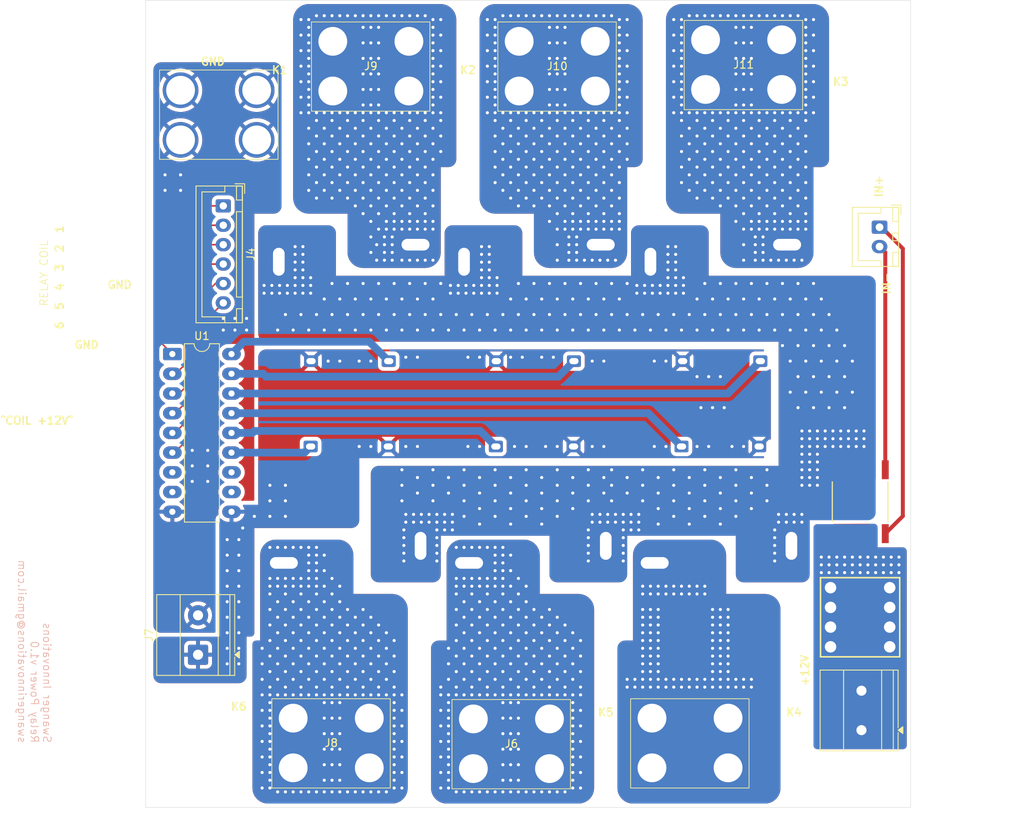
<source format=kicad_pcb>
(kicad_pcb (version 20241229) (generator "pcbnew") (generator_version "9.0")
  (layers (0 "F.Cu" signal) (2 "B.Cu" signal) (13 "F.Paste" user) (15 "B.Paste" user) (5 "F.SilkS" user "F.Silkscreen") (7 "B.SilkS" user "B.Silkscreen") (1 "F.Mask" user) (3 "B.Mask" user) (25 "Edge.Cuts" user))
  (net 0 "")
  (net 1 "ULN3")
  (net 2 "ULN4")
  (net 3 "Net-(J1-Pin_1)")
  (net 4 "ULN6")
  (net 5 "ULN2")
  (net 6 "ULN5")
  (net 7 "ULN1")
  (net 8 "K1OUT")
  (net 9 "+12V")
  (net 10 "K2OUT")
  (net 11 "K3OUT")
  (net 12 "K4OUT")
  (net 13 "K5OUT")
  (net 14 "K6OUT")
  (net 15 "Net-(J2-Pin_2)")
  (net 16 "Net-(J2-Pin_1)")
  (net 17 "GND")
  (net 18 "Coil+")
  (net 19 "GPIO3")
  (net 20 "GPIO4")
  (net 21 "GPIO6")
  (net 22 "GPIO2")
  (net 23 "GPIO5")
  (net 24 "GPIO1")
  (footprint "Myfootprints:J116F11AW" (layer "F.Cu") (at 109.4 60)
    (property "Reference" "K3")
    (property "Value" "Relay_SPST-NO" (hide yes))
  )
  (footprint "MountingHole:MountingHole_3.2mm_M3_DIN965" (layer "F.Cu") (at 38.5 27)
    (property "Reference" "H1" (hide yes))
    (property "Value" "MountingHole")
  )
  (footprint "MountingHole:MountingHole_3.2mm_M3_DIN965" (layer "F.Cu") (at 130 27)
    (property "Reference" "H3" (hide yes))
    (property "Value" "MountingHole")
  )
  (footprint "Myfootprints:J116F11AW" (layer "F.Cu") (at 85.4 60)
    (property "Reference" "K2")
    (property "Value" "Relay_SPST-NO" (hide yes))
  )
  (footprint "MountingHole:MountingHole_3.2mm_M3_DIN965" (layer "F.Cu") (at 130 124)
    (property "Reference" "H4" (hide yes))
    (property "Value" "MountingHole")
  )
  (footprint "Myfootprints:WP-BUTR_7461084" (layer "F.Cu") (at 127 103 90)
    (property "Reference" "J1" (hide yes))
    (property "Value" "Screw_Terminal_01x01")
  )
  (footprint "MountingHole:MountingHole_3.2mm_M3_DIN965" (layer "F.Cu") (at 38.5 124)
    (property "Reference" "H2" (hide yes))
    (property "Value" "MountingHole")
  )
  (footprint "Myfootprints:J116F11AW" (layer "F.Cu") (at 61 91 180)
    (property "Reference" "K6")
    (property "Value" "Relay_SPST-NO")
  )
  (footprint "Connector_JST:JST_XH_B6B-XH-A_1x06_P2.50mm_Vertical" (layer "F.Cu") (at 45 50 -90)
    (property "Reference" "J4")
    (property "Value" "Conn_01x06_Pin")
  )
  (footprint "Myfootprints:CONN_AMT0440008TH0000G_AMP" (layer "F.Cu") (at 59.1 28.799999)
    (property "Reference" "J9")
    (property "Value" "AMT0440008TH0000G")
  )
  (footprint "Myfootprints:CONN_AMT0440008TH0000G_AMP" (layer "F.Cu") (at 100.199999 116)
    (property "Reference" "J5" (hide yes))
    (property "Value" "AMT0440008TH0000G")
  )
  (footprint "Myfootprints:WSL4026_VIS" (layer "F.Cu") (at 127 88.1148 -90)
    (property "Reference" "R7" (hide yes))
    (property "Value" "R_Shunt_US")
  )
  (footprint "Myfootprints:J116F11AW" (layer "F.Cu") (at 108.75 91 180)
    (property "Reference" "K4")
    (property "Value" "Relay_SPST-NO" (hide yes))
  )
  (footprint "Connector_JST:JST_XH_B2B-XH-A_1x02_P2.50mm_Vertical" (layer "F.Cu") (at 129.5 52.75 -90)
    (property "Reference" "J2" (hide yes))
    (property "Value" "Conn_01x02_Pin")
  )
  (footprint "Package_DIP:DIP-18_W7.62mm_LongPads" (layer "F.Cu") (at 38.44 69.09)
    (property "Reference" "U1")
    (property "Value" "ULN2803A")
  )
  (footprint "Myfootprints:CONN_AMT0440008TH0000G_AMP" (layer "F.Cu") (at 107.1 28.599998)
    (property "Reference" "J11")
    (property "Value" "AMT0440008TH0000G")
  )
  (footprint "TerminalBlock_Phoenix:TerminalBlock_Phoenix_MKDS-1,5-2-5.08_1x02_P5.08mm_Horizontal" (layer "F.Cu") (at 41.75 107.83 90)
    (property "Reference" "J7")
    (property "Value" "Coil+")
  )
  (footprint "TerminalBlock_Phoenix:TerminalBlock_Phoenix_MKDS-1,5-2-5.08_1x02_P5.08mm_Horizontal" (layer "F.Cu") (at 127.1725 117.545 90)
    (property "Reference" "J3" (hide yes))
    (property "Value" "Conn_01x02_Pin")
  )
  (footprint "Myfootprints:CONN_AMT0440008TH0000G_AMP" (layer "F.Cu") (at 77.199999 116.099998)
    (property "Reference" "J6")
    (property "Value" "AMT0440008TH0000G")
  )
  (footprint "Myfootprints:J116F11AW" (layer "F.Cu") (at 84.85 91 180)
    (property "Reference" "K5")
    (property "Value" "Relay_SPST-NO" (hide yes))
  )
  (footprint "Myfootprints:CONN_AMT0440008TH0000G_AMP" (layer "F.Cu") (at 49.300001 41.5 180)
    (property "Reference" "J13" (hide yes))
    (property "Value" "AMT0440008TH0000G")
  )
  (footprint "Myfootprints:CONN_AMT0440008TH0000G_AMP" (layer "F.Cu") (at 83.1 28.799999)
    (property "Reference" "J10")
    (property "Value" "AMT0440008TH0000G")
  )
  (footprint "Myfootprints:CONN_AMT0440008TH0000G_AMP" (layer "F.Cu") (at 54 116)
    (property "Reference" "J8")
    (property "Value" "AMT0440008TH0000G")
  )
  (footprint "Myfootprints:J116F11AW" (layer "F.Cu") (at 61.55 60)
    (property "Reference" "K1")
    (property "Value" "Relay_SPST-NO" (hide yes))
  )
  (gr_rect (start 35 23.5) (end 133.5 127.5) (stroke (width 0.05)) (fill no) (layer "Edge.Cuts"))
  (gr_text "GND" (at 30 60.75 0) (layer "F.SilkS") (effects (font (size 1 1) (thickness 0.2) (bold yes)) (justify left bottom)))
  (gr_text "^COIL +12V^" (at 16.25 78.25 0) (layer "F.SilkS") (effects (font (size 1 1) (thickness 0.2) (bold yes)) (justify left bottom)))
  (gr_text "RELAY COIL " (at 22.5 63 90) (layer "F.SilkS") (effects (font (size 1 1) (thickness 0.1)) (justify left bottom)))
  (gr_text "+12V" (at 120.5 112 90) (layer "F.SilkS") (effects (font (size 1 1) (thickness 0.2) (bold yes)) (justify left bottom)))
  (gr_text "IN-" (at 131 61.5 90) (layer "F.SilkS") (effects (font (size 1 1) (thickness 0.2) (bold yes)) (justify left bottom)))
  (gr_text "6  5  4  3  2  1" (at 24.5 66 90) (layer "F.SilkS") (effects (font (size 1 1) (thickness 0.2) (bold yes)) (justify left bottom)))
  (gr_text "IN+" (at 130 49 90) (layer "F.SilkS") (effects (font (size 1 1) (thickness 0.2) (bold yes)) (justify left bottom)))
  (gr_text "GND" (at 25.75 68.5 0) (layer "F.SilkS") (effects (font (size 1 1) (thickness 0.2) (bold yes)) (justify left bottom)))
  (gr_text "GND" (at 42 32 0) (layer "F.SilkS") (effects (font (size 1 1) (thickness 0.2) (bold yes)) (justify left bottom)))
  (gr_text "Swanger Innovations\nRelay Power v1.0\nswangerinnovations@gmail.com" (at 18.5 119.25 270) (layer "B.SilkS") (effects (font (size 1 1) (thickness 0.1)) (justify left bottom mirror)))
  (segment (start 109.98 74.17) (end 114.15 70) (width 1) (layer "B.Cu") (net 1))
  (segment (start 46.06 74.17) (end 109.98 74.17) (width 1) (layer "B.Cu") (net 1))
  (segment (start 46.06 76.71) (end 99.71 76.71) (width 1) (layer "B.Cu") (net 2))
  (segment (start 99.71 76.71) (end 104 81) (width 1) (layer "B.Cu") (net 2))
  (via (at 132 97.25) (size 1) (drill 0.4) (layers "F.Cu" "B.Cu") (net 3))
  (via (at 130 95.25) (size 1) (drill 0.4) (layers "F.Cu" "B.Cu") (net 3))
  (via (at 127 95.25) (size 1) (drill 0.4) (layers "F.Cu" "B.Cu") (net 3))
  (via (at 128 96.25) (size 1) (drill 0.4) (layers "F.Cu" "B.Cu") (net 3))
  (via (at 126 96.25) (size 1) (drill 0.4) (layers "F.Cu" "B.Cu") (net 3))
  (via (at 127 97.25) (size 1) (drill 0.4) (layers "F.Cu" "B.Cu") (net 3))
  (via (at 124 95.25) (size 1) (drill 0.4) (layers "F.Cu" "B.Cu") (net 3))
  (via (at 129 96.25) (size 1) (drill 0.4) (layers "F.Cu" "B.Cu") (net 3))
  (via (at 124 97.25) (size 1) (drill 0.4) (layers "F.Cu" "B.Cu") (net 3))
  (via (at 131 97.25) (size 1) (drill 0.4) (layers "F.Cu" "B.Cu") (net 3))
  (via (at 125 95.25) (size 1) (drill 0.4) (layers "F.Cu" "B.Cu") (net 3))
  (via (at 123 96.25) (size 1) (drill 0.4) (layers "F.Cu" "B.Cu") (net 3))
  (via (at 132 95.25) (size 1) (drill 0.4) (layers "F.Cu" "B.Cu") (net 3))
  (via (at 123 97.25) (size 1) (drill 0.4) (layers "F.Cu" "B.Cu") (net 3))
  (via (at 126 95.25) (size 1) (drill 0.4) (layers "F.Cu" "B.Cu") (net 3))
  (via (at 129 95.25) (size 1) (drill 0.4) (layers "F.Cu" "B.Cu") (net 3))
  (via (at 122 95.25) (size 1) (drill 0.4) (layers "F.Cu" "B.Cu") (net 3))
  (via (at 125 96.25) (size 1) (drill 0.4) (layers "F.Cu" "B.Cu") (net 3))
  (via (at 128 95.25) (size 1) (drill 0.4) (layers "F.Cu" "B.Cu") (net 3))
  (via (at 130 97.25) (size 1) (drill 0.4) (layers "F.Cu" "B.Cu") (net 3))
  (via (at 123 95.25) (size 1) (drill 0.4) (layers "F.Cu" "B.Cu") (net 3))
  (via (at 129 97.25) (size 1) (drill 0.4) (layers "F.Cu" "B.Cu") (net 3))
  (via (at 122 96.25) (size 1) (drill 0.4) (layers "F.Cu" "B.Cu") (net 3))
  (via (at 127 96.25) (size 1) (drill 0.4) (layers "F.Cu" "B.Cu") (net 3))
  (via (at 128 97.25) (size 1) (drill 0.4) (layers "F.Cu" "B.Cu") (net 3))
  (via (at 131 95.25) (size 1) (drill 0.4) (layers "F.Cu" "B.Cu") (net 3))
  (via (at 122 97.25) (size 1) (drill 0.4) (layers "F.Cu" "B.Cu") (net 3))
  (via (at 131 96.25) (size 1) (drill 0.4) (layers "F.Cu" "B.Cu") (net 3))
  (via (at 130 96.25) (size 1) (drill 0.4) (layers "F.Cu" "B.Cu") (net 3))
  (via (at 125 97.25) (size 1) (drill 0.4) (layers "F.Cu" "B.Cu") (net 3))
  (via (at 132 96.25) (size 1) (drill 0.4) (layers "F.Cu" "B.Cu") (net 3))
  (via (at 124 96.25) (size 1) (drill 0.4) (layers "F.Cu" "B.Cu") (net 3))
  (via (at 126 97.25) (size 1) (drill 0.4) (layers "F.Cu" "B.Cu") (net 3))
  (segment (start 55.46 81.79) (end 56.25 81) (width 1) (layer "B.Cu") (net 4))
  (segment (start 46.06 81.79) (end 55.46 81.79) (width 1) (layer "B.Cu") (net 4))
  (segment (start 88.15 72) (end 90.15 70) (width 1) (layer "B.Cu") (net 5))
  (segment (start 46.06 71.63) (end 50.13 71.63) (width 1) (layer "B.Cu") (net 5))
  (segment (start 50.5 72) (end 88.15 72) (width 1) (layer "B.Cu") (net 5))
  (segment (start 50.13 71.63) (end 50.5 72) (width 1) (layer "B.Cu") (net 5))
  (segment (start 78.1 79) (end 80.1 81) (width 1) (layer "B.Cu") (net 6))
  (segment (start 49 79) (end 78.1 79) (width 1) (layer "B.Cu") (net 6))
  (segment (start 48.75 79.25) (end 49 79) (width 1) (layer "B.Cu") (net 6))
  (segment (start 46.06 79.25) (end 48.75 79.25) (width 1) (layer "B.Cu") (net 6))
  (segment (start 46.06 69.09) (end 47.65 67.5) (width 1) (layer "B.Cu") (net 7))
  (segment (start 47.65 67.5) (end 63.8 67.5) (width 1) (layer "B.Cu") (net 7))
  (segment (start 63.8 67.5) (end 66.3 70) (width 1) (layer "B.Cu") (net 7))
  (via (at 72 57) (size 0.8) (drill 0.4) (layers "F.Cu" "B.Cu") (net 8))
  (via (at 68 40) (size 0.8) (drill 0.4) (layers "F.Cu" "B.Cu") (net 8))
  (via (at 61 25.5) (size 0.8) (drill 0.4) (layers "F.Cu" "B.Cu") (net 8))
  (via (at 63 25.5) (size 0.8) (drill 0.4) (layers "F.Cu" "B.Cu") (net 8))
  (via (at 73 26) (size 0.8) (drill 0.4) (layers "F.Cu" "B.Cu") (net 8))
  (via (at 56 48) (size 0.8) (drill 0.4) (layers "F.Cu" "B.Cu") (net 8))
  (via (at 64 46) (size 0.8) (drill 0.4) (layers "F.Cu" "B.Cu") (net 8))
  (via (at 67 39) (size 0.8) (drill 0.4) (layers "F.Cu" "B.Cu") (net 8))
  (via (at 58 42) (size 0.8) (drill 0.4) (layers "F.Cu" "B.Cu") (net 8))
  (via (at 72 26) (size 0.8) (drill 0.4) (layers "F.Cu" "B.Cu") (net 8))
  (via (at 63 35) (size 0.8) (drill 0.4) (layers "F.Cu" "B.Cu") (net 8))
  (via (at 72 31) (size 0.8) (drill 0.4) (layers "F.Cu" "B.Cu") (net 8))
  (via (at 73 39) (size 0.8) (drill 0.4) (layers "F.Cu" "B.Cu") (net 8))
  (via (at 56 29) (size 0.8) (drill 0.4) (layers "F.Cu" "B.Cu") (net 8))
  (via (at 69 49) (size 0.8) (drill 0.4) (layers "F.Cu" "B.Cu") (net 8))
  (via (at 71 47) (size 0.8) (drill 0.4) (layers "F.Cu" "B.Cu") (net 8))
  (via (at 73 43) (size 0.8) (drill 0.4) (layers "F.Cu" "B.Cu") (net 8))
  (via (at 64 27) (size 0.8) (drill 0.4) (layers "F.Cu" "B.Cu") (net 8))
  (via (at 63 39) (size 0.8) (drill 0.4) (layers "F.Cu" "B.Cu") (net 8))
  (via (at 71 51) (size 0.8) (drill 0.4) (layers "F.Cu" "B.Cu") (net 8))
  (via (at 62 40) (size 0.8) (drill 0.4) (layers "F.Cu" "B.Cu") (net 8))
  (via (at 67 47) (size 0.8) (drill 0.4) (layers "F.Cu" "B.Cu") (net 8))
  (via (at 66 53) (size 0.8) (drill 0.4) (layers "F.Cu" "B.Cu") (net 8))
  (via (at 56 32) (size 0.8) (drill 0.4) (layers "F.Cu" "B.Cu") (net 8))
  (via (at 60 48) (size 0.8) (drill 0.4) (layers "F.Cu" "B.Cu") (net 8))
  (via (at 73 30) (size 0.8) (drill 0.4) (layers "F.Cu" "B.Cu") (net 8))
  (via (at 63 27) (size 0.8) (drill 0.4) (layers "F.Cu" "B.Cu") (net 8))
  (via (at 69 45) (size 0.8) (drill 0.4) (layers "F.Cu" "B.Cu") (net 8))
  (via (at 64 29) (size 0.8) (drill 0.4) (layers "F.Cu" "B.Cu") (net 8))
  (via (at 62 46) (size 0.8) (drill 0.4) (layers "F.Cu" "B.Cu") (net 8))
  (via (at 72 42) (size 0.8) (drill 0.4) (layers "F.Cu" "B.Cu") (net 8))
  (via (at 56 31) (size 0.8) (drill 0.4) (layers "F.Cu" "B.Cu") (net 8))
  (via (at 67 49) (size 0.8) (drill 0.4) (layers "F.Cu" "B.Cu") (net 8))
  (via (at 56 28) (size 0.8) (drill 0.4) (layers "F.Cu" "B.Cu") (net 8))
  (via (at 71 41) (size 0.8) (drill 0.4) (layers "F.Cu" "B.Cu") (net 8))
  (via (at 64 54) (size 0.8) (drill 0.4) (layers "F.Cu" "B.Cu") (net 8))
  (via (at 70 42) (size 0.8) (drill 0.4) (layers "F.Cu" "B.Cu") (net 8))
  (via (at 62 25.5) (size 0.8) (drill 0.4) (layers "F.Cu" "B.Cu") (net 8))
  (via (at 71 43) (size 0.8) (drill 0.4) (layers "F.Cu" "B.Cu") (net 8))
  (via (at 68 44) (size 0.8) (drill 0.4) (layers "F.Cu" "B.Cu") (net 8))
  (via (at 60 46) (size 0.8) (drill 0.4) (layers "F.Cu" "B.Cu") (net 8))
  (via (at 57 25.5) (size 0.8) (drill 0.4) (layers "F.Cu" "B.Cu") (net 8))
  (via (at 73 38) (size 0.8) (drill 0.4) (layers "F.Cu" "B.Cu") (net 8))
  (via (at 65 29) (size 0.8) (drill 0.4) (layers "F.Cu" "B.Cu") (net 8))
  (via (at 64 44) (size 0.8) (drill 0.4) (layers "F.Cu" "B.Cu") (net 8))
  (via (at 69 41) (size 0.8) (drill 0.4) (layers "F.Cu" "B.Cu") (net 8))
  (via (at 66 38) (size 0.8) (drill 0.4) (layers "F.Cu" "B.Cu") (net 8))
  (via (at 64 56) (size 0.8) (drill 0.4) (layers "F.Cu" "B.Cu") (net 8))
  (via (at 56 38) (size 0.8) (drill 0.4) (layers "F.Cu" "B.Cu") (net 8))
  (via (at 72 40) (size 0.8) (drill 0.4) (layers "F.Cu" "B.Cu") (net 8))
  (via (at 61 49) (size 0.8) (drill 0.4) (layers "F.Cu" "B.Cu") (net 8))
  (via (at 64 42) (size 0.8) (drill 0.4) (layers "F.Cu" "B.Cu") (net 8))
  (via (at 56 37) (size 0.8) (drill 0.4) (layers "F.Cu" "B.Cu") (net 8))
  (via (at 55 28) (size 0.8) (drill 0.4) (layers "F.Cu" "B.Cu") (net 8))
  (via (at 72 44) (size 0.8) (drill 0.4) (layers "F.Cu" "B.Cu") (net 8))
  (via (at 66 48) (size 0.8) (drill 0.4) (layers "F.Cu" "B.Cu") (net 8))
  (via (at 70 53) (size 0.8) (drill 0.4) (layers "F.Cu" "B.Cu") (net 8))
  (via (at 70 57) (size 0.8) (drill 0.4) (layers "F.Cu" "B.Cu") (net 8))
  (via (at 63 33) (size 0.8) (drill 0.4) (layers "F.Cu" "B.Cu") (net 8))
  (via (at 57 45) (size 0.8) (drill 0.4) (layers "F.Cu" "B.Cu") (net 8))
  (via (at 56 35) (size 0.8) (drill 0.4) (layers "F.Cu" "B.Cu") (net 8))
  (via (at 66 40) (size 0.8) (drill 0.4) (layers "F.Cu" "B.Cu") (net 8))
  (via (at 67 45) (size 0.8) (drill 0.4) (layers "F.Cu" "B.Cu") (net 8))
  (via (at 68 42) (size 0.8) (drill 0.4) (layers "F.Cu" "B.Cu") (net 8))
  (via (at 64 38) (size 0.8) (drill 0.4) (layers "F.Cu" "B.Cu") (net 8))
  (via (at 64 50) (size 0.8) (drill 0.4) (layers "F.Cu" "B.Cu") (net 8))
  (via (at 66 52) (size 0.8) (drill 0.4) (layers "F.Cu" "B.Cu") (net 8))
  (via (at 63 31) (size 0.8) (drill 0.4) (layers "F.Cu" "B.Cu") (net 8))
  (via (at 72 46) (size 0.8) (drill 0.4) (layers "F.Cu" "B.Cu") (net 8))
  (via (at 59 39) (size 0.8) (drill 0.4) (layers "F.Cu" "B.Cu") (net 8))
  (via (at 57 47) (size 0.8) (drill 0.4) (layers "F.Cu" "B.Cu") (net 8))
  (via (at 71 39) (size 0.8) (drill 0.4) (layers "F.Cu" "B.Cu") (net 8))
  (via (at 63 47) (size 0.8) (drill 0.4) (layers "F.Cu" "B.Cu") (net 8))
  (via (at 65.75 55) (size 0.8) (drill 0.4) (layers "F.Cu" "B.Cu") (net 8))
  (via (at 62 48) (size 0.8) (drill 0.4) (layers "F.Cu" "B.Cu") (net 8))
  (via (at 66 44) (size 0.8) (drill 0.4) (layers "F.Cu" "B.Cu") (net 8))
  (via (at 72 35) (size 0.8) (drill 0.4) (layers "F.Cu" "B.Cu") (net 8))
  (via (at 59 45) (size 0.8) (drill 0.4) (layers "F.Cu" "B.Cu") (net 8))
  (via (at 57 43) (size 0.8) (drill 0.4) (layers "F.Cu" "B.Cu") (net 8))
  (via (at 58 25.5) (size 0.8) (drill 0.4) (layers "F.Cu" "B.Cu") (net 8))
  (via (at 68 48) (size 0.8) (drill 0.4) (layers "F.Cu" "B.Cu") (net 8))
  (via (at 72 33) (size 0.8) (drill 0.4) (layers "F.Cu" "B.Cu") (net 8))
  (via (at 61 43) (size 0.8) (drill 0.4) (layers "F.Cu" "B.Cu") (net 8))
  (via (at 58 44) (size 0.8) (drill 0.4) (layers "F.Cu" "B.Cu") (net 8))
  (via (at 71 52) (size 0.8) (drill 0.4) (layers "F.Cu" "B.Cu") (net 8))
  (via (at 66 46) (size 0.8) (drill 0.4) (layers "F.Cu" "B.Cu") (net 8))
  (via (at 65 45) (size 0.8) (drill 0.4) (layers "F.Cu" "B.Cu") (net 8))
  (via (at 56 40) (size 0.8) (drill 0.4) (layers "F.Cu" "B.Cu") (net 8))
  (via (at 57 39) (size 0.8) (drill 0.4) (layers "F.Cu" "B.Cu") (net 8))
  (via (at 61 41) (size 0.8) (drill 0.4) (layers "F.Cu" "B.Cu") (net 8))
  (via (at 61 45) (size 0.8) (drill 0.4) (layers "F.Cu" "B.Cu") (net 8))
  (via (at 69 25.5) (size 0.8) (drill 0.4) (layers "F.Cu" "B.Cu") (net 8))
  (via (at 55 30) (size 0.8) (drill 0.4) (layers "F.Cu" "B.Cu") (net 8))
  (via (at 59 38) (size 0.8) (drill 0.4) (layers "F.Cu" "B.Cu") (net 8))
  (via (at 66.75 55) (size 0.8) (drill 0.4) (layers "F.Cu" "B.Cu") (net 8))
  (via (at 63 45) (size 0.8) (drill 0.4) (layers "F.Cu" "B.Cu") (net 8))
  (via (at 71 38) (size 0.8) (drill 0.4) (layers "F.Cu" "B.Cu") (net 8))
  (via (at 68 57) (size 0.8) (drill 0.4) (layers "F.Cu" "B.Cu") (net 8))
  (via (at 58 38) (size 0.8) (drill 0.4) (layers "F.Cu" "B.Cu") (net 8))
  (via (at 56 34) (size 0.8) (drill 0.4) (layers "F.Cu" "B.Cu") (net 8))
  (via (at 64 52) (size 0.8) (drill 0.4) (layers "F.Cu" "B.Cu") (net 8))
  (via (at 67 51) (size 0.8) (drill 0.4) (layers "F.Cu" "B.Cu") (net 8))
  (via (at 65 25.5) (size 0.8) (drill 0.4) (layers "F.Cu" "B.Cu") (net 8))
  (via (at 66 50) (size 0.8) (drill 0.4) (layers "F.Cu" "B.Cu") (net 8))
  (via (at 63 38) (size 0.8) (drill 0.4) (layers "F.Cu" "B.Cu") (net 8))
  (via (at 65 43) (size 0.8) (drill 0.4) (layers "F.Cu" "B.Cu") (net 8))
  (via (at 73 36) (size 0.8) (drill 0.4) (layers "F.Cu" "B.Cu") (net 8))
  (via (at 72 50) (size 0.8) (drill 0.4) (layers "F.Cu" "B.Cu") (net 8))
  (via (at 59 25.5) (size 0.8) (drill 0.4) (layers "F.Cu" "B.Cu") (net 8))
  (via (at 65 35) (size 0.8) (drill 0.4) (layers "F.Cu" "B.Cu") (net 8))
  (via (at 72 30) (size 0.8) (drill 0.4) (layers "F.Cu" "B.Cu") (net 8))
  (via (at 59 49) (size 0.8) (drill 0.4) (layers "F.Cu" "B.Cu") (net 8))
  (via (at 64 37) (size 0.8) (drill 0.4) (layers "F.Cu" "B.Cu") (net 8))
  (via (at 61 47) (size 0.8) (drill 0.4) (layers "F.Cu" "B.Cu") (net 8))
  (via (at 73 34) (size 0.8) (drill 0.4) (layers "F.Cu" "B.Cu") (net 8))
  (via (at 73 41) (size 0.8) (drill 0.4) (layers "F.Cu" "B.Cu") (net 8))
  (via (at 72 52) (size 0.8) (drill 0.4) (layers "F.Cu" "B.Cu") (net 8))
  (via (at 65 41) (size 0.8) (drill 0.4) (layers "F.Cu" "B.Cu") (net 8))
  (via (at 64 33) (size 0.8) (drill 0.4) (layers "F.Cu" "B.Cu") (net 8))
  (via (at 65 49) (size 0.8) (drill 0.4) (layers "F.Cu" "B.Cu") (net 8))
  (via (at 71 53) (size 0.8) (drill 0.4) (layers "F.Cu" "B.Cu") (net 8))
  (via (at 58 46) (size 0.8) (drill 0.4) (layers "F.Cu" "B.Cu") (net 8))
  (via (at 63 37) (size 0.8) (drill 0.4) (layers "F.Cu" "B.Cu") (net 8))
  (via (at 65 27) (size 0.8) (drill 0.4) (layers "F.Cu" "B.Cu") (net 8))
  (via (at 72 32) (size 0.8) (drill 0.4) (layers "F.Cu" "B.Cu") (net 8))
  (via (at 69 52) (size 0.8) (drill 0.4) (layers "F.Cu" "B.Cu") (net 8))
  (via (at 70 44) (size 0.8) (drill 0.4) (layers "F.Cu" "B.Cu") (net 8))
  (via (at 60 42) (size 0.8) (drill 0.4) (layers "F.Cu" "B.Cu") (net 8))
  (via (at 63 43) (size 0.8) (drill 0.4) (layers "F.Cu" "B.Cu") (net 8))
  (via (at 64.75 57) (size 0.8) (drill 0.4) (layers "F.Cu" "B.Cu") (net 8))
  (via (at 56 27) (size 0.8) (drill 0.4) (layers "F.Cu" "B.Cu") (net 8))
  (via (at 72 34) (size 0.8) (drill 0.4) (layers "F.Cu" "B.Cu") (net 8))
  (via (at 73 28) (size 0.8) (drill 0.4) (layers "F.Cu" "B.Cu") (net 8))
  (via (at 67 43) (size 0.8) (drill 0.4) (layers "F.Cu" "B.Cu") (net 8))
  (via (at 58 40) (size 0.8) (drill 0.4) (layers "F.Cu" "B.Cu") (net 8))
  (via (at 70 46) (size 0.8) (drill 0.4) (layers "F.Cu" "B.Cu") (net 8))
  (via (at 60 44) (size 0.8) (drill 0.4) (layers "F.Cu" "B.Cu") (net 8))
  (via (at 69 39) (size 0.8) (drill 0.4) (layers "F.Cu" "B.Cu") (net 8))
  (via (at 58 48) (size 0.8) (drill 0.4) (layers "F.Cu" "B.Cu") (net 8))
  (via (at 69 43) (size 0.8) (drill 0.4) (layers "F.Cu" "B.Cu") (net 8))
  (via (at 72 36) (size 0.8) (drill 0.4) (layers "F.Cu" "B.Cu") (net 8))
  (via (at 71 25.5) (size 0.8) (drill 0.4) (layers "F.Cu" "B.Cu") (net 8))
  (via (at 71 49) (size 0.8) (drill 0.4) (layers "F.Cu" "B.Cu") (net 8))
  (via (at 56 36) (size 0.8) (drill 0.4) (layers "F.Cu" "B.Cu") (net 8))
  (via (at 72 27) (size 0.8) (drill 0.4) (layers "F.Cu" "B.Cu") (net 8))
  (via (at 64 25.5) (size 0.8) (drill 0.4) (layers "F.Cu" "B.Cu") (net 8))
  (via (at 68 50) (size 0.8) (drill 0.4) (layers "F.Cu" "B.Cu") (net 8))
  (via (at 66.75 54) (size 0.8) (drill 0.4) (layers "F.Cu" "B.Cu") (net 8))
  (via (at 65 53) (size 0.8) (drill 0.4) (layers "F.Cu" "B.Cu") (net 8))
  (via (at 66 42) (size 0.8) (drill 0.4) (layers "F.Cu" "B.Cu") (net 8))
  (via (at 62 42) (size 0.8) (drill 0.4) (layers "F.Cu" "B.Cu") (net 8))
  (via (at 62 44) (size 0.8) (drill 0.4) (layers "F.Cu" "B.Cu") (net 8))
  (via (at 72 29) (size 0.8) (drill 0.4) (layers "F.Cu" "B.Cu") (net 8))
  (via (at 64 35) (size 0.8) (drill 0.4) (layers "F.Cu" "B.Cu") (net 8))
  (via (at 61 38) (size 0.8) (drill 0.4) (layers "F.Cu" "B.Cu") (net 8))
  (via (at 55 32) (size 0.8) (drill 0.4) (layers "F.Cu" "B.Cu") (net 8))
  (via (at 68 25.5) (size 0.8) (drill 0.4) (layers "F.Cu" "B.Cu") (net 8))
  (via (at 59 47) (size 0.8) (drill 0.4) (layers "F.Cu" "B.Cu") (net 8))
  (via (at 70 25.5) (size 0.8) (drill 0.4) (layers "F.Cu" "B.Cu") (net 8))
  (via (at 63 29) (size 0.8) (drill 0.4) (layers "F.Cu" "B.Cu") (net 8))
  (via (at 67 53) (size 0.8) (drill 0.4) (layers "F.Cu" "B.Cu") (net 8))
  (via (at 65 39) (size 0.8) (drill 0.4) (layers "F.Cu" "B.Cu") (net 8))
  (via (at 65.75 57) (size 0.8) (drill 0.4) (layers "F.Cu" "B.Cu") (net 8))
  (via (at 70 48) (size 0.8) (drill 0.4) (layers "F.Cu" "B.Cu") (net 8))
  (via (at 63 41) (size 0.8) (drill 0.4) (layers "F.Cu" "B.Cu") (net 8))
  (via (at 65 38) (size 0.8) (drill 0.4) (layers "F.Cu" "B.Cu") (net 8))
  (via (at 67 25.5) (size 0.8) (drill 0.4) (layers "F.Cu" "B.Cu") (net 8))
  (via (at 55 38) (size 0.8) (drill 0.4) (layers "F.Cu" "B.Cu") (net 8))
  (via (at 63 51) (size 0.8) (drill 0.4) (layers "F.Cu" "B.Cu") (net 8))
  (via (at 72 28) (size 0.8) (drill 0.4) (layers "F.Cu" "B.Cu") (net 8))
  (via (at 73 32) (size 0.8) (drill 0.4) (layers "F.Cu" "B.Cu") (net 8))
  (via (at 56 30) (size 0.8) (drill 0.4) (layers "F.Cu" "B.Cu") (net 8))
  (via (at 64 48) (size 0.8) (drill 0.4) (layers "F.Cu" "B.Cu") (net 8))
  (via (at 69 53) (size 0.8) (drill 0.4) (layers "F.Cu" "B.Cu") (net 8))
  (via (at 65 47) (size 0.8) (drill 0.4) (layers "F.Cu" "B.Cu") (net 8))
  (via (at 70 38) (size 0.8) (drill 0.4) (layers "F.Cu" "B.Cu") (net 8))
  (via (at 71 57) (size 0.8) (drill 0.4) (layers "F.Cu" "B.Cu") (net 8))
  (via (at 60 40) (size 0.8) (drill 0.4) (layers "F.Cu" "B.Cu") (net 8))
  (via (at 68 46) (size 0.8) (drill 0.4) (layers "F.Cu" "B.Cu") (net 8))
  (via (at 65 51) (size 0.8) (drill 0.4) (layers "F.Cu" "B.Cu") (net 8))
  (via (at 57 41) (size 0.8) (drill 0.4) (layers "F.Cu" "B.Cu") (net 8))
  (via (at 66.75 57) (size 0.8) (drill 0.4) (layers "F.Cu" "B.Cu") (net 8))
  (via (at 67 41) (size 0.8) (drill 0.4) (layers "F.Cu" "B.Cu") (net 8))
  (via (at 64 40) (size 0.8) (drill 0.4) (layers "F.Cu" "B.Cu") (net 8))
  (via (at 56 42) (size 0.8) (drill 0.4) (layers "F.Cu" "B.Cu") (net 8))
  (via (at 56 33) (size 0.8) (drill 0.4) (layers "F.Cu" "B.Cu") (net 8))
  (via (at 71 45) (size 0.8) (drill 0.4) (layers "F.Cu" "B.Cu") (net 8))
  (via (at 72 48) (size 0.8) (drill 0.4) (layers "F.Cu" "B.Cu") (net 8))
  (via (at 69 47) (size 0.8) (drill 0.4) (layers "F.Cu" "B.Cu") (net 8))
  (via (at 60 38) (size 0.8) (drill 0.4) (layers "F.Cu" "B.Cu") (net 8))
  (via (at 65 37) (size 0.8) (drill 0.4) (layers "F.Cu" "B.Cu") (net 8))
  (via (at 69 38) (size 0.8) (drill 0.4) (layers "F.Cu" "B.Cu") (net 8))
  (via (at 56 44) (size 0.8) (drill 0.4) (layers "F.Cu" "B.Cu") (net 8))
  (via (at 68 38) (size 0.8) (drill 0.4) (layers "F.Cu" "B.Cu") (net 8))
  (via (at 59 43) (size 0.8) (drill 0.4) (layers "F.Cu" "B.Cu") (net 8))
  (via (at 57 38) (size 0.8) (drill 0.4) (layers "F.Cu" "B.Cu") (net 8))
  (via (at 64 31) (size 0.8) (drill 0.4) (layers "F.Cu" "B.Cu") (net 8))
  (via (at 62 38) (size 0.8) (drill 0.4) (layers "F.Cu" "B.Cu") (net 8))
  (via (at 67 52) (size 0.8) (drill 0.4) (layers "F.Cu" "B.Cu") (net 8))
  (via (at 64.75 55) (size 0.8) (drill 0.4) (layers "F.Cu" "B.Cu") (net 8))
  (via (at 55 36) (size 0.8) (drill 0.4) (layers "F.Cu" "B.Cu") (net 8))
  (via (at 62 50) (size 0.8) (drill 0.4) (layers "F.Cu" "B.Cu") (net 8))
  (via (at 67 38) (size 0.8) (drill 0.4) (layers "F.Cu" "B.Cu") (net 8))
  (via (at 57 49) (size 0.8) (drill 0.4) (layers "F.Cu" "B.Cu") (net 8))
  (via (at 63 49) (size 0.8) (drill 0.4) (layers "F.Cu" "B.Cu") (net 8))
  (via (at 70 52) (size 0.8) (drill 0.4) (layers "F.Cu" "B.Cu") (net 8))
  (via (at 69 51) (size 0.8) (drill 0.4) (layers "F.Cu" "B.Cu") (net 8))
  (via (at 70 50) (size 0.8) (drill 0.4) (layers "F.Cu" "B.Cu") (net 8))
  (via (at 56 46) (size 0.8) (drill 0.4) (layers "F.Cu" "B.Cu") (net 8))
  (via (at 65 31) (size 0.8) (drill 0.4) (layers "F.Cu" "B.Cu") (net 8))
  (via (at 65.75 54) (size 0.8) (drill 0.4) (layers "F.Cu" "B.Cu") (net 8))
  (via (at 68 53) (size 0.8) (drill 0.4) (layers "F.Cu" "B.Cu") (net 8))
  (via (at 72 53) (size 0.8) (drill 0.4) (layers "F.Cu" "B.Cu") (net 8))
  (via (at 55 34) (size 0.8) (drill 0.4) (layers "F.Cu" "B.Cu") (net 8))
  (via (at 72 38) (size 0.8) (drill 0.4) (layers "F.Cu" "B.Cu") (net 8))
  (via (at 60 25.5) (size 0.8) (drill 0.4) (layers "F.Cu" "B.Cu") (net 8))
  (via (at 65.75 56) (size 0.8) (drill 0.4) (layers "F.Cu" "B.Cu") (net 8))
  (via (at 61 39) (size 0.8) (drill 0.4) (layers "F.Cu" "B.Cu") (net 8))
  (via (at 56 26) (size 0.8) (drill 0.4) (layers "F.Cu" "B.Cu") (net 8))
  (via (at 66 25.5) (size 0.8) (drill 0.4) (layers "F.Cu" "B.Cu") (net 8))
  (via (at 69 57) (size 0.8) (drill 0.4) (layers "F.Cu" "B.Cu") (net 8))
  (via (at 55 26) (size 0.8) (drill 0.4) (layers "F.Cu" "B.Cu") (net 8))
  (via (at 68 52) (size 0.8) (drill 0.4) (layers "F.Cu" "B.Cu") (net 8))
  (via (at 70 40) (size 0.8) (drill 0.4) (layers "F.Cu" "B.Cu") (net 8))
  (via (at 72 37) (size 0.8) (drill 0.4) (layers "F.Cu" "B.Cu") (net 8))
  (via (at 66.75 56) (size 0.8) (drill 0.4) (layers "F.Cu" "B.Cu") (net 8))
  (via (at 59 41) (size 0.8) (drill 0.4) (layers "F.Cu" "B.Cu") (net 8))
  (via (at 65 33) (size 0.8) (drill 0.4) (layers "F.Cu" "B.Cu") (net 8))
  (via (at 121.5 82) (size 1) (drill 0.4) (layers "F.Cu" "B.Cu") (net 9))
  (via (at 68 84) (size 0.8) (drill 0.4) (layers "F.Cu" "B.Cu") (net 9))
  (via (at 78 66) (size 0.8) (drill 0.4) (layers "F.Cu" "B.Cu") (net 9))
  (via (at 109 89) (size 0.8) (drill 0.4) (layers "F.Cu" "B.Cu") (net 9))
  (via (at 94 66) (size 0.8) (drill 0.4) (layers "F.Cu" "B.Cu") (net 9))
  (via (at 78.25 57.25) (size 1) (drill 0.4) (layers "F.Cu" "B.Cu") (net 9))
  (via (at 78.25 60.25) (size 1) (drill 0.4) (layers "F.Cu" "B.Cu") (net 9))
  (via (at 70 62) (size 0.8) (drill 0.4) (layers "F.Cu" "B.Cu") (net 9))
  (via (at 68.25 94.75) (size 1) (drill 0.4) (layers "F.Cu" "B.Cu") (net 9))
  (via (at 62 62) (size 0.8) (drill 0.4) (layers "F.Cu" "B.Cu") (net 9))
  (via (at 118 62) (size 0.8) (drill 0.4) (layers "F.Cu" "B.Cu") (net 9))
  (via (at 73 64) (size 0.8) (drill 0.4) (layers "F.Cu" "B.Cu") (net 9))
  (via (at 121.5 85) (size 1) (drill 0.4) (layers "F.Cu" "B.Cu") (net 9))
  (via (at 123 64) (size 0.8) (drill 0.4) (layers "F.Cu" "B.Cu") (net 9))
  (via (at 114 66) (size 0.8) (drill 0.4) (layers "F.Cu" "B.Cu") (net 9))
  (via (at 69 60) (size 0.8) (drill 0.4) (layers "F.Cu" "B.Cu") (net 9))
  (via (at 97 87) (size 0.8) (drill 0.4) (layers "F.Cu" "B.Cu") (net 9))
  (via (at 68.5 90.75) (size 1) (drill 0.4) (layers "F.Cu" "B.Cu") (net 9))
  (via (at 98 66) (size 0.8) (drill 0.4) (layers "F.Cu" "B.Cu") (net 9))
  (via (at 99 86) (size 0.8) (drill 0.4) (layers "F.Cu" "B.Cu") (net 9))
  (via (at 103 64) (size 0.8) (drill 0.4) (layers "F.Cu" "B.Cu") (net 9))
  (via (at 105 64) (size 0.8) (drill 0.4) (layers "F.Cu" "B.Cu") (net 9))
  (via (at 102.25 56.25) (size 1) (drill 0.4) (layers "F.Cu" "B.Cu") (net 9))
  (via (at 59 60) (size 0.8) (drill 0.4) (layers "F.Cu" "B.Cu") (net 9))
  (via (at 92 86) (size 0.8) (drill 0.4) (layers "F.Cu" "B.Cu") (net 9))
  (via (at 57 64) (size 0.8) (drill 0.4) (layers "F.Cu" "B.Cu") (net 9))
  (via (at 125 72) (size 0.8) (drill 0.4) (layers "F.Cu" "B.Cu") (net 9))
  (via (at 124 74) (size 0.8) (drill 0.4) (layers "F.Cu" "B.Cu") (net 9))
  (via (at 116 95.75) (size 1) (drill 0.4) (layers "F.Cu" "B.Cu") (net 9))
  (via (at 72 86) (size 0.8) (drill 0.4) (layers "F.Cu" "B.Cu") (net 9))
  (via (at 120 66) (size 0.8) (drill 0.4) (layers "F.Cu" "B.Cu") (net 9))
  (via (at 116 62) (size 0.8) (drill 0.4) (layers "F.Cu" "B.Cu") (net 9))
  (via (at 75 64) (size 0.8) (drill 0.4) (layers "F.Cu" "B.Cu") (net 9))
  (via (at 79.25 61.25) (size 1) (drill 0.4) (layers "F.Cu" "B.Cu") (net 9))
  (via (at 97 60) (size 0.8) (drill 0.4) (layers "F.Cu" "B.Cu") (net 9))
  (via (at 120.5 84) (size 1) (drill 0.4) (layers "F.Cu" "B.Cu") (net 9))
  (via (at 120.5 79) (size 1) (drill 0.4) (layers "F.Cu" "B.Cu") (net 9))
  (via (at 54.25 55.25) (size 1) (drill 0.4) (layers "F.Cu" "B.Cu") (net 9))
  (via (at 121 68) (size 0.8) (drill 0.4) (layers "F.Cu" "B.Cu") (net 9))
  (via (at 55 64) (size 0.8) (drill 0.4) (layers "F.Cu" "B.Cu") (net 9))
  (via (at 71 64) (size 0.8) (drill 0.4) (layers "F.Cu" "B.Cu") (net 9))
  (via (at 102.25 59.25) (size 1) (drill 0.4) (layers "F.Cu" "B.Cu") (net 9))
  (via (at 115 86) (size 0.8) (drill 0.4) (layers "F.Cu" "B.Cu") (net 9))
  (via (at 121 64) (size 0.8) (drill 0.4) (layers "F.Cu" "B.Cu") (net 9))
  (via (at 78.25 61.25) (size 1) (drill 0.4) (layers "F.Cu" "B.Cu") (net 9))
  (via (at 56.25 61.25) (size 1) (drill 0.4) (layers "F.Cu" "B.Cu") (net 9))
  (via (at 119.5 84) (size 1) (drill 0.4) (layers "F.Cu" "B.Cu") (net 9))
  (via (at 73 60) (size 0.8) (drill 0.4) (layers "F.Cu" "B.Cu") (net 9))
  (via (at 103.25 58.25) (size 1) (drill 0.4) (layers "F.Cu" "B.Cu") (net 9))
  (via (at 72.5 93.75) (size 1) (drill 0.4) (layers "F.Cu" "B.Cu") (net 9))
  (via (at 85 60) (size 0.8) (drill 0.4) (layers "F.Cu" "B.Cu") (net 9))
  (via (at 80 90) (size 0.8) (drill 0.4) (layers "F.Cu" "B.Cu") (net 9))
  (via (at 79.25 57.25) (size 1) (drill 0.4) (layers "F.Cu" "B.Cu") (net 9))
  (via (at 119.5 85) (size 1) (drill 0.4) (layers "F.Cu" "B.Cu") (net 9))
  (via (at 105 87) (size 0.8) (drill 0.4) (layers "F.Cu" "B.Cu") (net 9))
  (via (at 98.25 61.25) (size 1) (drill 0.4) (layers "F.Cu" "B.Cu") (net 9))
  (via (at 64 66) (size 0.8) (drill 0.4) (layers "F.Cu" "B.Cu") (net 9))
  (via (at 113 87) (size 0.8) (drill 0.4) (layers "F.Cu" "B.Cu") (net 9))
  (via (at 117 64) (size 0.8) (drill 0.4) (layers "F.Cu" "B.Cu") (net 9))
  (via (at 108 62) (size 0.8) (drill 0.4) (layers "F.Cu" "B.Cu") (net 9))
  (via (at 111 90) (size 0.8) (drill 0.4) (layers "F.Cu" "B.Cu") (net 9))
  (via (at 80 86) (size 0.8) (drill 0.4) (layers "F.Cu" "B.Cu") (net 9))
  (via (at 95 60) (size 0.8) (drill 0.4) (layers "F.Cu" "B.Cu") (net 9))
  (via (at 120 74) (size 0.8) (drill 0.4) (layers "F.Cu" "B.Cu") (net 9))
  (via (at 112 66) (size 0.8) (drill 0.4) (layers "F.Cu" "B.Cu") (net 9))
  (via (at 107 60) (size 0.8) (drill 0.4) (layers "F.Cu" "B.Cu") (net 9))
  (via (at 84 88) (size 0.8) (drill 0.4) (layers "F.Cu" "B.Cu") (net 9))
  (via (at 97 64) (size 0.8) (drill 0.4) (layers "F.Cu" "B.Cu") (net 9))
  (via (at 86 89) (size 0.8) (drill 0.4) (layers "F.Cu" "B.Cu") (net 9))
  (via (at 94 62) (size 0.8) (drill 0.4) (layers "F.Cu" "B.Cu") (net 9))
  (via (at 55.25 57.25) (size 1) (drill 0.4) (layers "F.Cu" "B.Cu") (net 9))
  (via (at 121 60) (size 0.8) (drill 0.4) (layers "F.Cu" "B.Cu") (net 9))
  (via (at 101 64) (size 0.8) (drill 0.4) (layers "F.Cu" "B.Cu") (net 9))
  (via (at 76.25 61.25) (size 1) (drill 0.4) (layers "F.Cu" "B.Cu") (net 9))
  (via (at 72 62) (size 0.8) (drill 0.4) (layers "F.Cu" "B.Cu") (net 9))
  (via (at 53.25 60.25) (size 1) (drill 0.4) (layers "F.Cu" "B.Cu") (net 9))
  (via (at 92 94.75) (size 1) (drill 0.4) (layers "F.Cu" "B.Cu") (net 9))
  (via (at 74.5 91.75) (size 1) (drill 0.4) (layers "F.Cu" "B.Cu") (net 9))
  (via (at 80 88) (size 0.8) (drill 0.4) (layers "F.Cu" "B.Cu") (net 9))
  (via (at 55.25 59.25) (size 1) (drill 0.4) (layers "F.Cu" "B.Cu") (net 9))
  (via (at 103.25 60.25) (size 1) (drill 0.4) (layers "F.Cu" "B.Cu") (net 9))
  (via (at 102.25 61.25) (size 1) (drill 0.4) (layers "F.Cu" "B.Cu") (net 9))
  (via (at 78.25 56.25) (size 1) (drill 0.4) (layers "F.Cu" "B.Cu") (net 9))
  (via (at 102.25 55.25) (size 1) (drill 0.4) (layers "F.Cu" "B.Cu") (net 9))
  (via (at 107 84) (size 0.8) (drill 0.4) (layers "F.Cu" "B.Cu") (net 9))
  (via (at 74 66) (size 0.8) (drill 0.4) (layers "F.Cu" "B.Cu") (net 9))
  (via (at 93 64) (size 0.8) (drill 0.4) (layers "F.Cu" "B.Cu") (net 9))
  (via (at 80.25 59.25) (size 1) (drill 0.4) (layers "F.Cu" "B.Cu") (net 9))
  (via (at 125.5 81) (size 1) (drill 0.4) (layers "F.Cu" "B.Cu") (net 9))
  (via (at 120.5 83) (size 1) (drill 0.4) (layers "F.Cu" "B.Cu") (net 9))
  (via (at 70.5 89.75) (size 1) (drill 0.4) (layers "F.Cu" "B.Cu") (net 9))
  (via (at 86 66) (size 0.8) (drill 0.4) (layers "F.Cu" "B.Cu") (net 9))
  (via (at 101 89) (size 0.8) (drill 0.4) (layers "F.Cu" "B.Cu") (net 9))
  (via (at 111 88) (size 0.8) (drill 0.4) (layers "F.Cu" "B.Cu") (net 9))
  (via (at 100 66) (size 0.8) (drill 0.4) (layers "F.Cu" "B.Cu") (net 9))
  (via (at 82 89) (size 0.8) (drill 0.4) (layers "F.Cu" "B.Cu") (net 9))
  (via (at 103.25 55.25) (size 1) (drill 0.4) (layers "F.Cu" "B.Cu") (net 9))
  (via (at 102.25 58.25) (size 1) (drill 0.4) (layers "F.Cu" "B.Cu") (net 9))
  (via (at 109 91) (size 0.8) (drill 0.4) (layers "F.Cu" "B.Cu") (net 9))
  (via (at 103.25 59.25) (size 1) (drill 0.4) (layers "F.Cu" "B.Cu") (net 9))
  (via (at 119.5 90.75) (size 1) (drill 0.4) (layers "F.Cu" "B.Cu") (net 9))
  (via (at 113 64) (size 0.8) (drill 0.4) (layers "F.Cu" "B.Cu") (net 9))
  (via (at 91 60) (size 0.8) (drill 0.4) (layers "F.Cu" "B.Cu") (net 9))
  (via (at 92 88) (size 0.8) (drill 0.4) (layers "F.Cu" "B.Cu") (net 9))
  (via (at 118 74) (size 0.8) (drill 0.4) (layers "F.Cu" "B.Cu") (net 9))
  (via (at 110 62) (size 0.8) (drill 0.4) (layers "F.Cu" "B.Cu") (net 9))
  (via (at 92 62) (size 0.8) (drill 0.4) (layers "F.Cu" "B.Cu") (net 9))
  (via (at 74.25 61.25) (size 1) (drill 0.4) (layers "F.Cu" "B.Cu") (net 9))
  (via (at 56.25 60.25) (size 1) (drill 0.4) (layers "F.Cu" "B.Cu") (net 9))
  (via (at 121 72) (size 0.8) (drill 0.4) (layers "F.Cu" "B.Cu") (net 9))
  (via (at 77.25 61.25) (size 1) (drill 0.4) (layers "F.Cu" "B.Cu") (net 9))
  (via (at 74 87) (size 0.8) (drill 0.4) (layers "F.Cu" "B.Cu") (net 9))
  (via (at 72 84) (size 0.8) (drill 0.4) (layers "F.Cu" "B.Cu") (net 9))
  (via (at 95 64) (size 0.8) (drill 0.4) (layers "F.Cu" "B.Cu") (net 9))
  (via (at 73.5 90.75) (size 1) (drill 0.4) (layers "F.Cu" "B.Cu") (net 9))
  (via (at 72.5 89.75) (size 1) (drill 0.4) (layers "F.Cu" "B.Cu") (net 9))
  (via (at 103 86) (size 0.8) (drill 0.4) (layers "F.Cu" "B.Cu") (net 9))
  (via (at 103.25 57.25) (size 1) (drill 0.4) (layers "F.Cu" "B.Cu") (net 9))
  (via (at 99 64) (size 0.8) (drill 0.4) (layers "F.Cu" "B.Cu") (net 9))
  (via (at 74.5 90.75) (size 1) (drill 0.4) (layers "F.Cu" "B.Cu") (net 9))
  (via (at 67 64) (size 0.8) (drill 0.4) (layers "F.Cu" "B.Cu") (net 9))
  (via (at 123.5 80) (size 1) (drill 0.4) (layers "F.Cu" "B.Cu") (net 9))
  (via (at 116 91.75) (size 1) (drill 0.4) (layers "F.Cu" "B.Cu") (net 9))
  (via (at 119.5 86) (size 1) (drill 0.4) (layers "F.Cu" "B.Cu") (net 9))
  (via (at 103 90) (size 0.8) (drill 0.4) (layers "F.Cu" "B.Cu") (net 9))
  (via (at 66 62) (size 0.8) (drill 0.4) (layers "F.Cu" "B.Cu") (net 9))
  (via (at 118.5 89.75) (size 1) (drill 0.4) (layers "F.Cu" "B.Cu") (net 9))
  (via (at 68 86) (size 0.8) (drill 0.4) (layers "F.Cu" "B.Cu") (net 9))
  (via (at 55.25 60.25) (size 1) (drill 0.4) (layers "F.Cu" "B.Cu") (net 9))
  (via (at 90 89) (size 0.8) (drill 0.4) (layers "F.Cu" "B.Cu") (net 9))
  (via (at 102 66) (size 0.8) (drill 0.4) (layers "F.Cu" "B.Cu") (net 9))
  (via (at 120.5 80) (size 1) (drill 0.4) (layers "F.Cu" "B.Cu") (net 9))
  (via (at 107 88) (size 0.8) (drill 0.4) (layers "F.Cu" "B.Cu") (net 9))
  (via (at 121.5 79) (size 1) (drill 0.4) (layers "F.Cu" "B.Cu") (net 9))
  (via (at 80.25 61.25) (size 1) (drill 0.4) (layers "F.Cu" "B.Cu") (net 9))
  (via (at 84 86) (size 0.8) (drill 0.4) (layers "F.Cu" "B.Cu") (net 9))
  (via (at 105 89) (size 0.8) (drill 0.4) (layers "F.Cu" "B.Cu") (net 9))
  (via (at 65 60) (size 0.8) (drill 0.4) (layers "F.Cu" "B.Cu") (net 9))
  (via (at 111 60) (size 0.8) (drill 0.4) (layers "F.Cu" "B.Cu") (net 9))
  (via (at 56.25 59.25) (size 1) (drill 0.4) (layers "F.Cu" "B.Cu") (net 9))
  (via (at 83 64) (size 0.8) (drill 0.4) (layers "F.Cu" "B.Cu") (net 9))
  (via (at 86 87) (size 0.8) (drill 0.4) (layers "F.Cu" "B.Cu") (net 9))
  (via (at 125.5 80) (size 1) (drill 0.4) (layers "F.Cu" "B.Cu") (net 9))
  (via (at 79 64) (size 0.8) (drill 0.4) (layers "F.Cu" "B.Cu") (net 9))
  (via (at 125.5 79) (size 1) (drill 0.4) (layers "F.Cu" "B.Cu") (net 9))
  (via (at 51.25 61.25) (size 1) (drill 0.4) (layers "F.Cu" "B.Cu") (net 9))
  (via (at 72 88) (size 0.8) (drill 0.4) (layers "F.Cu" "B.Cu") (net 9))
  (via (at 88 90) (size 0.8) (drill 0.4) (layers "F.Cu" "B.Cu") (net 9))
  (via (at 92.5 90.75) (size 1) (drill 0.4) (layers "F.Cu" "B.Cu") (net 9))
  (via (at 95.5 89.75) (size 1) (drill 0.4) (layers "F.Cu" "B.Cu") (net 9))
  (via (at 93.5 90.75) (size 1) (drill 0.4) (layers "F.Cu" "B.Cu") (net 9))
  (via (at 120 70) (size 0.8) (drill 0.4) (layers "F.Cu" "B.Cu") (net 9))
  (via (at 117.5 89.75) (size 1) (drill 0.4) (layers "F.Cu" "B.Cu") (net 9))
  (via (at 76 90) (size 0.8) (drill 0.4) (layers "F.Cu" "B.Cu") (net 9))
  (via (at 111 86) (size 0.8) (drill 0.4) (layers "F.Cu" "B.Cu") (net 9))
  (via (at 96.5 91.75) (size 1) (drill 0.4) (layers "F.Cu" "B.Cu") (net 9))
  (via (at 69.5 90.75) (size 1) (drill 0.4) (layers "F.Cu" "B.Cu") (net 9))
  (via (at 119.5 89.75) (size 1) (drill 0.4) (layers "F.Cu" "B.Cu") (net 9))
  (via (at 92.5 89.75) (size 1) (drill 0.4) (layers "F.Cu" "B.Cu") (net 9))
  (via (at 66 66) (size 0.8) (drill 0.4) (layers "F.Cu" "B.Cu") (net 9))
  (via (at 124.5 81) (size 1) (drill 0.4) (layers "F.Cu" "B.Cu") (net 9))
  (via (at 90 66) (size 0.8) (drill 0.4) (layers "F.Cu" "B.Cu") (net 9))
  (via (at 91 64) (size 0.8) (drill 0.4) (layers "F.Cu" "B.Cu") (net 9))
  (via (at 69.5 89.75) (size 1) (drill 0.4) (layers "F.Cu" "B.Cu") (net 9))
  (via (at 121.5 80) (size 1) (drill 0.4) (layers "F.Cu" "B.Cu") (net 9))
  (via (at 58 66) (size 0.8) (drill 0.4) (layers "F.Cu" "B.Cu") (net 9))
  (via (at 120.5 82) (size 1) (drill 0.4) (layers "F.Cu" "B.Cu") (net 9))
  (via (at 85 64) (size 0.8) (drill 0.4) (layers "F.Cu" "B.Cu") (net 9))
  (via (at 81 64) (size 0.8) (drill 0.4) (layers "F.Cu" "B.Cu") (net 9))
  (via (at 120.5 81) (size 1) (drill 0.4) (layers "F.Cu" "B.Cu") (net 9))
  (via (at 76 88) (size 0.8) (drill 0.4) (layers "F.Cu" "B.Cu") (net 9))
  (via (at 75.25 60.25) (size 1) (drill 0.4) (layers "F.Cu" "B.Cu") (net 9))
  (via (at 106 62) (size 0.8) (drill 0.4) (layers "F.Cu" "B.Cu") (net 9))
  (via (at 50.25 60.25) (size 1) (drill 0.4) (layers "F.Cu" "B.Cu") (net 9))
  (via (at 117 60) (size 0.8) (drill 0.4) (layers "F.Cu" "B.Cu") (net 9))
  (via (at 55.25 55.25) (size 1) (drill 0.4) (layers "F.Cu" "B.Cu") (net 9))
  (via (at 89 60) (size 0.8) (drill 0.4) (layers "F.Cu" "B.Cu") (net 9))
  (via (at 100.25 60.25) (size 1) (drill 0.4) (layers "F.Cu" "B.Cu") (net 9))
  (via (at 109 85) (size 0.8) (drill 0.4) (layers "F.Cu" "B.Cu") (net 9))
  (via (at 77.25 60.25) (size 1) (drill 0.4) (layers "F.Cu" "B.Cu") (net 9))
  (via (at 96 66) (size 0.8) (drill 0.4) (layers "F.Cu" "B.Cu") (net 9))
  (via (at 68 62) (size 0.8) (drill 0.4) (layers "F.Cu" "B.Cu") (net 9))
  (via (at 68.25 92.75) (size 1) (drill 0.4) (layers "F.Cu" "B.Cu") (net 9))
  (via (at 79.25 58.25) (size 1) (drill 0.4) (layers "F.Cu" "B.Cu") (net 9))
  (via (at 119 72) (size 0.8) (drill 0.4) (layers "F.Cu" "B.Cu") (net 9))
  (via (at 105 85) (size 0.8) (drill 0.4) (layers "F.Cu" "B.Cu") (net 9))
  (via (at 122.5 80) (size 1) (drill 0.4) (layers "F.Cu" "B.Cu") (net 9))
  (via (at 51.25 60.25) (size 1) (drill 0.4) (layers "F.Cu" "B.Cu") (net 9))
  (via (at 78.25 59.25) (size 1) (drill 0.4) (layers "F.Cu" "B.Cu") (net 9))
  (via (at 72.5 92.75) (size 1) (drill 0.4) (layers "F.Cu" "B.Cu") (net 9))
  (via (at 113 85) (size 0.8) (drill 0.4) (layers "F.Cu" "B.Cu") (net 9))
  (via (at 88 84) (size 0.8) (drill 0.4) (layers "F.Cu" "B.Cu") (net 9))
  (via (at 95 86) (size 0.8) (drill 0.4) (layers "F.Cu" "B.Cu") (net 9))
  (via (at 55.25 58.25) (size 1) (drill 0.4) (layers "F.Cu" "B.Cu") (net 9))
  (via (at 72 66) (size 0.8) (drill 0.4) (layers "F.Cu" "B.Cu") (net 9))
  (via (at 120.5 85) (size 1) (drill 0.4) (layers "F.Cu" "B.Cu") (net 9))
  (via (at 72.5 94.75) (size 1) (drill 0.4) (layers "F.Cu" "B.Cu") (net 9))
  (via (at 125 68) (size 0.8) (drill 0.4) (layers "F.Cu" "B.Cu") (net 9))
  (via (at 74 85) (size 0.8) (drill 0.4) (layers "F.Cu" "B.Cu") (net 9))
  (via (at 114 62) (size 0.8) (drill 0.4) (layers "F.Cu" "B.Cu") (net 9))
  (via (at 123 76) (size 0.8) (drill 0.4) (layers "F.Cu" "B.Cu") (net 9))
  (via (at 87 64) (size 0.8) (drill 0.4) (layers "F.Cu" "B.Cu") (net 9))
  (via (at 99.25 61.25) (size 1) (drill 0.4) (layers "F.Cu" "B.Cu") (net 9))
  (via (at 79.25 59.25) (size 1) (drill 0.4) (layers "F.Cu" "B.Cu") (net 9))
  (via (at 55.25 56.25) (size 1) (drill 0.4) (layers "F.Cu" "B.Cu") (net 9))
  (via (at 122 70) (size 0.8) (drill 0.4) (layers "F.Cu" "B.Cu") (net 9))
  (via (at 73.5 89.75) (size 1) (drill 0.4) (layers "F.Cu" "B.Cu") (net 9))
  (via (at 53 64) (size 0.8) (drill 0.4) (layers "F.Cu" "B.Cu") (net 9))
  (via (at 106 66) (size 0.8) (drill 0.4) (layers "F.Cu" "B.Cu") (net 9))
  (via (at 93 60) (size 0.8) (drill 0.4) (layers "F.Cu" "B.Cu") (net 9))
  (via (at 118 70) (size 0.8) (drill 0.4) (layers "F.Cu" "B.Cu") (net 9))
  (via (at 54.25 56.25) (size 1) (drill 0.4) (layers "F.Cu" "B.Cu") (net 9))
  (via (at 116 94.75) (size 1) (drill 0.4) (layers "F.Cu" "B.Cu") (net 9))
  (via (at 84 84) (size 0.8) (drill 0.4) (layers "F.Cu" "B.Cu") (net 9))
  (via (at 116.5 90.75) (size 1) (drill 0.4) (layers "F.Cu" "B.Cu") (net 9))
  (via (at 54.25 57.25) (size 1) (drill 0.4) (layers "F.Cu" "B.Cu") (net 9))
  (via (at 120.5 86) (size 1) (drill 0.4) (layers "F.Cu" "B.Cu") (net 9))
  (via (at 59 64) (size 0.8) (drill 0.4) (layers "F.Cu" "B.Cu") (net 9))
  (via (at 103 84) (size 0.8) (drill 0.4) (layers "F.Cu" "B.Cu") (net 9))
  (via (at 115 88) (size 0.8) (drill 0.4) (layers "F.Cu" "B.Cu") (net 9))
  (via (at 76 66) (size 0.8) (drill 0.4) (layers "F.Cu" "B.Cu") (net 9))
  (via (at 119.5 82) (size 1) (drill 0.4) (layers "F.Cu" "B.Cu") (net 9))
  (via (at 121.5 81) (size 1) (drill 0.4) (layers "F.Cu" "B.Cu") (net 9))
  (via (at 83 60) (size 0.8) (drill 0.4) (layers "F.Cu" "B.Cu") (net 9))
  (via (at 103.25 56.25) (size 1) (drill 0.4) (layers "F.Cu" "B.Cu") (net 9))
  (via (at 119.5 80) (size 1) (drill 0.4) (layers "F.Cu" "B.Cu") (net 9))
  (via (at 107 90) (size 0.8) (drill 0.4) (layers "F.Cu" "B.Cu") (net 9))
  (via (at 116 92.75) (size 1) (drill 0.4) (layers "F.Cu" "B.Cu") (net 9))
  (via (at 94.5 89.75) (size 1) (drill 0.4) (layers "F.Cu" "B.Cu") (net 9))
  (via (at 98.25 60.25) (size 1) (drill 0.4) (layers "F.Cu" "B.Cu") (net 9))
  (via (at 116 93.75) (size 1) (drill 0.4) (layers "F.Cu" "B.Cu") (net 9))
  (via (at 123.5 79) (size 1) (drill 0.4) (layers "F.Cu" "B.Cu") (net 9))
  (via (at 127.5 80) (size 1) (drill 0.4) (layers "F.Cu" "B.Cu") (net 9))
  (via (at 80 66) (size 0.8) (drill 0.4) (layers "F.Cu" "B.Cu") (net 9))
  (via (at 118 66) (size 0.8) (drill 0.4) (layers "F.Cu" "B.Cu") (net 9))
  (via (at 71 60) (size 0.8) (drill 0.4) (layers "F.Cu" "B.Cu") (net 9))
  (via (at 123.5 81) (size 1) (drill 0.4) (layers "F.Cu" "B.Cu") (net 9))
  (via (at 105 91) (size 0.8) (drill 0.4) (layers "F.Cu" "B.Cu") (net 9))
  (via (at 68.25 95.75) (size 1) (drill 0.4) (layers "F.Cu" "B.Cu") (net 9))
  (via (at 52.25 60.25) (size 1) (drill 0.4) (layers "F.Cu" "B.Cu") (net 9))
  (via (at 76 84) (size 0.8) (drill 0.4) (layers "F.Cu" "B.Cu") (net 9))
  (via (at 96.5 92.75) (size 1) (drill 0.4) (layers "F.Cu" "B.Cu") (net 9))
  (via (at 119 76) (size 0.8) (drill 0.4) (layers "F.Cu" "B.Cu") (net 9))
  (via (at 123 72) (size 0.8) (drill 0.4) (layers "F.Cu" "B.Cu") (net 9))
  (via (at 123 68) (size 0.8) (drill 0.4) (layers "F.Cu" "B.Cu") (net 9))
  (via (at 60 66) (size 0.8) (drill 0.4) (layers "F.Cu" "B.Cu") (net 9))
  (via (at 97.5 90.75) (size 1) (drill 0.4) (layers "F.Cu" "B.Cu") (net 9))
  (via (at 102.25 60.25) (size 1) (drill 0.4) (layers "F.Cu" "B.Cu") (net 9))
  (via (at 117 68) (size 0.8) (drill 0.4) (layers "F.Cu" "B.Cu") (net 9))
  (via (at 87 60) (size 0.8) (drill 0.4) (layers "F.Cu" "B.Cu") (net 9))
  (via (at 126 74) (size 0.8) (drill 0.4) (layers "F.Cu" "B.Cu") (net 9))
  (via (at 56 66) (size 0.8) (drill 0.4) (layers "F.Cu" "B.Cu") (net 9))
  (via (at 97.5 89.75) (size 1) (drill 0.4) (layers "F.Cu" "B.Cu") (net 9))
  (via (at 113 60) (size 0.8) (drill 0.4) (layers "F.Cu" "B.Cu") (net 9))
  (via (at 79.25 56.25) (size 1) (drill 0.4) (layers "F.Cu" "B.Cu") (net 9))
  (via (at 75.25 61.25) (size 1) (drill 0.4) (layers "F.Cu" "B.Cu") (net 9))
  (via (at 103.25 61.25) (size 1) (drill 0.4) (layers "F.Cu" "B.Cu") (net 9))
  (via (at 78 91) (size 0.8) (drill 0.4) (layers "F.Cu" "B.Cu") (net 9))
  (via (at 94 87) (size 0.8) (drill 0.4) (layers "F.Cu" "B.Cu") (net 9))
  (via (at 74.25 60.25) (size 1) (drill 0.4) (layers "F.Cu" "B.Cu") (net 9))
  (via (at 78 85) (size 0.8) (drill 0.4) (layers "F.Cu" "B.Cu") (net 9))
  (via (at 71.5 89.75) (size 1) (drill 0.4) (layers "F.Cu" "B.Cu") (net 9))
  (via (at 93.5 89.75) (size 1) (drill 0.4) (layers "F.Cu" "B.Cu") (net 9))
  (via (at 124.5 79) (size 1) (drill 0.4) (layers "F.Cu" "B.Cu") (net 9))
  (via (at 76 86) (size 0.8) (drill 0.4) (layers "F.Cu" "B.Cu") (net 9))
  (via (at 117.5 90.75) (size 1) (drill 0.4) (layers "F.Cu" "B.Cu") (net 9))
  (via (at 61 60) (size 0.8) (drill 0.4) (layers "F.Cu" "B.Cu") (net 9))
  (via (at 98.5 89.75) (size 1) (drill 0.4) (layers "F.Cu" "B.Cu") (net 9))
  (via (at 70.5 90.75) (size 1) (drill 0.4) (layers "F.Cu" "B.Cu") (net 9))
  (via (at 82 87) (size 0.8) (drill 0.4) (layers "F.Cu" "B.Cu") (net 9))
  (via (at 92 93.75) (size 1) (drill 0.4) (layers "F.Cu" "B.Cu") (net 9))
  (via (at 109 64) (size 0.8) (drill 0.4) (layers "F.Cu" "B.Cu") (net 9))
  (via (at 119.5 81) (size 1) (drill 0.4) (layers "F.Cu" "B.Cu") (net 9))
  (via (at 80.25 60.25) (size 1) (drill 0.4) (layers "F.Cu" "B.Cu") (net 9))
  (via (at 103 88) (size 0.8) (drill 0.4) (layers "F.Cu" "B.Cu") (net 9))
  (via (at 89 64) (size 0.8) (drill 0.4) (layers "F.Cu" "B.Cu") (net 9))
  (via (at 72.5 91.75) (size 1) (drill 0.4) (layers "F.Cu" "B.Cu") (net 9))
  (via (at 90 87) (size 0.8) (drill 0.4) (layers "F.Cu" "B.Cu") (net 9))
  (via (at 111 84) (size 0.8) (drill 0.4) (layers "F.Cu" "B.Cu") (net 9))
  (via (at 62 66) (size 0.8) (drill 0.4) (layers "F.Cu" "B.Cu") (net 9))
  (via (at 107 64) (size 0.8) (drill 0.4) (layers "F.Cu" "B.Cu") (net 9))
  (via (at 101 87) (size 0.8) (drill 0.4) (layers "F.Cu" "B.Cu") (net 9))
  (via (at 68 88) (size 0.8) (drill 0.4) (layers "F.Cu" "B.Cu") (net 9))
  (via (at 63 60) (size 0.8) (drill 0.4) (layers "F.Cu" "B.Cu") (net 9))
  (via (at 120 62) (size 0.8) (drill 0.4) (layers "F.Cu" "B.Cu") (net 9))
  (via (at 122.5 79) (size 1) (drill 0.4) (layers "F.Cu" "B.Cu") (net 9))
  (via (at 71.5 90.75) (size 1) (drill 0.4) (layers "F.Cu" "B.Cu") (net 9))
  (via (at 110 66) (size 0.8) (drill 0.4) (layers "F.Cu" "B.Cu") (net 9))
  (via (at 70 87) (size 0.8) (drill 0.4) (layers "F.Cu" "B.Cu") (net 9))
  (via (at 96.5 89.75) (size 1) (drill 0.4) (layers "F.Cu" "B.Cu") (net 9))
  (via (at 97 85) (size 0.8) (drill 0.4) (layers "F.Cu" "B.Cu") (net 9))
  (via (at 86 62) (size 0.8) (drill 0.4) (layers "F.Cu" "B.Cu") (net 9))
  (via (at 101 91) (size 0.8) (drill 0.4) (layers "F.Cu" "B.Cu") (net 9))
  (via (at 65 64) (size 0.8) (drill 0.4) (layers "F.Cu" "B.Cu") (net 9))
  (via (at 99 84) (size 0.8) (drill 0.4) (layers "F.Cu" "B.Cu") (net 9))
  (via (at 92 92.75) (size 1) (drill 0.4) (layers "F.Cu" "B.Cu") (net 9))
  (via (at 124 66) (size 0.8) (drill 0.4) (layers "F.Cu" "B.Cu") (net 9))
  (via (at 94 85) (size 0.8) (drill 0.4) (layers "F.Cu" "B.Cu") (net 9))
  (via (at 121.5 84) (size 1) (drill 0.4) (layers "F.Cu" "B.Cu") (net 9))
  (via (at 72.5 95.75) (size 1) (drill 0.4) (layers "F.Cu" "B.Cu") (net 9))
  (via (at 111 64) (size 0.8) (drill 0.4) (layers "F.Cu" "B.Cu") (net 9))
  (via (at 115 64) (size 0.8) (drill 0.4) (layers "F.Cu" "B.Cu") (net 9))
  (via (at 124 70) (size 0.8) (drill 0.4) (layers "F.Cu" "B.Cu") (net 9))
  (via (at 126.5 81) (size 1) (drill 0.4) (layers "F.Cu" "B.Cu") (net 9))
  (via (at 96.5 90.75) (size 1) (drill 0.4) (layers "F.Cu" "B.Cu") (net 9))
  (via (at 78 89) (size 0.8) (drill 0.4) (layers "F.Cu" "B.Cu") (net 9))
  (via (at 101.25 60.25) (size 1) (drill 0.4) (layers "F.Cu" "B.Cu") (net 9))
  (via (at 73.5 91.75) (size 1) (drill 0.4) (layers "F.Cu" "B.Cu") (net 9))
  (via (at 80 84) (size 0.8) (drill 0.4) (layers "F.Cu" "B.Cu") (net 9))
  (via (at 78.25 58.25) (size 1) (drill 0.4) (layers "F.Cu" "B.Cu") (net 9))
  (via (at 84 66) (size 0.8) (drill 0.4) (layers "F.Cu" "B.Cu") (net 9))
  (via (at 96 62) (size 0.8) (drill 0.4) (layers "F.Cu" "B.Cu") (net 9))
  (via (at 119.5 79) (size 1) (drill 0.4) (layers "F.Cu" "B.Cu") (net 9))
  (via (at 82 85) (size 0.8) (drill 0.4) (layers "F.Cu" "B.Cu") (net 9))
  (via (at 67 60) (size 0.8) (drill 0.4) (layers "F.Cu" "B.Cu") (net 9))
  (via (at 127.5 81) (size 1) (drill 0.4) (layers "F.Cu" "B.Cu") (net 9))
  (via (at 72.5 90.75) (size 1) (drill 0.4) (layers "F.Cu" "B.Cu") (net 9))
  (via (at 52 66) (size 0.8) (drill 0.4) (layers "F.Cu" "B.Cu") (net 9))
  (via (at 122 62) (size 0.8) (drill 0.4) (layers "F.Cu" "B.Cu") (net 9))
  (via (at 92 66) (size 0.8) (drill 0.4) (layers "F.Cu" "B.Cu") (net 9))
  (via (at 95 88) (size 0.8) (drill 0.4) (layers "F.Cu" "B.Cu") (net 9))
  (via (at 52.25 61.25) (size 1) (drill 0.4) (layers "F.Cu" "B.Cu") (net 9))
  (via (at 74.5 89.75) (size 1) (drill 0.4) (layers "F.Cu" "B.Cu") (net 9))
  (via (at 121 76) (size 0.8) (drill 0.4) (layers "F.Cu" "B.Cu") (net 9))
  (via (at 115 60) (size 0.8) (drill 0.4) (layers "F.Cu" "B.Cu") (net 9))
  (via (at 90 85) (size 0.8) (drill 0.4) (layers "F.Cu" "B.Cu") (net 9))
  (via (at 97.5 91.75) (size 1) (drill 0.4) (layers "F.Cu" "B.Cu") (net 9))
  (via (at 54.25 58.25) (size 1) (drill 0.4) (layers "F.Cu" "B.Cu") (net 9))
  (via (at 101 85) (size 0.8) (drill 0.4) (layers "F.Cu" "B.Cu") (net 9))
  (via (at 92 95.75) (size 1) (drill 0.4) (layers "F.Cu" "B.Cu") (net 9))
  (via (at 82 91) (size 0.8) (drill 0.4) (layers "F.Cu" "B.Cu") (net 9))
  (via (at 109 87) (size 0.8) (drill 0.4) (layers "F.Cu" "B.Cu") (net 9))
  (via (at 79.25 60.25) (size 1) (drill 0.4) (layers "F.Cu" "B.Cu") (net 9))
  (via (at 99 88) (size 0.8) (drill 0.4) (layers "F.Cu" "B.Cu") (net 9))
  (via (at 109 60) (size 0.8) (drill 0.4) (layers "F.Cu" "B.Cu") (net 9))
  (via (at 68.5 89.75) (size 1) (drill 0.4) (layers "F.Cu" "B.Cu") (net 9))
  (via (at 118.5 90.75) (size 1) (drill 0.4) (layers "F.Cu" "B.Cu") (net 9))
  (via (at 126.5 79) (size 1) (drill 0.4) (layers "F.Cu" "B.Cu") (net 9))
  (via (at 122.5 81) (size 1) (drill 0.4) (layers "F.Cu" "B.Cu") (net 9))
  (via (at 53.25 61.25) (size 1) (drill 0.4) (layers "F.Cu" "B.Cu") (net 9))
  (via (at 54.25 59.25) (size 1) (drill 0.4) (layers "F.Cu" "B.Cu") (net 9))
  (via (at 82 62) (size 0.8) (drill 0.4) (layers "F.Cu" "B.Cu") (net 9))
  (via (at 55.25 61.25) (size 1) (drill 0.4) (layers "F.Cu" "B.Cu") (net 9))
  (via (at 76.25 60.25) (size 1) (drill 0.4) (layers "F.Cu" "B.Cu") (net 9))
  (via (at 68 66) (size 0.8) (drill 0.4) (layers "F.Cu" "B.Cu") (net 9))
  (via (at 68.25 93.75) (size 1) (drill 0.4) (layers "F.Cu" "B.Cu") (net 9))
  (via (at 82 66) (size 0.8) (drill 0.4) (layers "F.Cu" "B.Cu") (net 9))
  (via (at 69 64) (size 0.8) (drill 0.4) (layers "F.Cu" "B.Cu") (net 9))
  (via (at 88 86) (size 0.8) (drill 0.4) (layers "F.Cu" "B.Cu") (net 9))
  (via (at 122 66) (size 0.8) (drill 0.4) (layers "F.Cu" "B.Cu") (net 9))
  (via (at 108 66) (size 0.8) (drill 0.4) (layers "F.Cu" "B.Cu") (net 9))
  (via (at 125 76) (size 0.8) (drill 0.4) (layers "F.Cu" "B.Cu") (net 9))
  (via (at 119 68) (size 0.8) (drill 0.4) (layers "F.Cu" "B.Cu") (net 9))
  (via (at 54 66) (size 0.8) (drill 0.4) (layers "F.Cu" "B.Cu") (net 9))
  (via (at 126.5 80) (size 1) (drill 0.4) (layers "F.Cu" "B.Cu") (net 9))
  (via (at 50.25 61.25) (size 1) (drill 0.4) (layers "F.Cu" "B.Cu") (net 9))
  (via (at 78.25 55.25) (size 1) (drill 0.4) (layers "F.Cu" "B.Cu") (net 9))
  (via (at 112 62) (size 0.8) (drill 0.4) (layers "F.Cu" "B.Cu") (net 9))
  (via (at 101.25 61.25) (size 1) (drill 0.4) (layers "F.Cu" "B.Cu") (net 9))
  (via (at 104.25 59.25) (size 1) (drill 0.4) (layers "F.Cu" "B.Cu") (net 9))
  (via (at 94.5 90.75) (size 1) (drill 0.4) (layers "F.Cu" "B.Cu") (net 9))
  (via (at 119.5 83) (size 1) (drill 0.4) (layers "F.Cu" "B.Cu") (net 9))
  (via (at 92 84) (size 0.8) (drill 0.4) (layers "F.Cu" "B.Cu") (net 9))
  (via (at 104.25 60.25) (size 1) (drill 0.4) (layers "F.Cu" "B.Cu") (net 9))
  (via (at 98.5 90.75) (size 1) (drill 0.4) (layers "F.Cu" "B.Cu") (net 9))
  (via (at 104 66) (size 0.8) (drill 0.4) (layers "F.Cu" "B.Cu") (net 9))
  (via (at 115 84) (size 0.8) (drill 0.4) (layers "F.Cu" "B.Cu") (net 9))
  (via (at 95 84) (size 0.8) (drill 0.4) (layers "F.Cu" "B.Cu") (net 9))
  (via (at 88 66) (size 0.8) (drill 0.4) (layers "F.Cu" "B.Cu") (net 9))
  (via (at 78 87) (size 0.8) (drill 0.4) (layers "F.Cu" "B.Cu") (net 9))
  (via (at 64 62) (size 0.8) (drill 0.4) (layers "F.Cu" "B.Cu") (net 9))
  (via (at 88 62) (size 0.8) (drill 0.4) (layers "F.Cu" "B.Cu") (net 9))
  (via (at 95.5 90.75) (size 1) (drill 0.4) (layers "F.Cu" "B.Cu") (net 9))
  (via (at 88 88) (size 0.8) (drill 0.4) (layers "F.Cu" "B.Cu") (net 9))
  (via (at 116 66) (size 0.8) (drill 0.4) (layers "F.Cu" "B.Cu") (net 9))
  (via (at 54.25 60.25) (size 1) (drill 0.4) (layers "F.Cu" "B.Cu") (net 9))
  (via (at 99.25 60.25) (size 1) (drill 0.4) (layers "F.Cu" "B.Cu") (net 9))
  (via (at 79.25 55.25) (size 1) (drill 0.4) (layers "F.Cu" "B.Cu") (net 9))
  (via (at 61 64) (size 0.8) (drill 0.4) (layers "F.Cu" "B.Cu") (net 9))
  (via (at 107 86) (size 0.8) (drill 0.4) (layers "F.Cu" "B.Cu") (net 9))
  (via (at 54.25 61.25) (size 1) (drill 0.4) (layers "F.Cu" "B.Cu") (net 9))
  (via (at 119 60) (size 0.8) (drill 0.4) (layers "F.Cu" "B.Cu") (net 9))
  (via (at 90 62) (size 0.8) (drill 0.4) (layers "F.Cu" "B.Cu") (net 9))
  (via (at 84 90) (size 0.8) (drill 0.4) (layers "F.Cu" "B.Cu") (net 9))
  (via (at 70 85) (size 0.8) (drill 0.4) (layers "F.Cu" "B.Cu") (net 9))
  (via (at 104.25 61.25) (size 1) (drill 0.4) (layers "F.Cu" "B.Cu") (net 9))
  (via (at 98.5 91.75) (size 1) (drill 0.4) (layers "F.Cu" "B.Cu") (net 9))
  (via (at 92 91.75) (size 1) (drill 0.4) (layers "F.Cu" "B.Cu") (net 9))
  (via (at 96.5 95.75) (size 1) (drill 0.4) (layers "F.Cu" "B.Cu") (net 9))
  (via (at 58 62) (size 0.8) (drill 0.4) (layers "F.Cu" "B.Cu") (net 9))
  (via (at 96.5 94.75) (size 1) (drill 0.4) (layers "F.Cu" "B.Cu") (net 9))
  (via (at 121.5 86) (size 1) (drill 0.4) (layers "F.Cu" "B.Cu") (net 9))
  (via (at 60 62) (size 0.8) (drill 0.4) (layers "F.Cu" "B.Cu") (net 9))
  (via (at 96.5 93.75) (size 1) (drill 0.4) (layers "F.Cu" "B.Cu") (net 9))
  (via (at 127.5 79) (size 1) (drill 0.4) (layers "F.Cu" "B.Cu") (net 9))
  (via (at 119 64) (size 0.8) (drill 0.4) (layers "F.Cu" "B.Cu") (net 9))
  (via (at 116.5 89.75) (size 1) (drill 0.4) (layers "F.Cu" "B.Cu") (net 9))
  (via (at 77 64) (size 0.8) (drill 0.4) (layers "F.Cu" "B.Cu") (net 9))
  (via (at 86 91) (size 0.8) (drill 0.4) (layers "F.Cu" "B.Cu") (net 9))
  (via (at 68.25 91.75) (size 1) (drill 0.4) (layers "F.Cu" "B.Cu") (net 9))
  (via (at 70 66) (size 0.8) (drill 0.4) (layers "F.Cu" "B.Cu") (net 9))
  (via (at 100.25 61.25) (size 1) (drill 0.4) (layers "F.Cu" "B.Cu") (net 9))
  (via (at 122 74) (size 0.8) (drill 0.4) (layers "F.Cu" "B.Cu") (net 9))
  (via (at 63 64) (size 0.8) (drill 0.4) (layers "F.Cu" "B.Cu") (net 9))
  (via (at 86 85) (size 0.8) (drill 0.4) (layers "F.Cu" "B.Cu") (net 9))
  (via (at 124.5 80) (size 1) (drill 0.4) (layers "F.Cu" "B.Cu") (net 9))
  (via (at 84 62) (size 0.8) (drill 0.4) (layers "F.Cu" "B.Cu") (net 9))
  (via (at 102.25 57.25) (size 1) (drill 0.4) (layers "F.Cu" "B.Cu") (net 9))
  (via (at 121.5 83) (size 1) (drill 0.4) (layers "F.Cu" "B.Cu") (net 9))
  (via (at 113 89) (size 0.8) (drill 0.4) (layers "F.Cu" "B.Cu") (net 9))
  (via (at 126 70) (size 0.8) (drill 0.4) (layers "F.Cu" "B.Cu") (net 9))
  (via (at 87 27) (size 0.8) (drill 0.4) (layers "F.Cu" "B.Cu") (net 10))
  (via (at 80 43) (size 0.8) (drill 0.4) (layers "F.Cu" "B.Cu") (net 10))
  (via (at 95 53) (size 0.8) (drill 0.4) (layers "F.Cu" "B.Cu") (net 10))
  (via (at 88 27) (size 0.8) (drill 0.4) (layers "F.Cu" "B.Cu") (net 10))
  (via (at 97 38) (size 0.8) (drill 0.4) (layers "F.Cu" "B.Cu") (net 10))
  (via (at 89 40) (size 0.8) (drill 0.4) (layers "F.Cu" "B.Cu") (net 10))
  (via (at 90 49) (size 0.8) (drill 0.4) (layers "F.Cu" "B.Cu") (net 10))
  (via (at 83 40) (size 0.8) (drill 0.4) (layers "F.Cu" "B.Cu") (net 10))
  (via (at 88 31) (size 0.8) (drill 0.4) (layers "F.Cu" "B.Cu") (net 10))
  (via (at 92 41) (size 0.8) (drill 0.4) (layers "F.Cu" "B.Cu") (net 10))
  (via (at 87 33) (size 0.8) (drill 0.4) (layers "F.Cu" "B.Cu") (net 10))
  (via (at 84 47) (size 0.8) (drill 0.4) (layers "F.Cu" "B.Cu") (net 10))
  (via (at 80 26) (size 0.8) (drill 0.4) (layers "F.Cu" "B.Cu") (net 10))
  (via (at 96 51) (size 0.8) (drill 0.4) (layers "F.Cu" "B.Cu") (net 10))
  (via (at 89.5 55) (size 0.8) (drill 0.4) (layers "F.Cu" "B.Cu") (net 10))
  (via (at 93 25.5) (size 0.8) (drill 0.4) (layers "F.Cu" "B.Cu") (net 10))
  (via (at 82 25.5) (size 0.8) (drill 0.4) (layers "F.Cu" "B.Cu") (net 10))
  (via (at 88 33) (size 0.8) (drill 0.4) (layers "F.Cu" "B.Cu") (net 10))
  (via (at 89 27) (size 0.8) (drill 0.4) (layers "F.Cu" "B.Cu") (net 10))
  (via (at 92 52) (size 0.8) (drill 0.4) (layers "F.Cu" "B.Cu") (net 10))
  (via (at 82 43) (size 0.8) (drill 0.4) (layers "F.Cu" "B.Cu") (net 10))
  (via (at 95 52) (size 0.8) (drill 0.4) (layers "F.Cu" "B.Cu") (net 10))
  (via (at 90 38) (size 0.8) (drill 0.4) (layers "F.Cu" "B.Cu") (net 10))
  (via (at 79 32) (size 0.8) (drill 0.4) (layers "F.Cu" "B.Cu") (net 10))
  (via (at 91 53) (size 0.8) (drill 0.4) (layers "F.Cu" "B.Cu") (net 10))
  (via (at 95 38) (size 0.8) (drill 0.4) (layers "F.Cu" "B.Cu") (net 10))
  (via (at 94 43) (size 0.8) (drill 0.4) (layers "F.Cu" "B.Cu") (net 10))
  (via (at 85 50) (size 0.8) (drill 0.4) (layers "F.Cu" "B.Cu") (net 10))
  (via (at 95 50) (size 0.8) (drill 0.4) (layers "F.Cu" "B.Cu") (net 10))
  (via (at 91 44) (size 0.8) (drill 0.4) (layers "F.Cu" "B.Cu") (net 10))
  (via (at 86 39) (size 0.8) (drill 0.4) (layers "F.Cu" "B.Cu") (net 10))
  (via (at 89 50) (size 0.8) (drill 0.4) (layers "F.Cu" "B.Cu") (net 10))
  (via (at 90 52) (size 0.8) (drill 0.4) (layers "F.Cu" "B.Cu") (net 10))
  (via (at 83 25.5) (size 0.8) (drill 0.4) (layers "F.Cu" "B.Cu") (net 10))
  (via (at 96 43) (size 0.8) (drill 0.4) (layers "F.Cu" "B.Cu") (net 10))
  (via (at 92 39) (size 0.8) (drill 0.4) (layers "F.Cu" "B.Cu") (net 10))
  (via (at 80 27) (size 0.8) (drill 0.4) (layers "F.Cu" "B.Cu") (net 10))
  (via (at 80 39) (size 0.8) (drill 0.4) (layers "F.Cu" "B.Cu") (net 10))
  (via (at 94 25.5) (size 0.8) (drill 0.4) (layers "F.Cu" "B.Cu") (net 10))
  (via (at 80 45) (size 0.8) (drill 0.4) (layers "F.Cu" "B.Cu") (net 10))
  (via (at 91.5 57) (size 0.8) (drill 0.4) (layers "F.Cu" "B.Cu") (net 10))
  (via (at 96 30) (size 0.8) (drill 0.4) (layers "F.Cu" "B.Cu") (net 10))
  (via (at 91 42) (size 0.8) (drill 0.4) (layers "F.Cu" "B.Cu") (net 10))
  (via (at 82 38) (size 0.8) (drill 0.4) (layers "F.Cu" "B.Cu") (net 10))
  (via (at 89 38) (size 0.8) (drill 0.4) (layers "F.Cu" "B.Cu") (net 10))
  (via (at 88 25.5) (size 0.8) (drill 0.4) (layers "F.Cu" "B.Cu") (net 10))
  (via (at 90 41) (size 0.8) (drill 0.4) (layers "F.Cu" "B.Cu") (net 10))
  (via (at 96 38) (size 0.8) (drill 0.4) (layers "F.Cu" "B.Cu") (net 10))
  (via (at 79 36) (size 0.8) (drill 0.4) (layers "F.Cu" "B.Cu") (net 10))
  (via (at 83 50) (size 0.8) (drill 0.4) (layers "F.Cu" "B.Cu") (net 10))
  (via (at 93 40) (size 0.8) (drill 0.4) (layers "F.Cu" "B.Cu") (net 10))
  (via (at 93 48) (size 0.8) (drill 0.4) (layers "F.Cu" "B.Cu") (net 10))
  (via (at 96 45) (size 0.8) (drill 0.4) (layers "F.Cu" "B.Cu") (net 10))
  (via (at 87 31) (size 0.8) (drill 0.4) (layers "F.Cu" "B.Cu") (net 10))
  (via (at 88 38) (size 0.8) (drill 0.4) (layers "F.Cu" "B.Cu") (net 10))
  (via (at 90 53) (size 0.8) (drill 0.4) (layers "F.Cu" "B.Cu") (net 10))
  (via (at 91 52) (size 0.8) (drill 0.4) (layers "F.Cu" "B.Cu") (net 10))
  (via (at 86 43) (size 0.8) (drill 0.4) (layers "F.Cu" "B.Cu") (net 10))
  (via (at 82 41) (size 0.8) (drill 0.4) (layers "F.Cu" "B.Cu") (net 10))
  (via (at 85 42) (size 0.8) (drill 0.4) (layers "F.Cu" "B.Cu") (net 10))
  (via (at 92 45) (size 0.8) (drill 0.4) (layers "F.Cu" "B.Cu") (net 10))
  (via (at 97 44) (size 0.8) (drill 0.4) (layers "F.Cu" "B.Cu") (net 10))
  (via (at 93 53) (size 0.8) (drill 0.4) (layers "F.Cu" "B.Cu") (net 10))
  (via (at 89 44) (size 0.8) (drill 0.4) (layers "F.Cu" "B.Cu") (net 10))
  (via (at 88 41) (size 0.8) (drill 0.4) (layers "F.Cu" "B.Cu") (net 10))
  (via (at 88 55) (size 0.8) (drill 0.4) (layers "F.Cu" "B.Cu") (net 10))
  (via (at 89 31) (size 0.8) (drill 0.4) (layers "F.Cu" "B.Cu") (net 10))
  (via (at 97 36) (size 0.8) (drill 0.4) (layers "F.Cu" "B.Cu") (net 10))
  (via (at 85 38) (size 0.8) (drill 0.4) (layers "F.Cu" "B.Cu") (net 10))
  (via (at 86 41) (size 0.8) (drill 0.4) (layers "F.Cu" "B.Cu") (net 10))
  (via (at 87 50) (size 0.8) (drill 0.4) (layers "F.Cu" "B.Cu") (net 10))
  (via (at 82 45) (size 0.8) (drill 0.4) (layers "F.Cu" "B.Cu") (net 10))
  (via (at 96 37) (size 0.8) (drill 0.4) (layers "F.Cu" "B.Cu") (net 10))
  (via (at 96 36) (size 0.8) (drill 0.4) (layers "F.Cu" "B.Cu") (net 10))
  (via (at 88 29) (size 0.8) (drill 0.4) (layers "F.Cu" "B.Cu") (net 10))
  (via (at 80 41) (size 0.8) (drill 0.4) (layers "F.Cu" "B.Cu") (net 10))
  (via (at 90 51) (size 0.8) (drill 0.4) (layers "F.Cu" "B.Cu") (net 10))
  (via (at 96 26) (size 0.8) (drill 0.4) (layers "F.Cu" "B.Cu") (net 10))
  (via (at 94 45) (size 0.8) (drill 0.4) (layers "F.Cu" "B.Cu") (net 10))
  (via (at 89.5 56) (size 0.8) (drill 0.4) (layers "F.Cu" "B.Cu") (net 10))
  (via (at 90 47) (size 0.8) (drill 0.4) (layers "F.Cu" "B.Cu") (net 10))
  (via (at 97 40) (size 0.8) (drill 0.4) (layers "F.Cu" "B.Cu") (net 10))
  (via (at 93 52) (size 0.8) (drill 0.4) (layers "F.Cu" "B.Cu") (net 10))
  (via (at 84 41) (size 0.8) (drill 0.4) (layers "F.Cu" "B.Cu") (net 10))
  (via (at 97 28) (size 0.8) (drill 0.4) (layers "F.Cu" "B.Cu") (net 10))
  (via (at 88 37) (size 0.8) (drill 0.4) (layers "F.Cu" "B.Cu") (net 10))
  (via (at 91 38) (size 0.8) (drill 0.4) (layers "F.Cu" "B.Cu") (net 10))
  (via (at 84 38) (size 0.8) (drill 0.4) (layers "F.Cu" "B.Cu") (net 10))
  (via (at 81 44) (size 0.8) (drill 0.4) (layers "F.Cu" "B.Cu") (net 10))
  (via (at 84 25.5) (size 0.8) (drill 0.4) (layers "F.Cu" "B.Cu") (net 10))
  (via (at 92 25.5) (size 0.8) (drill 0.4) (layers "F.Cu" "B.Cu") (net 10))
  (via (at 82 39) (size 0.8) (drill 0.4) (layers "F.Cu" "B.Cu") (net 10))
  (via (at 94 47) (size 0.8) (drill 0.4) (layers "F.Cu" "B.Cu") (net 10))
  (via (at 89 48) (size 0.8) (drill 0.4) (layers "F.Cu" "B.Cu") (net 10))
  (via (at 96 41) (size 0.8) (drill 0.4) (layers "F.Cu" "B.Cu") (net 10))
  (via (at 79 34) (size 0.8) (drill 0.4) (layers "F.Cu" "B.Cu") (net 10))
  (via (at 94 51) (size 0.8) (drill 0.4) (layers "F.Cu" "B.Cu") (net 10))
  (via (at 80 35) (size 0.8) (drill 0.4) (layers "F.Cu" "B.Cu") (net 10))
  (via (at 90.5 55) (size 0.8) (drill 0.4) (layers "F.Cu" "B.Cu") (net 10))
  (via (at 95 44) (size 0.8) (drill 0.4) (layers "F.Cu" "B.Cu") (net 10))
  (via (at 93 46) (size 0.8) (drill 0.4) (layers "F.Cu" "B.Cu") (net 10))
  (via (at 89.5 54) (size 0.8) (drill 0.4) (layers "F.Cu" "B.Cu") (net 10))
  (via (at 90 25.5) (size 0.8) (drill 0.4) (layers "F.Cu" "B.Cu") (net 10))
  (via (at 88 53) (size 0.8) (drill 0.4) (layers "F.Cu" "B.Cu") (net 10))
  (via (at 95 46) (size 0.8) (drill 0.4) (layers "F.Cu" "B.Cu") (net 10))
  (via (at 90.5 57) (size 0.8) (drill 0.4) (layers "F.Cu" "B.Cu") (net 10))
  (via (at 91 48) (size 0.8) (drill 0.4) (layers "F.Cu" "B.Cu") (net 10))
  (via (at 88 51) (size 0.8) (drill 0.4) (layers "F.Cu" "B.Cu") (net 10))
  (via (at 91 46) (size 0.8) (drill 0.4) (layers "F.Cu" "B.Cu") (net 10))
  (via (at 94 39) (size 0.8) (drill 0.4) (layers "F.Cu" "B.Cu") (net 10))
  (via (at 80 34) (size 0.8) (drill 0.4) (layers "F.Cu" "B.Cu") (net 10))
  (via (at 87 46) (size 0.8) (drill 0.4) (layers "F.Cu" "B.Cu") (net 10))
  (via (at 97 42) (size 0.8) (drill 0.4) (layers "F.Cu" "B.Cu") (net 10))
  (via (at 81 38) (size 0.8) (drill 0.4) (layers "F.Cu" "B.Cu") (net 10))
  (via (at 86 45) (size 0.8) (drill 0.4) (layers "F.Cu" "B.Cu") (net 10))
  (via (at 87 44) (size 0.8) (drill 0.4) (layers "F.Cu" "B.Cu") (net 10))
  (via (at 94 53) (size 0.8) (drill 0.4) (layers "F.Cu" "B.Cu") (net 10))
  (via (at 87 25.5) (size 0.8) (drill 0.4) (layers "F.Cu" "B.Cu") (net 10))
  (via (at 80 29) (size 0.8) (drill 0.4) (layers "F.Cu" "B.Cu") (net 10))
  (via (at 80 47) (size 0.8) (drill 0.4) (layers "F.Cu" "B.Cu") (net 10))
  (via (at 88 35) (size 0.8) (drill 0.4) (layers "F.Cu" "B.Cu") (net 10))
  (via (at 96 28) (size 0.8) (drill 0.4) (layers "F.Cu" "B.Cu") (net 10))
  (via (at 92 53) (size 0.8) (drill 0.4) (layers "F.Cu" "B.Cu") (net 10))
  (via (at 94 49) (size 0.8) (drill 0.4) (layers "F.Cu" "B.Cu") (net 10))
  (via (at 92 38) (size 0.8) (drill 0.4) (layers "F.Cu" "B.Cu") (net 10))
  (via (at 96 47) (size 0.8) (drill 0.4) (layers "F.Cu" "B.Cu") (net 10))
  (via (at 96 49) (size 0.8) (drill 0.4) (layers "F.Cu" "B.Cu") (net 10))
  (via (at 89 46) (size 0.8) (drill 0.4) (layers "F.Cu" "B.Cu") (net 10))
  (via (at 93 42) (size 0.8) (drill 0.4) (layers "F.Cu" "B.Cu") (net 10))
  (via (at 82 47) (size 0.8) (drill 0.4) (layers "F.Cu" "B.Cu") (net 10))
  (via (at 85 48) (size 0.8) (drill 0.4) (layers "F.Cu" "B.Cu") (net 10))
  (via (at 92 43) (size 0.8) (drill 0.4) (layers "F.Cu" "B.Cu") (net 10))
  (via (at 89 53) (size 0.8) (drill 0.4) (layers "F.Cu" "B.Cu") (net 10))
  (via (at 94.5 57) (size 0.8) (drill 0.4) (layers "F.Cu" "B.Cu") (net 10))
  (via (at 80 32) (size 0.8) (drill 0.4) (layers "F.Cu" "B.Cu") (net 10))
  (via (at 86 25.5) (size 0.8) (drill 0.4) (layers "F.Cu" "B.Cu") (net 10))
  (via (at 96 27) (size 0.8) (drill 0.4) (layers "F.Cu" "B.Cu") (net 10))
  (via (at 94 52) (size 0.8) (drill 0.4) (layers "F.Cu" "B.Cu") (net 10))
  (via (at 79 26) (size 0.8) (drill 0.4) (layers "F.Cu" "B.Cu") (net 10))
  (via (at 96 39) (size 0.8) (drill 0.4) (layers "F.Cu" "B.Cu") (net 10))
  (via (at 93 44) (size 0.8) (drill 0.4) (layers "F.Cu" "B.Cu") (net 10))
  (via (at 87 38) (size 0.8) (drill 0.4) (layers "F.Cu" "B.Cu") (net 10))
  (via (at 91 50) (size 0.8) (drill 0.4) (layers "F.Cu" "B.Cu") (net 10))
  (via (at 81 46) (size 0.8) (drill 0.4) (layers "F.Cu" "B.Cu") (net 10))
  (via (at 87 37) (size 0.8) (drill 0.4) (layers "F.Cu" "B.Cu") (net 10))
  (via (at 92 47) (size 0.8) (drill 0.4) (layers "F.Cu" "B.Cu") (net 10))
  (via (at 95 42) (size 0.8) (drill 0.4) (layers "F.Cu" "B.Cu") (net 10))
  (via (at 80 36) (size 0.8) (drill 0.4) (layers "F.Cu" "B.Cu") (net 10))
  (via (at 80 37) (size 0.8) (drill 0.4) (layers "F.Cu" "B.Cu") (net 10))
  (via (at 91 40) (size 0.8) (drill 0.4) (layers "F.Cu" "B.Cu") (net 10))
  (via (at 86 49) (size 0.8) (drill 0.4) (layers "F.Cu" "B.Cu") (net 10))
  (via (at 91 25.5) (size 0.8) (drill 0.4) (layers "F.Cu" "B.Cu") (net 10))
  (via (at 80 33) (size 0.8) (drill 0.4) (layers "F.Cu" "B.Cu") (net 10))
  (via (at 87 40) (size 0.8) (drill 0.4) (layers "F.Cu" "B.Cu") (net 10))
  (via (at 84 39) (size 0.8) (drill 0.4) (layers "F.Cu" "B.Cu") (net 10))
  (via (at 79 38) (size 0.8) (drill 0.4) (layers "F.Cu" "B.Cu") (net 10))
  (via (at 96 52) (size 0.8) (drill 0.4) (layers "F.Cu" "B.Cu") (net 10))
  (via (at 96 53) (size 0.8) (drill 0.4) (layers "F.Cu" "B.Cu") (net 10))
  (via (at 85 44) (size 0.8) (drill 0.4) (layers "F.Cu" "B.Cu") (net 10))
  (via (at 89 25.5) (size 0.8) (drill 0.4) (layers "F.Cu" "B.Cu") (net 10))
  (via (at 93 38) (size 0.8) (drill 0.4) (layers "F.Cu" "B.Cu") (net 10))
  (via (at 87 35) (size 0.8) (drill 0.4) (layers "F.Cu" "B.Cu") (net 10))
  (via (at 85 25.5) (size 0.8) (drill 0.4) (layers "F.Cu" "B.Cu") (net 10))
  (via (at 89 52) (size 0.8) (drill 0.4) (layers "F.Cu" "B.Cu") (net 10))
  (via (at 85 46) (size 0.8) (drill 0.4) (layers "F.Cu" "B.Cu") (net 10))
  (via (at 88 49) (size 0.8) (drill 0.4) (layers "F.Cu" "B.Cu") (net 10))
  (via (at 95 25.5) (size 0.8) (drill 0.4) (layers "F.Cu" "B.Cu") (net 10))
  (via (at 83 46) (size 0.8) (drill 0.4) (layers "F.Cu" "B.Cu") (net 10))
  (via (at 97 32) (size 0.8) (drill 0.4) (layers "F.Cu" "B.Cu") (net 10))
  (via (at 89 35) (size 0.8) (drill 0.4) (layers "F.Cu" "B.Cu") (net 10))
  (via (at 88 43) (size 0.8) (drill 0.4) (layers "F.Cu" "B.Cu") (net 10))
  (via (at 89 42) (size 0.8) (drill 0.4) (layers "F.Cu" "B.Cu") (net 10))
  (via (at 84 43) (size 0.8) (drill 0.4) (layers "F.Cu" "B.Cu") (net 10))
  (via (at 88 47) (size 0.8) (drill 0.4) (layers "F.Cu" "B.Cu") (net 10))
  (via (at 86 47) (size 0.8) (drill 0.4) (layers "F.Cu" "B.Cu") (net 10))
  (via (at 95.5 57) (size 0.8) (drill 0.4) (layers "F.Cu" "B.Cu") (net 10))
  (via (at 80 31) (size 0.8) (drill 0.4) (layers "F.Cu" "B.Cu") (net 10))
  (via (at 96 29) (size 0.8) (drill 0.4) (layers "F.Cu" "B.Cu") (net 10))
  (via (at 94 38) (size 0.8) (drill 0.4) (layers "F.Cu" "B.Cu") (net 10))
  (via (at 89.5 57) (size 0.8) (drill 0.4) (layers "F.Cu" "B.Cu") (net 10))
  (via (at 90 45) (size 0.8) (drill 0.4) (layers "F.Cu" "B.Cu") (net 10))
  (via (at 87 52) (size 0.8) (drill 0.4) (layers "F.Cu" "B.Cu") (net 10))
  (via (at 84 49) (size 0.8) (drill 0.4) (layers "F.Cu" "B.Cu") (net 10))
  (via (at 90 39) (size 0.8) (drill 0.4) (layers "F.Cu" "B.Cu") (net 10))
  (via (at 90.5 56) (size 0.8) (drill 0.4) (layers "F.Cu" "B.Cu") (net 10))
  (via (at 80 38) (size 0.8) (drill 0.4) (layers "F.Cu" "B.Cu") (net 10))
  (via (at 86 38) (size 0.8) (drill 0.4) (layers "F.Cu" "B.Cu") (net 10))
  (via (at 84 45) (size 0.8) (drill 0.4) (layers "F.Cu" "B.Cu") (net 10))
  (via (at 94 41) (size 0.8) (drill 0.4) (layers "F.Cu" "B.Cu") (net 10))
  (via (at 97 30) (size 0.8) (drill 0.4) (layers "F.Cu" "B.Cu") (net 10))
  (via (at 92 49) (size 0.8) (drill 0.4) (layers "F.Cu" "B.Cu") (net 10))
  (via (at 79 28) (size 0.8) (drill 0.4) (layers "F.Cu" "B.Cu") (net 10))
  (via (at 89 33) (size 0.8) (drill 0.4) (layers "F.Cu" "B.Cu") (net 10))
  (via (at 96 33) (size 0.8) (drill 0.4) (layers "F.Cu" "B.Cu") (net 10))
  (via (at 88 45) (size 0.8) (drill 0.4) (layers "F.Cu" "B.Cu") (net 10))
  (via (at 80 28) (size 0.8) (drill 0.4) (layers "F.Cu" "B.Cu") (net 10))
  (via (at 82 49) (size 0.8) (drill 0.4) (layers "F.Cu" "B.Cu") (net 10))
  (via (at 96 34) (size 0.8) (drill 0.4) (layers "F.Cu" "B.Cu") (net 10))
  (via (at 92 51) (size 0.8) (drill 0.4) (layers "F.Cu" "B.Cu") (net 10))
  (via (at 81 42) (size 0.8) (drill 0.4) (layers "F.Cu" "B.Cu") (net 10))
  (via (at 90 43) (size 0.8) (drill 0.4) (layers "F.Cu" "B.Cu") (net 10))
  (via (at 79 30) (size 0.8) (drill 0.4) (layers "F.Cu" "B.Cu") (net 10))
  (via (at 89 37) (size 0.8) (drill 0.4) (layers "F.Cu" "B.Cu") (net 10))
  (via (at 83 42) (size 0.8) (drill 0.4) (layers "F.Cu" "B.Cu") (net 10))
  (via (at 92.5 57) (size 0.8) (drill 0.4) (layers "F.Cu" "B.Cu") (net 10))
  (via (at 83 44) (size 0.8) (drill 0.4) (layers "F.Cu" "B.Cu") (net 10))
  (via (at 96 32) (size 0.8) (drill 0.4) (layers "F.Cu" "B.Cu") (net 10))
  (via (at 97 34) (size 0.8) (drill 0.4) (layers "F.Cu" "B.Cu") (net 10))
  (via (at 81 48) (size 0.8) (drill 0.4) (layers "F.Cu" "B.Cu") (net 10))
  (via (at 95 48) (size 0.8) (drill 0.4) (layers "F.Cu" "B.Cu") (net 10))
  (via (at 95 40) (size 0.8) (drill 0.4) (layers "F.Cu" "B.Cu") (net 10))
  (via (at 90.5 54) (size 0.8) (drill 0.4) (layers "F.Cu" "B.Cu") (net 10))
  (via (at 83 48) (size 0.8) (drill 0.4) (layers "F.Cu" "B.Cu") (net 10))
  (via (at 89 29) (size 0.8) (drill 0.4) (layers "F.Cu" "B.Cu") (net 10))
  (via (at 80 30) (size 0.8) (drill 0.4) (layers "F.Cu" "B.Cu") (net 10))
  (via (at 87 29) (size 0.8) (drill 0.4) (layers "F.Cu" "B.Cu") (net 10))
  (via (at 97 26) (size 0.8) (drill 0.4) (layers "F.Cu" "B.Cu") (net 10))
  (via (at 85 40) (size 0.8) (drill 0.4) (layers "F.Cu" "B.Cu") (net 10))
  (via (at 96 31) (size 0.8) (drill 0.4) (layers "F.Cu" "B.Cu") (net 10))
  (via (at 93.5 57) (size 0.8) (drill 0.4) (layers "F.Cu" "B.Cu") (net 10))
  (via (at 88 57) (size 0.8) (drill 0.4) (layers "F.Cu" "B.Cu") (net 10))
  (via (at 87 48) (size 0.8) (drill 0.4) (layers "F.Cu" "B.Cu") (net 10))
  (via (at 93 50) (size 0.8) (drill 0.4) (layers "F.Cu" "B.Cu") (net 10))
  (via (at 87 42) (size 0.8) (drill 0.4) (layers "F.Cu" "B.Cu") (net 10))
  (via (at 96 35) (size 0.8) (drill 0.4) (layers "F.Cu" "B.Cu") (net 10))
  (via (at 88 39) (size 0.8) (drill 0.4) (layers "F.Cu" "B.Cu") (net 10))
  (via (at 83 38) (size 0.8) (drill 0.4) (layers "F.Cu" "B.Cu") (net 10))
  (via (at 81 25.5) (size 0.8) (drill 0.4) (layers "F.Cu" "B.Cu") (net 10))
  (via (at 81 40) (size 0.8) (drill 0.4) (layers "F.Cu" "B.Cu") (net 10))
  (via (at 109 25.5) (size 0.8) (drill 0.4) (layers "F.Cu" "B.Cu") (net 11))
  (via (at 112 51) (size 0.8) (drill 0.4) (layers "F.Cu" "B.Cu") (net 11))
  (via (at 112 53) (size 0.8) (drill 0.4) (layers "F.Cu" "B.Cu") (net 11))
  (via (at 113 50) (size 0.8) (drill 0.4) (layers "F.Cu" "B.Cu") (net 11))
  (via (at 114 53) (size 0.8) (drill 0.4) (layers "F.Cu" "B.Cu") (net 11))
  (via (at 112 49) (size 0.8) (drill 0.4) (layers "F.Cu" "B.Cu") (net 11))
  (via (at 113 35) (size 0.8) (drill 0.4) (layers "F.Cu" "B.Cu") (net 11))
  (via (at 115 52) (size 0.8) (drill 0.4) (layers "F.Cu" "B.Cu") (net 11))
  (via (at 109 46) (size 0.8) (drill 0.4) (layers "F.Cu" "B.Cu") (net 11))
  (via (at 113.5 55) (size 0.8) (drill 0.4) (layers "F.Cu" "B.Cu") (net 11))
  (via (at 121 36) (size 0.8) (drill 0.4) (layers "F.Cu" "B.Cu") (net 11))
  (via (at 103 28) (size 0.8) (drill 0.4) (layers "F.Cu" "B.Cu") (net 11))
  (via (at 110 47) (size 0.8) (drill 0.4) (layers "F.Cu" "B.Cu") (net 11))
  (via (at 111 33) (size 0.8) (drill 0.4) (layers "F.Cu" "B.Cu") (net 11))
  (via (at 118 51) (size 0.8) (drill 0.4) (layers "F.Cu" "B.Cu") (net 11))
  (via (at 119 48) (size 0.8) (drill 0.4) (layers "F.Cu" "B.Cu") (net 11))
  (via (at 105 44) (size 0.8) (drill 0.4) (layers "F.Cu" "B.Cu") (net 11))
  (via (at 103 26) (size 0.8) (drill 0.4) (layers "F.Cu" "B.Cu") (net 11))
  (via (at 104 38) (size 0.8) (drill 0.4) (layers "F.Cu" "B.Cu") (net 11))
  (via (at 114 49) (size 0.8) (drill 0.4) (layers "F.Cu" "B.Cu") (net 11))
  (via (at 114 52) (size 0.8) (drill 0.4) (layers "F.Cu" "B.Cu") (net 11))
  (via (at 111 44) (size 0.8) (drill 0.4) (layers "F.Cu" "B.Cu") (net 11))
  (via (at 113 27) (size 0.8) (drill 0.4) (layers "F.Cu" "B.Cu") (net 11))
  (via (at 120 45) (size 0.8) (drill 0.4) (layers "F.Cu" "B.Cu") (net 11))
  (via (at 121 32) (size 0.8) (drill 0.4) (layers "F.Cu" "B.Cu") (net 11))
  (via (at 110 39) (size 0.8) (drill 0.4) (layers "F.Cu" "B.Cu") (net 11))
  (via (at 103 30) (size 0.8) (drill 0.4) (layers "F.Cu" "B.Cu") (net 11))
  (via (at 106 39) (size 0.8) (drill 0.4) (layers "F.Cu" "B.Cu") (net 11))
  (via (at 113 53) (size 0.8) (drill 0.4) (layers "F.Cu" "B.Cu") (net 11))
  (via (at 114.5 57) (size 0.8) (drill 0.4) (layers "F.Cu" "B.Cu") (net 11))
  (via (at 119 50) (size 0.8) (drill 0.4) (layers "F.Cu" "B.Cu") (net 11))
  (via (at 104 28) (size 0.8) (drill 0.4) (layers "F.Cu" "B.Cu") (net 11))
  (via (at 103 38) (size 0.8) (drill 0.4) (layers "F.Cu" "B.Cu") (net 11))
  (via (at 119 52) (size 0.8) (drill 0.4) (layers "F.Cu" "B.Cu") (net 11))
  (via (at 115 46) (size 0.8) (drill 0.4) (layers "F.Cu" "B.Cu") (net 11))
  (via (at 107 42) (size 0.8) (drill 0.4) (layers "F.Cu" "B.Cu") (net 11))
  (via (at 104 39) (size 0.8) (drill 0.4) (layers "F.Cu" "B.Cu") (net 11))
  (via (at 118 45) (size 0.8) (drill 0.4) (layers "F.Cu" "B.Cu") (net 11))
  (via (at 121 38) (size 0.8) (drill 0.4) (layers "F.Cu" "B.Cu") (net 11))
  (via (at 111 52) (size 0.8) (drill 0.4) (layers "F.Cu" "B.Cu") (net 11))
  (via (at 119 44) (size 0.8) (drill 0.4) (layers "F.Cu" "B.Cu") (net 11))
  (via (at 109 42) (size 0.8) (drill 0.4) (layers "F.Cu" "B.Cu") (net 11))
  (via (at 115 50) (size 0.8) (drill 0.4) (layers "F.Cu" "B.Cu") (net 11))
  (via (at 105 46) (size 0.8) (drill 0.4) (layers "F.Cu" "B.Cu") (net 11))
  (via (at 104 43) (size 0.8) (drill 0.4) (layers "F.Cu" "B.Cu") (net 11))
  (via (at 107 25.5) (size 0.8) (drill 0.4) (layers "F.Cu" "B.Cu") (net 11))
  (via (at 120 38) (size 0.8) (drill 0.4) (layers "F.Cu" "B.Cu") (net 11))
  (via (at 109 50) (size 0.8) (drill 0.4) (layers "F.Cu" "B.Cu") (net 11))
  (via (at 118 41) (size 0.8) (drill 0.4) (layers "F.Cu" "B.Cu") (net 11))
  (via (at 115 25.5) (size 0.8) (drill 0.4) (layers "F.Cu" "B.Cu") (net 11))
  (via (at 116 45) (size 0.8) (drill 0.4) (layers "F.Cu" "B.Cu") (net 11))
  (via (at 112 41) (size 0.8) (drill 0.4) (layers "F.Cu" "B.Cu") (net 11))
  (via (at 112 29) (size 0.8) (drill 0.4) (layers "F.Cu" "B.Cu") (net 11))
  (via (at 113 48) (size 0.8) (drill 0.4) (layers "F.Cu" "B.Cu") (net 11))
  (via (at 120 27) (size 0.8) (drill 0.4) (layers "F.Cu" "B.Cu") (net 11))
  (via (at 120 35) (size 0.8) (drill 0.4) (layers "F.Cu" "B.Cu") (net 11))
  (via (at 104 47) (size 0.8) (drill 0.4) (layers "F.Cu" "B.Cu") (net 11))
  (via (at 113 25.5) (size 0.8) (drill 0.4) (layers "F.Cu" "B.Cu") (net 11))
  (via (at 113 33) (size 0.8) (drill 0.4) (layers "F.Cu" "B.Cu") (net 11))
  (via (at 111 50) (size 0.8) (drill 0.4) (layers "F.Cu" "B.Cu") (net 11))
  (via (at 120 39) (size 0.8) (drill 0.4) (layers "F.Cu" "B.Cu") (net 11))
  (via (at 111 42) (size 0.8) (drill 0.4) (layers "F.Cu" "B.Cu") (net 11))
  (via (at 114 38) (size 0.8) (drill 0.4) (layers "F.Cu" "B.Cu") (net 11))
  (via (at 110 45) (size 0.8) (drill 0.4) (layers "F.Cu" "B.Cu") (net 11))
  (via (at 113.5 57) (size 0.8) (drill 0.4) (layers "F.Cu" "B.Cu") (net 11))
  (via (at 117 52) (size 0.8) (drill 0.4) (layers "F.Cu" "B.Cu") (net 11))
  (via (at 104 37) (size 0.8) (drill 0.4) (layers "F.Cu" "B.Cu") (net 11))
  (via (at 104 31) (size 0.8) (drill 0.4) (layers "F.Cu" "B.Cu") (net 11))
  (via (at 104 29) (size 0.8) (drill 0.4) (layers "F.Cu" "B.Cu") (net 11))
  (via (at 106 49) (size 0.8) (drill 0.4) (layers "F.Cu" "B.Cu") (net 11))
  (via (at 114.5 55) (size 0.8) (drill 0.4) (layers "F.Cu" "B.Cu") (net 11))
  (via (at 116 53) (size 0.8) (drill 0.4) (layers "F.Cu" "B.Cu") (net 11))
  (via (at 117 53) (size 0.8) (drill 0.4) (layers "F.Cu" "B.Cu") (net 11))
  (via (at 110 25.5) (size 0.8) (drill 0.4) (layers "F.Cu" "B.Cu") (net 11))
  (via (at 116.5 57) (size 0.8) (drill 0.4) (layers "F.Cu" "B.Cu") (net 11))
  (via (at 118.5 57) (size 0.8) (drill 0.4) (layers "F.Cu" "B.Cu") (net 11))
  (via (at 120 29) (size 0.8) (drill 0.4) (layers "F.Cu" "B.Cu") (net 11))
  (via (at 121 26) (size 0.8) (drill 0.4) (layers "F.Cu" "B.Cu") (net 11))
  (via (at 116 43) (size 0.8) (drill 0.4) (layers "F.Cu" "B.Cu") (net 11))
  (via (at 114 47) (size 0.8) (drill 0.4) (layers "F.Cu" "B.Cu") (net 11))
  (via (at 117 48) (size 0.8) (drill 0.4) (layers "F.Cu" "B.Cu") (net 11))
  (via (at 110 49) (size 0.8) (drill 0.4) (layers "F.Cu" "B.Cu") (net 11))
  (via (at 110 43) (size 0.8) (drill 0.4) (layers "F.Cu" "B.Cu") (net 11))
  (via (at 112 31) (size 0.8) (drill 0.4) (layers "F.Cu" "B.Cu") (net 11))
  (via (at 105 40) (size 0.8) (drill 0.4) (layers "F.Cu" "B.Cu") (net 11))
  (via (at 121 34) (size 0.8) (drill 0.4) (layers "F.Cu" "B.Cu") (net 11))
  (via (at 108 45) (size 0.8) (drill 0.4) (layers "F.Cu" "B.Cu") (net 11))
  (via (at 115 53) (size 0.8) (drill 0.4) (layers "F.Cu" "B.Cu") (net 11))
  (via (at 113 46) (size 0.8) (drill 0.4) (layers "F.Cu" "B.Cu") (net 11))
  (via (at 109 44) (size 0.8) (drill 0.4) (layers "F.Cu" "B.Cu") (net 11))
  (via (at 104 27) (size 0.8) (drill 0.4) (layers "F.Cu" "B.Cu") (net 11))
  (via (at 106 45) (size 0.8) (drill 0.4) (layers "F.Cu" "B.Cu") (net 11))
  (via (at 103 36) (size 0.8) (drill 0.4) (layers "F.Cu" "B.Cu") (net 11))
  (via (at 113.5 56) (size 0.8) (drill 0.4) (layers "F.Cu" "B.Cu") (net 11))
  (via (at 107 46) (size 0.8) (drill 0.4) (layers "F.Cu" "B.Cu") (net 11))
  (via (at 104 33) (size 0.8) (drill 0.4) (layers "F.Cu" "B.Cu") (net 11))
  (via (at 117.5 57) (size 0.8) (drill 0.4) (layers "F.Cu" "B.Cu") (net 11))
  (via (at 103 34) (size 0.8) (drill 0.4) (layers "F.Cu" "B.Cu") (net 11))
  (via (at 117 25.5) (size 0.8) (drill 0.4) (layers "F.Cu" "B.Cu") (net 11))
  (via (at 117 42) (size 0.8) (drill 0.4) (layers "F.Cu" "B.Cu") (net 11))
  (via (at 110 41) (size 0.8) (drill 0.4) (layers "F.Cu" "B.Cu") (net 11))
  (via (at 118 38) (size 0.8) (drill 0.4) (layers "F.Cu" "B.Cu") (net 11))
  (via (at 120 47) (size 0.8) (drill 0.4) (layers "F.Cu" "B.Cu") (net 11))
  (via (at 113 42) (size 0.8) (drill 0.4) (layers "F.Cu" "B.Cu") (net 11))
  (via (at 117 40) (size 0.8) (drill 0.4) (layers "F.Cu" "B.Cu") (net 11))
  (via (at 113 38) (size 0.8) (drill 0.4) (layers "F.Cu" "B.Cu") (net 11))
  (via (at 118 47) (size 0.8) (drill 0.4) (layers "F.Cu" "B.Cu") (net 11))
  (via (at 112 27) (size 0.8) (drill 0.4) (layers "F.Cu" "B.Cu") (net 11))
  (via (at 112 43) (size 0.8) (drill 0.4) (layers "F.Cu" "B.Cu") (net 11))
  (via (at 120 31) (size 0.8) (drill 0.4) (layers "F.Cu" "B.Cu") (net 11))
  (via (at 112 47) (size 0.8) (drill 0.4) (layers "F.Cu" "B.Cu") (net 11))
  (via (at 121 28) (size 0.8) (drill 0.4) (layers "F.Cu" "B.Cu") (net 11))
  (via (at 120 30) (size 0.8) (drill 0.4) (layers "F.Cu" "B.Cu") (net 11))
  (via (at 119 46) (size 0.8) (drill 0.4) (layers "F.Cu" "B.Cu") (net 11))
  (via (at 114.5 54) (size 0.8) (drill 0.4) (layers "F.Cu" "B.Cu") (net 11))
  (via (at 104 36) (size 0.8) (drill 0.4) (layers "F.Cu" "B.Cu") (net 11))
  (via (at 115 44) (size 0.8) (drill 0.4) (layers "F.Cu" "B.Cu") (net 11))
  (via (at 106 41) (size 0.8) (drill 0.4) (layers "F.Cu" "B.Cu") (net 11))
  (via (at 111 37) (size 0.8) (drill 0.4) (layers "F.Cu" "B.Cu") (net 11))
  (via (at 113 52) (size 0.8) (drill 0.4) (layers "F.Cu" "B.Cu") (net 11))
  (via (at 114 43) (size 0.8) (drill 0.4) (layers "F.Cu" "B.Cu") (net 11))
  (via (at 115 42) (size 0.8) (drill 0.4) (layers "F.Cu" "B.Cu") (net 11))
  (via (at 120 41) (size 0.8) (drill 0.4) (layers "F.Cu" "B.Cu") (net 11))
  (via (at 105 38) (size 0.8) (drill 0.4) (layers "F.Cu" "B.Cu") (net 11))
  (via (at 112 55) (size 0.8) (drill 0.4) (layers "F.Cu" "B.Cu") (net 11))
  (via (at 116 47) (size 0.8) (drill 0.4) (layers "F.Cu" "B.Cu") (net 11))
  (via (at 115 40) (size 0.8) (drill 0.4) (layers "F.Cu" "B.Cu") (net 11))
  (via (at 117 50) (size 0.8) (drill 0.4) (layers "F.Cu" "B.Cu") (net 11))
  (via (at 118 39) (size 0.8) (drill 0.4) (layers "F.Cu" "B.Cu") (net 11))
  (via (at 112 38) (size 0.8) (drill 0.4) (layers "F.Cu" "B.Cu") (net 11))
  (via (at 121 30) (size 0.8) (drill 0.4) (layers "F.Cu" "B.Cu") (net 11))
  (via (at 109 40) (size 0.8) (drill 0.4) (layers "F.Cu" "B.Cu") (net 11))
  (via (at 120 37) (size 0.8) (drill 0.4) (layers "F.Cu" "B.Cu") (net 11))
  (via (at 105 42) (size 0.8) (drill 0.4) (layers "F.Cu" "B.Cu") (net 11))
  (via (at 111 40) (size 0.8) (drill 0.4) (layers "F.Cu" "B.Cu") (net 11))
  (via (at 118 49) (size 0.8) (drill 0.4) (layers "F.Cu" "B.Cu") (net 11))
  (via (at 116 39) (size 0.8) (drill 0.4) (layers "F.Cu" "B.Cu") (net 11))
  (via (at 107 48) (size 0.8) (drill 0.4) (layers "F.Cu" "B.Cu") (net 11))
  (via (at 107 38) (size 0.8) (drill 0.4) (layers "F.Cu" "B.Cu") (net 11))
  (via (at 120 43) (size 0.8) (drill 0.4) (layers "F.Cu" "B.Cu") (net 11))
  (via (at 108 47) (size 0.8) (drill 0.4) (layers "F.Cu" "B.Cu") (net 11))
  (via (at 104 34) (size 0.8) (drill 0.4) (layers "F.Cu" "B.Cu") (net 11))
  (via (at 119 40) (size 0.8) (drill 0.4) (layers "F.Cu" "B.Cu") (net 11))
  (via (at 108 25.5) (size 0.8) (drill 0.4) (layers "F.Cu" "B.Cu") (net 11))
  (via (at 115.5 57) (size 0.8) (drill 0.4) (layers "F.Cu" "B.Cu") (net 11))
  (via (at 111 29) (size 0.8) (drill 0.4) (layers "F.Cu" "B.Cu") (net 11))
  (via (at 120 53) (size 0.8) (drill 0.4) (layers "F.Cu" "B.Cu") (net 11))
  (via (at 116 52) (size 0.8) (drill 0.4) (layers "F.Cu" "B.Cu") (net 11))
  (via (at 111 27) (size 0.8) (drill 0.4) (layers "F.Cu" "B.Cu") (net 11))
  (via (at 104 26) (size 0.8) (drill 0.4) (layers "F.Cu" "B.Cu") (net 11))
  (via (at 108 43) (size 0.8) (drill 0.4) (layers "F.Cu" "B.Cu") (net 11))
  (via (at 112 39) (size 0.8) (drill 0.4) (layers "F.Cu" "B.Cu") (net 11))
  (via (at 113 29) (size 0.8) (drill 0.4) (layers "F.Cu" "B.Cu") (net 11))
  (via (at 106 25.5) (size 0.8) (drill 0.4) (layers "F.Cu" "B.Cu") (net 11))
  (via (at 120 28) (size 0.8) (drill 0.4) (layers "F.Cu" "B.Cu") (net 11))
  (via (at 107 44) (size 0.8) (drill 0.4) (layers "F.Cu" "B.Cu") (net 11))
  (via (at 104 45) (size 0.8) (drill 0.4) (layers "F.Cu" "B.Cu") (net 11))
  (via (at 112 45) (size 0.8) (drill 0.4) (layers "F.Cu" "B.Cu") (net 11))
  (via (at 113.5 54) (size 0.8) (drill 0.4) (layers "F.Cu" "B.Cu") (net 11))
  (via (at 114 45) (size 0.8) (drill 0.4) (layers "F.Cu" "B.Cu") (net 11))
  (via (at 108 49) (size 0.8) (drill 0.4) (layers "F.Cu" "B.Cu") (net 11))
  (via (at 114 41) (size 0.8) (drill 0.4) (layers "F.Cu" "B.Cu") (net 11))
  (via (at 103 32) (size 0.8) (drill 0.4) (layers "F.Cu" "B.Cu") (net 11))
  (via (at 109 38) (size 0.8) (drill 0.4) (layers "F.Cu" "B.Cu") (net 11))
  (via (at 113 31) (size 0.8) (drill 0.4) (layers "F.Cu" "B.Cu") (net 11))
  (via (at 119 38) (size 0.8) (drill 0.4) (layers "F.Cu" "B.Cu") (net 11))
  (via (at 108 39) (size 0.8) (drill 0.4) (layers "F.Cu" "B.Cu") (net 11))
  (via (at 116 49) (size 0.8) (drill 0.4) (layers "F.Cu" "B.Cu") (net 11))
  (via (at 119 53) (size 0.8) (drill 0.4) (layers "F.Cu" "B.Cu") (net 11))
  (via (at 109 48) (size 0.8) (drill 0.4) (layers "F.Cu" "B.Cu") (net 11))
  (via (at 104 30) (size 0.8) (drill 0.4) (layers "F.Cu" "B.Cu") (net 11))
  (via (at 112 37) (size 0.8) (drill 0.4) (layers "F.Cu" "B.Cu") (net 11))
  (via (at 120 49) (size 0.8) (drill 0.4) (layers "F.Cu" "B.Cu") (net 11))
  (via (at 105 25.5) (size 0.8) (drill 0.4) (layers "F.Cu" "B.Cu") (net 11))
  (via (at 117 38) (size 0.8) (drill 0.4) (layers "F.Cu" "B.Cu") (net 11))
  (via (at 120 52) (size 0.8) (drill 0.4) (layers "F.Cu" "B.Cu") (net 11))
  (via (at 115 48) (size 0.8) (drill 0.4) (layers "F.Cu" "B.Cu") (net 11))
  (via (at 114 39) (size 0.8) (drill 0.4) (layers "F.Cu" "B.Cu") (net 11))
  (via (at 118 25.5) (size 0.8) (drill 0.4) (layers "F.Cu" "B.Cu") (net 11))
  (via (at 119 42) (size 0.8) (drill 0.4) (layers "F.Cu" "B.Cu") (net 11))
  (via (at 106 43) (size 0.8) (drill 0.4) (layers "F.Cu" "B.Cu") (net 11))
  (via (at 118 52) (size 0.8) (drill 0.4) (layers "F.Cu" "B.Cu") (net 11))
  (via (at 111 46) (size 0.8) (drill 0.4) (layers "F.Cu" "B.Cu") (net 11))
  (via (at 113 44) (size 0.8) (drill 0.4) (layers "F.Cu" "B.Cu") (net 11))
  (via (at 108 41) (size 0.8) (drill 0.4) (layers "F.Cu" "B.Cu") (net 11))
  (via (at 113 37) (size 0.8) (drill 0.4) (layers "F.Cu" "B.Cu") (net 11))
  (via (at 108 38) (size 0.8) (drill 0.4) (layers "F.Cu" "B.Cu") (net 11))
  (via (at 114 25.5) (size 0.8) (drill 0.4) (layers "F.Cu" "B.Cu") (net 11))
  (via (at 116 41) (size 0.8) (drill 0.4) (layers "F.Cu" "B.Cu") (net 11))
  (via (at 111 38) (size 0.8) (drill 0.4) (layers "F.Cu" "B.Cu") (net 11))
  (via (at 113 40) (size 0.8) (drill 0.4) (layers "F.Cu" "B.Cu") (net 11))
  (via (at 117 44) (size 0.8) (drill 0.4) (layers "F.Cu" "B.Cu") (net 11))
  (via (at 111 35) (size 0.8) (drill 0.4) (layers "F.Cu" "B.Cu") (net 11))
  (via (at 107 40) (size 0.8) (drill 0.4) (layers "F.Cu" "B.Cu") (net 11))
  (via (at 105 48) (size 0.8) (drill 0.4) (layers "F.Cu" "B.Cu") (net 11))
  (via (at 104 32) (size 0.8) (drill 0.4) (layers "F.Cu" "B.Cu") (net 11))
  (via (at 106 47) (size 0.8) (drill 0.4) (layers "F.Cu" "B.Cu") (net 11))
  (via (at 112 57) (size 0.8) (drill 0.4) (layers "F.Cu" "B.Cu") (net 11))
  (via (at 120 26) (size 0.8) (drill 0.4) (layers "F.Cu" "B.Cu") (net 11))
  (via (at 120 34) (size 0.8) (drill 0.4) (layers "F.Cu" "B.Cu") (net 11))
  (via (at 112 25.5) (size 0.8) (drill 0.4) (layers "F.Cu" "B.Cu") (net 11))
  (via (at 112 33) (size 0.8) (drill 0.4) (layers "F.Cu" "B.Cu") (net 11))
  (via (at 116 25.5) (size 0.8) (drill 0.4) (layers "F.Cu" "B.Cu") (net 11))
  (via (at 115 38) (size 0.8) (drill 0.4) (layers "F.Cu" "B.Cu") (net 11))
  (via (at 118 43) (size 0.8) (drill 0.4) (layers "F.Cu" "B.Cu") (net 11))
  (via (at 106 38) (size 0.8) (drill 0.4) (layers "F.Cu" "B.Cu") (net 11))
  (via (at 117 46) (size 0.8) (drill 0.4) (layers "F.Cu" "B.Cu") (net 11))
  (via (at 120 51) (size 0.8) (drill 0.4) (layers "F.Cu" "B.Cu") (net 11))
  (via (at 120 36) (size 0.8) (drill 0.4) (layers "F.Cu" "B.Cu") (net 11))
  (via (at 119.5 57) (size 0.8) (drill 0.4) (layers "F.Cu" "B.Cu") (net 11))
  (via (at 120 33) (size 0.8) (drill 0.4) (layers "F.Cu" "B.Cu") (net 11))
  (via (at 114 51) (size 0.8) (drill 0.4) (layers "F.Cu" "B.Cu") (net 11))
  (via (at 116 38) (size 0.8) (drill 0.4) (layers "F.Cu" "B.Cu") (net 11))
  (via (at 104 41) (size 0.8) (drill 0.4) (layers "F.Cu" "B.Cu") (net 11))
  (via (at 119 25.5) (size 0.8) (drill 0.4) (layers "F.Cu" "B.Cu") (net 11))
  (via (at 118 53) (size 0.8) (drill 0.4) (layers "F.Cu" "B.Cu") (net 11))
  (via (at 111 25.5) (size 0.8) (drill 0.4) (layers "F.Cu" "B.Cu") (net 11))
  (via (at 111 48) (size 0.8) (drill 0.4) (layers "F.Cu" "B.Cu") (net 11))
  (via (at 110 38) (size 0.8) (drill 0.4) (layers "F.Cu" "B.Cu") (net 11))
  (via (at 104 35) (size 0.8) (drill 0.4) (layers "F.Cu" "B.Cu") (net 11))
  (via (at 116 51) (size 0.8) (drill 0.4) (layers "F.Cu" "B.Cu") (net 11))
  (via (at 111 31) (size 0.8) (drill 0.4) (layers "F.Cu" "B.Cu") (net 11))
  (via (at 112 35) (size 0.8) (drill 0.4) (layers "F.Cu" "B.Cu") (net 11))
  (via (at 120 32) (size 0.8) (drill 0.4) (layers "F.Cu" "B.Cu") (net 11))
  (via (at 114.5 56) (size 0.8) (drill 0.4) (layers "F.Cu" "B.Cu") (net 11))
  (via (at 104 112) (size 1) (drill 0.4) (layers "F.Cu" "B.Cu") (net 12))
  (via (at 101 100) (size 1) (drill 0.4) (layers "F.Cu" "B.Cu") (net 12))
  (via (at 100 99) (size 1) (drill 0.4) (layers "F.Cu" "B.Cu") (net 12))
  (via (at 100 108) (size 1) (drill 0.4) (layers "F.Cu" "B.Cu") (net 12))
  (via (at 104 99) (size 1) (drill 0.4) (layers "F.Cu" "B.Cu") (net 12))
  (via (at 99 100) (size 1) (drill 0.4) (layers "F.Cu" "B.Cu") (net 12))
  (via (at 110 107) (size 1) (drill 0.4) (layers "F.Cu" "B.Cu") (net 12))
  (via (at 105 100) (size 1) (drill 0.4) (layers "F.Cu" "B.Cu") (net 12))
  (via (at 109 106) (size 1) (drill 0.4) (layers "F.Cu" "B.Cu") (net 12))
  (via (at 99 108) (size 1) (drill 0.4) (layers "F.Cu" "B.Cu") (net 12))
  (via (at 110 111) (size 1) (drill 0.4) (layers "F.Cu" "B.Cu") (net 12))
  (via (at 101 107) (size 1) (drill 0.4) (layers "F.Cu" "B.Cu") (net 12))
  (via (at 109 107) (size 1) (drill 0.4) (layers "F.Cu" "B.Cu") (net 12))
  (via (at 100 103) (size 1) (drill 0.4) (layers "F.Cu" "B.Cu") (net 12))
  (via (at 104 100) (size 1) (drill 0.4) (layers "F.Cu" "B.Cu") (net 12))
  (via (at 110 105) (size 1) (drill 0.4) (layers "F.Cu" "B.Cu") (net 12))
  (via (at 110 106) (size 1) (drill 0.4) (layers "F.Cu" "B.Cu") (net 12))
  (via (at 107 99) (size 1) (drill 0.4) (layers "F.Cu" "B.Cu") (net 12))
  (via (at 108 102) (size 1) (drill 0.4) (layers "F.Cu" "B.Cu") (net 12))
  (via (at 101 105) (size 1) (drill 0.4) (layers "F.Cu" "B.Cu") (net 12))
  (via (at 105 99) (size 1) (drill 0.4) (layers "F.Cu" "B.Cu") (net 12))
  (via (at 109 109) (size 1) (drill 0.4) (layers "F.Cu" "B.Cu") (net 12))
  (via (at 106 112) (size 1) (drill 0.4) (layers "F.Cu" "B.Cu") (net 12))
  (via (at 101 111) (size 1) (drill 0.4) (layers "F.Cu" "B.Cu") (net 12))
  (via (at 99 103) (size 1) (drill 0.4) (layers "F.Cu" "B.Cu") (net 12))
  (via (at 108 107) (size 1) (drill 0.4) (layers "F.Cu" "B.Cu") (net 12))
  (via (at 100 107) (size 1) (drill 0.4) (layers "F.Cu" "B.Cu") (net 12))
  (via (at 101 108) (size 1) (drill 0.4) (layers "F.Cu" "B.Cu") (net 12))
  (via (at 101 102) (size 1) (drill 0.4) (layers "F.Cu" "B.Cu") (net 12))
  (via (at 108 104) (size 1) (drill 0.4) (layers "F.Cu" "B.Cu") (net 12))
  (via (at 108 110) (size 1) (drill 0.4) (layers "F.Cu" "B.Cu") (net 12))
  (via (at 113 111) (size 1) (drill 0.4) (layers "F.Cu" "B.Cu") (net 12))
  (via (at 97 111) (size 1) (drill 0.4) (layers "F.Cu" "B.Cu") (net 12))
  (via (at 109 105) (size 1) (drill 0.4) (layers "F.Cu" "B.Cu") (net 12))
  (via (at 99 99) (size 1) (drill 0.4) (layers "F.Cu" "B.Cu") (net 12))
  (via (at 105 112) (size 1) (drill 0.4) (layers "F.Cu" "B.Cu") (net 12))
  (via (at 106 111) (size 1) (drill 0.4) (layers "F.Cu" "B.Cu") (net 12))
  (via (at 99 105) (size 1) (drill 0.4) (layers "F.Cu" "B.Cu") (net 12))
  (via (at 110 104) (size 1) (drill 0.4) (layers "F.Cu" "B.Cu") (net 12))
  (via (at 109 102) (size 1) (drill 0.4) (layers "F.Cu" "B.Cu") (net 12))
  (via (at 108 109) (size 1) (drill 0.4) (layers "F.Cu" "B.Cu") (net 12))
  (via (at 97 112) (size 1) (drill 0.4) (layers "F.Cu" "B.Cu") (net 12))
  (via (at 109 104) (size 1) (drill 0.4) (layers "F.Cu" "B.Cu") (net 12))
  (via (at 100 106) (size 1) (drill 0.4) (layers "F.Cu" "B.Cu") (net 12))
  (via (at 113 112) (size 1) (drill 0.4) (layers "F.Cu" "B.Cu") (net 12))
  (via (at 100 109) (size 1) (drill 0.4) (layers "F.Cu" "B.Cu") (net 12))
  (via (at 99 102) (size 1) (drill 0.4) (layers "F.Cu" "B.Cu") (net 12))
  (via (at 108 106) (size 1) (drill 0.4) (layers "F.Cu" "B.Cu") (net 12))
  (via (at 109 108) (size 1) (drill 0.4) (layers "F.Cu" "B.Cu") (net 12))
  (via (at 107 100) (size 1) (drill 0.4) (layers "F.Cu" "B.Cu") (net 12))
  (via (at 109 103) (size 1) (drill 0.4) (layers "F.Cu" "B.Cu") (net 12))
  (via (at 99 109) (size 1) (drill 0.4) (layers "F.Cu" "B.Cu") (net 12))
  (via (at 112 111) (size 1) (drill 0.4) (layers "F.Cu" "B.Cu") (net 12))
  (via (at 106 100) (size 1) (drill 0.4) (layers "F.Cu" "B.Cu") (net 12))
  (via (at 99 112) (size 1) (drill 0.4) (layers "F.Cu" "B.Cu") (net 12))
  (via (at 110 109) (size 1) (drill 0.4) (layers "F.Cu" "B.Cu") (net 12))
  (via (at 98 112) (size 1) (drill 0.4) (layers "F.Cu" "B.Cu") (net 12))
  (via (at 103 111) (size 1) (drill 0.4) (layers "F.Cu" "B.Cu") (net 12))
  (via (at 102 99) (size 1) (drill 0.4) (layers "F.Cu" "B.Cu") (net 12))
  (via (at 100 102) (size 1) (drill 0.4) (layers "F.Cu" "B.Cu") (net 12))
  (via (at 110 103) (size 1) (drill 0.4) (layers "F.Cu" "B.Cu") (net 12))
  (via (at 103 99) (size 1) (drill 0.4) (layers "F.Cu" "B.Cu") (net 12))
  (via (at 100 111) (size 1) (drill 0.4) (layers "F.Cu" "B.Cu") (net 12))
  (via (at 112 112) (size 1) (drill 0.4) (layers "F.Cu" "B.Cu") (net 12))
  (via (at 100 112) (size 1) (drill 0.4) (layers "F.Cu" "B.Cu") (net 12))
  (via (at 100 100) (size 1) (drill 0.4) (layers "F.Cu" "B.Cu") (net 12))
  (via (at 106 99) (size 1) (drill 0.4) (layers "F.Cu" "B.Cu") (net 12))
  (via (at 104 111) (size 1) (drill 0.4) (layers "F.Cu" "B.Cu") (net 12))
  (via (at 98 111) (size 1) (drill 0.4) (layers "F.Cu" "B.Cu") (net 12))
  (via (at 111 112) (size 1) (drill 0.4) (layers "F.Cu" "B.Cu") (net 12))
  (via (at 101 106) (size 1) (drill 0.4) (layers "F.Cu" "B.Cu") (net 12))
  (via (at 110 112) (size 1) (drill 0.4) (layers "F.Cu" "B.Cu") (net 12))
  (via (at 99 111) (size 1) (drill 0.4) (layers "F.Cu" "B.Cu") (net 12))
  (via (at 100 104) (size 1) (drill 0.4) (layers "F.Cu" "B.Cu") (net 12))
  (via (at 99 107) (size 1) (drill 0.4) (layers "F.Cu" "B.Cu") (net 12))
  (via (at 101 104) (size 1) (drill 0.4) (layers "F.Cu" "B.Cu") (net 12))
  (via (at 101 99) (size 1) (drill 0.4) (layers "F.Cu" "B.Cu") (net 12))
  (via (at 102 112) (size 1) (drill 0.4) (layers "F.Cu" "B.Cu") (net 12))
  (via (at 100 110) (size 1) (drill 0.4) (layers "F.Cu" "B.Cu") (net 12))
  (via (at 103 100) (size 1) (drill 0.4) (layers "F.Cu" "B.Cu") (net 12))
  (via (at 108 103) (size 1) (drill 0.4) (layers "F.Cu" "B.Cu") (net 12))
  (via (at 102 100) (size 1) (drill 0.4) (layers "F.Cu" "B.Cu") (net 12))
  (via (at 109 111) (size 1) (drill 0.4) (layers "F.Cu" "B.Cu") (net 12))
  (via (at 108 108) (size 1) (drill 0.4) (layers "F.Cu" "B.Cu") (net 12))
  (via (at 101 112) (size 1) (drill 0.4) (layers "F.Cu" "B.Cu") (net 12))
  (via (at 101 110) (size 1) (drill 0.4) (layers "F.Cu" "B.Cu") (net 12))
  (via (at 109 110) (size 1) (drill 0.4) (layers "F.Cu" "B.Cu") (net 12))
  (via (at 110 108) (size 1) (drill 0.4) (layers "F.Cu" "B.Cu") (net 12))
  (via (at 100 105) (size 1) (drill 0.4) (layers "F.Cu" "B.Cu") (net 12))
  (via (at 101 103) (size 1) (drill 0.4) (layers "F.Cu" "B.Cu") (net 12))
  (via (at 99 106) (size 1) (drill 0.4) (layers "F.Cu" "B.Cu") (net 12))
  (via (at 108 105) (size 1) (drill 0.4) (layers "F.Cu" "B.Cu") (net 12))
  (via (at 110 102) (size 1) (drill 0.4) (layers "F.Cu" "B.Cu") (net 12))
  (via (at 111 111) (size 1) (drill 0.4) (layers "F.Cu" "B.Cu") (net 12))
  (via (at 99 110) (size 1) (drill 0.4) (layers "F.Cu" "B.Cu") (net 12))
  (via (at 101 109) (size 1) (drill 0.4) (layers "F.Cu" "B.Cu") (net 12))
  (via (at 108 111) (size 1) (drill 0.4) (layers "F.Cu" "B.Cu") (net 12))
  (via (at 109 112) (size 1) (drill 0.4) (layers "F.Cu" "B.Cu") (net 12))
  (via (at 107 112) (size 1) (drill 0.4) (layers "F.Cu" "B.Cu") (net 12))
  (via (at 105 111) (size 1) (drill 0.4) (layers "F.Cu" "B.Cu") (net 12))
  (via (at 102 111) (size 1) (drill 0.4) (layers "F.Cu" "B.Cu") (net 12))
  (via (at 110 110) (size 1) (drill 0.4) (layers "F.Cu" "B.Cu") (net 12))
  (via (at 108 112) (size 1) (drill 0.4) (layers "F.Cu" "B.Cu") (net 12))
  (via (at 103 112) (size 1) (drill 0.4) (layers "F.Cu" "B.Cu") (net 12))
  (via (at 99 104) (size 1) (drill 0.4) (layers "F.Cu" "B.Cu") (net 12))
  (via (at 107 111) (size 1) (drill 0.4) (layers "F.Cu" "B.Cu") (net 12))
  (via (at 74 124) (size 0.8) (drill 0.4) (layers "F.Cu" "B.Cu") (net 13))
  (via (at 90 120) (size 0.8) (drill 0.4) (layers "F.Cu" "B.Cu") (net 13))
  (via (at 77 99) (size 0.8) (drill 0.4) (layers "F.Cu" "B.Cu") (net 13))
  (via (at 82 109) (size 0.8) (drill 0.4) (layers "F.Cu" "B.Cu") (net 13))
  (via (at 74 111) (size 0.8) (drill 0.4) (layers "F.Cu" "B.Cu") (net 13))
  (via (at 78 94) (size 0.8) (drill 0.4) (layers "F.Cu" "B.Cu") (net 13))
  (via (at 81 118) (size 0.8) (drill 0.4) (layers "F.Cu" "B.Cu") (net 13))
  (via (at 90 105) (size 0.8) (drill 0.4) (layers "F.Cu" "B.Cu") (net 13))
  (via (at 80 99) (size 0.8) (drill 0.4) (layers "F.Cu" "B.Cu") (net 13))
  (via (at 91 110) (size 0.8) (drill 0.4) (layers "F.Cu" "B.Cu") (net 13))
  (via (at 76 105) (size 0.8) (drill 0.4) (layers "F.Cu" "B.Cu") (net 13))
  (via (at 78 109) (size 0.8) (drill 0.4) (layers "F.Cu" "B.Cu") (net 13))
  (via (at 83 125.5) (size 0.8) (drill 0.4) (layers "F.Cu" "B.Cu") (net 13))
  (via (at 85 112) (size 0.8) (drill 0.4) (layers "F.Cu" "B.Cu") (net 13))
  (via (at 91 119) (size 0.8) (drill 0.4) (layers "F.Cu" "B.Cu") (net 13))
  (via (at 74 115) (size 0.8) (drill 0.4) (layers "F.Cu" "B.Cu") (net 13))
  (via (at 82 118) (size 0.8) (drill 0.4) (layers "F.Cu" "B.Cu") (net 13))
  (via (at 74 120) (size 0.8) (drill 0.4) (layers "F.Cu" "B.Cu") (net 13))
  (via (at 89 113) (size 0.8) (drill 0.4) (layers "F.Cu" "B.Cu") (net 13))
  (via (at 81 114) (size 0.8) (drill 0.4) (layers "F.Cu" "B.Cu") (net 13))
  (via (at 86 105) (size 0.8) (drill 0.4) (layers "F.Cu" "B.Cu") (net 13))
  (via (at 91 113) (size 0.8) (drill 0.4) (layers "F.Cu" "B.Cu") (net 13))
  (via (at 82 124) (size 0.8) (drill 0.4) (layers "F.Cu" "B.Cu") (net 13))
  (via (at 74 125) (size 0.8) (drill 0.4) (layers "F.Cu" "B.Cu") (net 13))
  (via (at 87 104) (size 0.8) (drill 0.4) (layers "F.Cu" "B.Cu") (net 13))
  (via (at 84 101) (size 0.8) (drill 0.4) (layers "F.Cu" "B.Cu") (net 13))
  (via (at 86 103) (size 0.8) (drill 0.4) (layers "F.Cu" "B.Cu") (net 13))
  (via (at 90 117) (size 0.8) (drill 0.4) (layers "F.Cu" "B.Cu") (net 13))
  (via (at 79 113) (size 0.8) (drill 0.4) (layers "F.Cu" "B.Cu") (net 13))
  (via (at 81 108) (size 0.8) (drill 0.4) (layers "F.Cu" "B.Cu") (net 13))
  (via (at 77 104) (size 0.8) (drill 0.4) (layers "F.Cu" "B.Cu") (net 13))
  (via (at 74 107) (size 0.8) (drill 0.4) (layers "F.Cu" "B.Cu") (net 13))
  (via (at 90 111) (size 0.8) (drill 0.4) (layers "F.Cu" "B.Cu") (net 13))
  (via (at 73 112) (size 0.8) (drill 0.4) (layers "F.Cu" "B.Cu") (net 13))
  (via (at 86 107) (size 0.8) (drill 0.4) (layers "F.Cu" "B.Cu") (net 13))
  (via (at 82 122) (size 0.8) (drill 0.4) (layers "F.Cu" "B.Cu") (net 13))
  (via (at 87 110) (size 0.8) (drill 0.4) (layers "F.Cu" "B.Cu") (net 13))
  (via (at 80 125.5) (size 0.8) (drill 0.4) (layers "F.Cu" "B.Cu") (net 13))
  (via (at 82 97) (size 0.8) (drill 0.4) (layers "F.Cu" "B.Cu") (net 13))
  (via (at 81 94) (size 0.8) (drill 0.4) (layers "F.Cu" "B.Cu") (net 13))
  (via (at 82 99) (size 0.8) (drill 0.4) (layers "F.Cu" "B.Cu") (net 13))
  (via (at 89 112) (size 0.8) (drill 0.4) (layers "F.Cu" "B.Cu") (net 13))
  (via (at 82 114) (size 0.8) (drill 0.4) (layers "F.Cu" "B.Cu") (net 13))
  (via (at 79 98) (size 0.8) (drill 0.4) (layers "F.Cu" "B.Cu") (net 13))
  (via (at 81 122) (size 0.8) (drill 0.4) (layers "F.Cu" "B.Cu") (net 13))
  (via (at 85 125.5) (size 0.8) (drill 0.4) (layers "F.Cu" "B.Cu") (net 13))
  (via (at 80 109) (size 0.8) (drill 0.4) (layers "F.Cu" "B.Cu") (net 13))
  (via (at 87 102) (size 0.8) (drill 0.4) (layers "F.Cu" "B.Cu") (net 13))
  (via (at 76 113) (size 0.8) (drill 0.4) (layers "F.Cu" "B.Cu") (net 13))
  (via (at 74 114) (size 0.8) (drill 0.4) (layers "F.Cu" "B.Cu") (net 13))
  (via (at 87 112) (size 0.8) (drill 0.4) (layers "F.Cu" "B.Cu") (net 13))
  (via (at 74 116) (size 0.8) (drill 0.4) (layers "F.Cu" "B.Cu") (net 13))
  (via (at 91 117) (size 0.8) (drill 0.4) (layers "F.Cu" "B.Cu") (net 13))
  (via (at 80 94) (size 0.8) (drill 0.4) (layers "F.Cu" "B.Cu") (net 13))
  (via (at 74 123) (size 0.8) (drill 0.4) (layers "F.Cu" "B.Cu") (net 13))
  (via (at 89 108) (size 0.8) (drill 0.4) (layers "F.Cu" "B.Cu") (net 13))
  (via (at 75 94) (size 0.8) (drill 0.4) (layers "F.Cu" "B.Cu") (net 13))
  (via (at 89 125.5) (size 0.8) (drill 0.4) (layers "F.Cu" "B.Cu") (net 13))
  (via (at 77 113) (size 0.8) (drill 0.4) (layers "F.Cu" "B.Cu") (net 13))
  (via (at 74 109) (size 0.8) (drill 0.4) (layers "F.Cu" "B.Cu") (net 13))
  (via (at 87 113) (size 0.8) (drill 0.4) (layers "F.Cu" "B.Cu") (net 13))
  (via (at 91 106) (size 0.8) (drill 0.4) (layers "F.Cu" "B.Cu") (net 13))
  (via (at 83 116) (size 0.8) (drill 0.4) (layers "F.Cu" "B.Cu") (net 13))
  (via (at 88 103) (size 0.8) (drill 0.4) (layers "F.Cu" "B.Cu") (net 13))
  (via (at 85 104) (size 0.8) (drill 0.4) (layers "F.Cu" "B.Cu") (net 13))
  (via (at 83 98) (size 0.8) (drill 0.4) (layers "F.Cu" "B.Cu") (net 13))
  (via (at 91 125) (size 0.8) (drill 0.4) (layers "F.Cu" "B.Cu") (net 13))
  (via (at 77 98) (size 0.8) (drill 0.4) (layers "F.Cu" "B.Cu") (net 13))
  (via (at 74 117) (size 0.8) (drill 0.4) (layers "F.Cu" "B.Cu") (net 13))
  (via (at 81 124) (size 0.8) (drill 0.4) (layers "F.Cu" "B.Cu") (net 13))
  (via (at 78 125.5) (size 0.8) (drill 0.4) (layers "F.Cu" "B.Cu") (net 13))
  (via (at 81 100) (size 0.8) (drill 0.4) (layers "F.Cu" "B.Cu") (net 13))
  (via (at 75 98) (size 0.8) (drill 0.4) (layers "F.Cu" "B.Cu") (net 13))
  (via (at 83 110) (size 0.8) (drill 0.4) (layers "F.Cu" "B.Cu") (net 13))
  (via (at 78 105) (size 0.8) (drill 0.4) (layers "F.Cu" "B.Cu") (net 13))
  (via (at 77 125.5) (size 0.8) (drill 0.4) (layers "F.Cu" "B.Cu") (net 13))
  (via (at 84 103) (size 0.8) (drill 0.4) (layers "F.Cu" "B.Cu") (net 13))
  (via (at 88 105) (size 0.8) (drill 0.4) (layers "F.Cu" "B.Cu") (net 13))
  (via (at 80 101) (size 0.8) (drill 0.4) (layers "F.Cu" "B.Cu") (net 13))
  (via (at 89 106) (size 0.8) (drill 0.4) (layers "F.Cu" "B.Cu") (net 13))
  (via (at 77 106) (size 0.8) (drill 0.4) (layers "F.Cu" "B.Cu") (net 13))
  (via (at 84 107) (size 0.8) (drill 0.4) (layers "F.Cu" "B.Cu") (net 13))
  (via (at 83 113) (size 0.8) (drill 0.4) (layers "F.Cu" "B.Cu") (net 13))
  (via (at 81 97) (size 0.8) (drill 0.4) (layers "F.Cu" "B.Cu") (net 13))
  (via (at 82 95) (size 0.8) (drill 0.4) (layers "F.Cu" "B.Cu") (net 13))
  (via (at 79 112) (size 0.8) (drill 0.4) (layers "F.Cu" "B.Cu") (net 13))
  (via (at 81 120) (size 0.8) (drill 0.4) (layers "F.Cu" "B.Cu") (net 13))
  (via (at 81 102) (size 0.8) (drill 0.4) (layers "F.Cu" "B.Cu") (net 13))
  (via (at 79 102) (size 0.8) (drill 0.4) (layers "F.Cu" "B.Cu") (net 13))
  (via (at 90 122) (size 0.8) (drill 0.4) (layers "F.Cu" "B.Cu") (net 13))
  (via (at 83 118) (size 0.8) (drill 0.4) (layers "F.Cu" "B.Cu") (net 13))
  (via (at 76 103) (size 0.8) (drill 0.4) (layers "F.Cu" "B.Cu") (net 13))
  (via (at 90 119) (size 0.8) (drill 0.4) (layers "F.Cu" "B.Cu") (net 13))
  (via (at 83 100) (size 0.8) (drill 0.4) (layers "F.Cu" "B.Cu") (net 13))
  (via (at 75 100) (size 0.8) (drill 0.4) (layers "F.Cu" "B.Cu") (net 13))
  (via (at 73 125) (size 0.8) (drill 0.4) (layers "F.Cu" "B.Cu") (net 13))
  (via (at 75 112) (size 0.8) (drill 0.4) (layers "F.Cu" "B.Cu") (net 13))
  (via (at 81 104) (size 0.8) (drill 0.4) (layers "F.Cu" "B.Cu") (net 13))
  (via (at 77 108) (size 0.8) (drill 0.4) (layers "F.Cu" "B.Cu") (net 13))
  (via (at 79 100) (size 0.8) (drill 0.4) (layers "F.Cu" "B.Cu") (net 13))
  (via (at 82 125.5) (size 0.8) (drill 0.4) (layers "F.Cu" "B.Cu") (net 13))
  (via (at 89 104) (size 0.8) (drill 0.4) (layers "F.Cu" "B.Cu") (net 13))
  (via (at 82 107) (size 0.8) (drill 0.4) (layers "F.Cu" "B.Cu") (net 13))
  (via (at 80 107) (size 0.8) (drill 0.4) (layers "F.Cu" "B.Cu") (net 13))
  (via (at 80 95) (size 0.8) (drill 0.4) (layers "F.Cu" "B.Cu") (net 13))
  (via (at 83 114) (size 0.8) (drill 0.4) (layers "F.Cu" "B.Cu") (net 13))
  (via (at 75 104) (size 0.8) (drill 0.4) (layers "F.Cu" "B.Cu") (net 13))
  (via (at 83 112) (size 0.8) (drill 0.4) (layers "F.Cu" "B.Cu") (net 13))
  (via (at 90 114) (size 0.8) (drill 0.4) (layers "F.Cu" "B.Cu") (net 13))
  (via (at 80 105) (size 0.8) (drill 0.4) (layers "F.Cu" "B.Cu") (net 13))
  (via (at 80 111) (size 0.8) (drill 0.4) (layers "F.Cu" "B.Cu") (net 13))
  (via (at 88 111) (size 0.8) (drill 0.4) (layers "F.Cu" "B.Cu") (net 13))
  (via (at 74 119) (size 0.8) (drill 0.4) (layers "F.Cu" "B.Cu") (net 13))
  (via (at 73 115) (size 0.8) (drill 0.4) (layers "F.Cu" "B.Cu") (net 13))
  (via (at 84 109) (size 0.8) (drill 0.4) (layers "F.Cu" "B.Cu") (net 13))
  (via (at 86 125.5) (size 0.8) (drill 0.4) (layers "F.Cu" "B.Cu") (net 13))
  (via (at 77 94) (size 0.8) (drill 0.4) (layers "F.Cu" "B.Cu") (net 13))
  (via (at 84 99) (size 0.8) (drill 0.4) (layers "F.Cu" "B.Cu") (net 13))
  (via (at 82 111) (size 0.8) (drill 0.4) (layers "F.Cu" "B.Cu") (net 13))
  (via (at 90 109) (size 0.8) (drill 0.4) (layers "F.Cu" "B.Cu") (net 13))
  (via (at 90 123) (size 0.8) (drill 0.4) (layers "F.Cu" "B.Cu") (net 13))
  (via (at 82 120) (size 0.8) (drill 0.4) (layers "F.Cu" "B.Cu") (net 13))
  (via (at 82 101) (size 0.8) (drill 0.4) (layers "F.Cu" "B.Cu") (net 13))
  (via (at 73 113) (size 0.8) (drill 0.4) (layers "F.Cu" "B.Cu") (net 13))
  (via (at 77 102) (size 0.8) (drill 0.4) (layers "F.Cu" "B.Cu") (net 13))
  (via (at 81 99) (size 0.8) (drill 0.4) (layers "F.Cu" "B.Cu") (net 13))
  (via (at 83 120) (size 0.8) (drill 0.4) (layers "F.Cu" "B.Cu") (net 13))
  (via (at 84 105) (size 0.8) (drill 0.4) (layers "F.Cu" "B.Cu") (net 13))
  (via (at 87 108) (size 0.8) (drill 0.4) (layers "F.Cu" "B.Cu") (net 13))
  (via (at 83 108) (size 0.8) (drill 0.4) (layers "F.Cu" "B.Cu") (net 13))
  (via (at 84 113) (size 0.8) (drill 0.4) (layers "F.Cu" "B.Cu") (net 13))
  (via (at 85 108) (size 0.8) (drill 0.4) (layers "F.Cu" "B.Cu") (net 13))
  (via (at 87 125.5) (size 0.8) (drill 0.4) (layers "F.Cu" "B.Cu") (net 13))
  (via (at 89 110) (size 0.8) (drill 0.4) (layers "F.Cu" "B.Cu") (net 13))
  (via (at 78 99) (size 0.8) (drill 0.4) (layers "F.Cu" "B.Cu") (net 13))
  (via (at 76 98) (size 0.8) (drill 0.4) (layers "F.Cu" "B.Cu") (net 13))
  (via (at 81 125.5) (size 0.8) (drill 0.4) (layers "F.Cu" "B.Cu") (net 13))
  (via (at 76 94) (size 0.8) (drill 0.4) (layers "F.Cu" "B.Cu") (net 13))
  (via (at 91 121) (size 0.8) (drill 0.4) (layers "F.Cu" "B.Cu") (net 13))
  (via (at 76 99) (size 0.8) (drill 0.4) (layers "F.Cu" "B.Cu") (net 13))
  (via (at 80 96) (size 0.8) (drill 0.4) (layers "F.Cu" "B.Cu") (net 13))
  (via (at 73 119) (size 0.8) (drill 0.4) (layers "F.Cu" "B.Cu") (net 13))
  (via (at 83 122) (size 0.8) (drill 0.4) (layers "F.Cu" "B.Cu") (net 13))
  (via (at 85 113) (size 0.8) (drill 0.4) (layers "F.Cu" "B.Cu") (net 13))
  (via (at 81 106) (size 0.8) (drill 0.4) (layers "F.Cu" "B.Cu") (net 13))
  (via (at 79 104) (size 0.8) (drill 0.4) (layers "F.Cu" "B.Cu") (net 13))
  (via (at 81 95) (size 0.8) (drill 0.4) (layers "F.Cu" "B.Cu") (net 13))
  (via (at 90 115) (size 0.8) (drill 0.4) (layers "F.Cu" "B.Cu") (net 13))
  (via (at 79 94) (size 0.8) (drill 0.4) (layers "F.Cu" "B.Cu") (net 13))
  (via (at 81 110) (size 0.8) (drill 0.4) (layers "F.Cu" "B.Cu") (net 13))
  (via (at 83 106) (size 0.8) (drill 0.4) (layers "F.Cu" "B.Cu") (net 13))
  (via (at 78 98) (size 0.8) (drill 0.4) (layers "F.Cu" "B.Cu") (net 13))
  (via (at 79 108) (size 0.8) (drill 0.4) (layers "F.Cu" "B.Cu") (net 13))
  (via (at 74 121) (size 0.8) (drill 0.4) (layers "F.Cu" "B.Cu") (net 13))
  (via (at 86 109) (size 0.8) (drill 0.4) (layers "F.Cu" "B.Cu") (net 13))
  (via (at 90 116) (size 0.8) (drill 0.4) (layers "F.Cu" "B.Cu") (net 13))
  (via (at 82 103) (size 0.8) (drill 0.4) (layers "F.Cu" "B.Cu") (net 13))
  (via (at 77 100) (size 0.8) (drill 0.4) (layers "F.Cu" "B.Cu") (net 13))
  (via (at 83 104) (size 0.8) (drill 0.4) (layers "F.Cu" "B.Cu") (net 13))
  (via (at 73 117) (size 0.8) (drill 0.4) (layers "F.Cu" "B.Cu") (net 13))
  (via (at 90 118) (size 0.8) (drill 0.4) (layers "F.Cu" "B.Cu") (net 13))
  (via (at 90 121) (size 0.8) (drill 0.4) (layers "F.Cu" "B.Cu") (net 13))
  (via (at 73 123) (size 0.8) (drill 0.4) (layers "F.Cu" "B.Cu") (net 13))
  (via (at 78 101) (size 0.8) (drill 0.4) (layers "F.Cu" "B.Cu") (net 13))
  (via (at 76 109) (size 0.8) (drill 0.4) (layers "F.Cu" "B.Cu") (net 13))
  (via (at 75 108) (size 0.8) (drill 0.4) (layers "F.Cu" "B.Cu") (net 13))
  (via (at 75 113) (size 0.8) (drill 0.4) (layers "F.Cu" "B.Cu") (net 13))
  (via (at 79 110) (size 0.8) (drill 0.4) (layers "F.Cu" "B.Cu") (net 13))
  (via (at 77 112) (size 0.8) (drill 0.4) (layers "F.Cu" "B.Cu") (net 13))
  (via (at 75 125.5) (size 0.8) (drill 0.4) (layers "F.Cu" "B.Cu") (net 13))
  (via (at 91 115) (size 0.8) (drill 0.4) (layers "F.Cu" "B.Cu") (net 13))
  (via (at 79 99) (size 0.8) (drill 0.4) (layers "F.Cu" "B.Cu") (net 13))
  (via (at 78 111) (size 0.8) (drill 0.4) (layers "F.Cu" "B.Cu") (net 13))
  (via (at 75 99) (size 0.8) (drill 0.4) (layers "F.Cu" "B.Cu") (net 13))
  (via (at 88 107) (size 0.8) (drill 0.4) (layers "F.Cu" "B.Cu") (net 13))
  (via (at 91 108) (size 0.8) (drill 0.4) (layers "F.Cu" "B.Cu") (net 13))
  (via (at 80 98) (size 0.8) (drill 0.4) (layers "F.Cu" "B.Cu") (net 13))
  (via (at 81 98) (size 0.8) (drill 0.4) (layers "F.Cu" "B.Cu") (net 13))
  (via (at 83 124) (size 0.8) (drill 0.4) (layers "F.Cu" "B.Cu") (net 13))
  (via (at 86 113) (size 0.8) (drill 0.4) (layers "F.Cu" "B.Cu") (net 13))
  (via (at 77 110) (size 0.8) (drill 0.4) (layers "F.Cu" "B.Cu") (net 13))
  (via (at 90 124) (size 0.8) (drill 0.4) (layers "F.Cu" "B.Cu") (net 13))
  (via (at 91 112) (size 0.8) (drill 0.4) (layers "F.Cu" "B.Cu") (net 13))
  (via (at 88 113) (size 0.8) (drill 0.4) (layers "F.Cu" "B.Cu") (net 13))
  (via (at 82 105) (size 0.8) (drill 0.4) (layers "F.Cu" "B.Cu") (net 13))
  (via (at 90 107) (size 0.8) (drill 0.4) (layers "F.Cu" "B.Cu") (net 13))
  (via (at 91 123) (size 0.8) (drill 0.4) (layers "F.Cu" "B.Cu") (net 13))
  (via (at 85 110) (size 0.8) (drill 0.4) (layers "F.Cu" "B.Cu") (net 13))
  (via (at 78 107) (size 0.8) (drill 0.4) (layers "F.Cu" "B.Cu") (net 13))
  (via (at 80 103) (size 0.8) (drill 0.4) (layers "F.Cu" "B.Cu") (net 13))
  (via (at 85 102) (size 0.8) (drill 0.4) (layers "F.Cu" "B.Cu") (net 13))
  (via (at 74 113) (size 0.8) (drill 0.4) (layers "F.Cu" "B.Cu") (net 13))
  (via (at 82 116) (size 0.8) (drill 0.4) (layers "F.Cu" "B.Cu") (net 13))
  (via (at 81 116) (size 0.8) (drill 0.4) (layers "F.Cu" "B.Cu") (net 13))
  (via (at 83 102) (size 0.8) (drill 0.4) (layers "F.Cu" "B.Cu") (net 13))
  (via (at 74 118) (size 0.8) (drill 0.4) (layers "F.Cu" "B.Cu") (net 13))
  (via (at 79 125.5) (size 0.8) (drill 0.4) (layers "F.Cu" "B.Cu") (net 13))
  (via (at 76 125.5) (size 0.8) (drill 0.4) (layers "F.Cu" "B.Cu") (net 13))
  (via (at 88 109) (size 0.8) (drill 0.4) (layers "F.Cu" "B.Cu") (net 13))
  (via (at 81 113) (size 0.8) (drill 0.4) (layers "F.Cu" "B.Cu") (net 13))
  (via (at 75 110) (size 0.8) (drill 0.4) (layers "F.Cu" "B.Cu") (net 13))
  (via (at 84 125.5) (size 0.8) (drill 0.4) (layers "F.Cu" "B.Cu") (net 13))
  (via (at 81 112) (size 0.8) (drill 0.4) (layers "F.Cu" "B.Cu") (net 13))
  (via (at 79 106) (size 0.8) (drill 0.4) (layers "F.Cu" "B.Cu") (net 13))
  (via (at 73 121) (size 0.8) (drill 0.4) (layers "F.Cu" "B.Cu") (net 13))
  (via (at 82 113) (size 0.8) (drill 0.4) (layers "F.Cu" "B.Cu") (net 13))
  (via (at 76 107) (size 0.8) (drill 0.4) (layers "F.Cu" "B.Cu") (net 13))
  (via (at 90 125) (size 0.8) (drill 0.4) (layers "F.Cu" "B.Cu") (net 13))
  (via (at 78 113) (size 0.8) (drill 0.4) (layers "F.Cu" "B.Cu") (net 13))
  (via (at 75 106) (size 0.8) (drill 0.4) (layers "F.Cu" "B.Cu") (net 13))
  (via (at 81 96) (size 0.8) (drill 0.4) (layers "F.Cu" "B.Cu") (net 13))
  (via (at 75 102) (size 0.8) (drill 0.4) (layers "F.Cu" "B.Cu") (net 13))
  (via (at 74 122) (size 0.8) (drill 0.4) (layers "F.Cu" "B.Cu") (net 13))
  (via (at 86 111) (size 0.8) (drill 0.4) (layers "F.Cu" "B.Cu") (net 13))
  (via (at 78 103) (size 0.8) (drill 0.4) (layers "F.Cu" "B.Cu") (net 13))
  (via (at 76 111) (size 0.8) (drill 0.4) (layers "F.Cu" "B.Cu") (net 13))
  (via (at 90 113) (size 0.8) (drill 0.4) (layers "F.Cu" "B.Cu") (net 13))
  (via (at 88 125.5) (size 0.8) (drill 0.4) (layers "F.Cu" "B.Cu") (net 13))
  (via (at 85 106) (size 0.8) (drill 0.4) (layers "F.Cu" "B.Cu") (net 13))
  (via (at 80 97) (size 0.8) (drill 0.4) (layers "F.Cu" "B.Cu") (net 13))
  (via (at 80 113) (size 0.8) (drill 0.4) (layers "F.Cu" "B.Cu") (net 13))
  (via (at 76 101) (size 0.8) (drill 0.4) (layers "F.Cu" "B.Cu") (net 13))
  (via (at 87 106) (size 0.8) (drill 0.4) (layers "F.Cu" "B.Cu") (net 13))
  (via (at 84 111) (size 0.8) (drill 0.4) (layers "F.Cu" "B.Cu") (net 13))
  (via (at 52 113) (size 0.8) (drill 0.4) (layers "F.Cu" "B.Cu") (net 14))
  (via (at 59 118) (size 0.8) (drill 0.4) (layers "F.Cu" "B.Cu") (net 14))
  (via (at 65 112) (size 0.8) (drill 0.4) (layers "F.Cu" "B.Cu") (net 14))
  (via (at 57 99) (size 0.8) (drill 0.4) (layers "F.Cu" "B.Cu") (net 14))
  (via (at 55 112) (size 0.8) (drill 0.4) (layers "F.Cu" "B.Cu") (net 14))
  (via (at 60 109) (size 0.8) (drill 0.4) (layers "F.Cu" "B.Cu") (net 14))
  (via (at 67 119) (size 0.8) (drill 0.4) (layers "F.Cu" "B.Cu") (net 14))
  (via (at 59 122) (size 0.8) (drill 0.4) (layers "F.Cu" "B.Cu") (net 14))
  (via (at 53 99) (size 0.8) (drill 0.4) (layers "F.Cu" "B.Cu") (net 14))
  (via (at 63 108) (size 0.8) (drill 0.4) (layers "F.Cu" "B.Cu") (net 14))
  (via (at 60 101) (size 0.8) (drill 0.4) (layers "F.Cu" "B.Cu") (net 14))
  (via (at 53 102) (size 0.8) (drill 0.4) (layers "F.Cu" "B.Cu") (net 14))
  (via (at 63 125.5) (size 0.8) (drill 0.4) (layers "F.Cu" "B.Cu") (net 14))
  (via (at 64 107) (size 0.8) (drill 0.4) (layers "F.Cu" "B.Cu") (net 14))
  (via (at 67 114) (size 0.8) (drill 0.4) (layers "F.Cu" "B.Cu") (net 14))
  (via (at 52 103) (size 0.8) (drill 0.4) (layers "F.Cu" "B.Cu") (net 14))
  (via (at 52 107) (size 0.8) (drill 0.4) (layers "F.Cu" "B.Cu") (net 14))
  (via (at 58 118) (size 0.8) (drill 0.4) (layers "F.Cu" "B.Cu") (net 14))
  (via (at 51 121) (size 0.8) (drill 0.4) (layers "F.Cu" "B.Cu") (net 14))
  (via (at 55 113) (size 0.8) (drill 0.4) (layers "F.Cu" "B.Cu") (net 14))
  (via (at 51 102) (size 0.8) (drill 0.4) (layers "F.Cu" "B.Cu") (net 14))
  (via (at 62 111) (size 0.8) (drill 0.4) (layers "F.Cu" "B.Cu") (net 14))
  (via (at 57 108) (size 0.8) (drill 0.4) (layers "F.Cu" "B.Cu") (net 14))
  (via (at 67 123) (size 0.8) (drill 0.4) (layers "F.Cu" "B.Cu") (net 14))
  (via (at 51 115) (size 0.8) (drill 0.4) (layers "F.Cu" "B.Cu") (net 14))
  (via (at 54 113) (size 0.8) (drill 0.4) (layers "F.Cu" "B.Cu") (net 14))
  (via (at 67 115) (size 0.8) (drill 0.4) (layers "F.Cu" "B.Cu") (net 14))
  (via (at 65 113) (size 0.8) (drill 0.4) (layers "F.Cu" "B.Cu") (net 14))
  (via (at 59 116) (size 0.8) (drill 0.4) (layers "F.Cu" "B.Cu") (net 14))
  (via (at 54 103) (size 0.8) (drill 0.4) (layers "F.Cu" "B.Cu") (net 14))
  (via (at 54 109) (size 0.8) (drill 0.4) (layers "F.Cu" "B.Cu") (net 14))
  (via (at 56 105) (size 0.8) (drill 0.4) (layers "F.Cu" "B.Cu") (net 14))
  (via (at 61 110) (size 0.8) (drill 0.4) (layers "F.Cu" "B.Cu") (net 14))
  (via (at 60 116) (size 0.8) (drill 0.4) (layers "F.Cu" "B.Cu") (net 14))
  (via (at 52 94) (size 0.8) (drill 0.4) (layers "F.Cu" "B.Cu") (net 14))
  (via (at 54 111) (size 0.8) (drill 0.4) (layers "F.Cu" "B.Cu") (net 14))
  (via (at 51 114) (size 0.8) (drill 0.4) (layers "F.Cu" "B.Cu") (net 14))
  (via (at 57 110) (size 0.8) (drill 0.4) (layers "F.Cu" "B.Cu") (net 14))
  (via (at 51 120) (size 0.8) (drill 0.4) (layers "F.Cu" "B.Cu") (net 14))
  (via (at 59 102) (size 0.8) (drill 0.4) (layers "F.Cu" "B.Cu") (net 14))
  (via (at 54 105) (size 0.8) (drill 0.4) (layers "F.Cu" "B.Cu") (net 14))
  (via (at 62 107) (size 0.8) (drill 0.4) (layers "F.Cu" "B.Cu") (net 14))
  (via (at 63 106) (size 0.8) (drill 0.4) (layers "F.Cu" "B.Cu") (net 14))
  (via (at 67 125) (size 0.8) (drill 0.4) (layers "F.Cu" "B.Cu") (net 14))
  (via (at 53 110) (size 0.8) (drill 0.4) (layers "F.Cu" "B.Cu") (net 14))
  (via (at 56 103) (size 0.8) (drill 0.4) (layers "F.Cu" "B.Cu") (net 14))
  (via (at 55 98) (size 0.8) (drill 0.4) (layers "F.Cu" "B.Cu") (net 14))
  (via (at 59 125.5) (size 0.8) (drill 0.4) (layers "F.Cu" "B.Cu") (net 14))
  (via (at 65 106) (size 0.8) (drill 0.4) (layers "F.Cu" "B.Cu") (net 14))
  (via (at 52 125.5) (size 0.8) (drill 0.4) (layers "F.Cu" "B.Cu") (net 14))
  (via (at 60 122) (size 0.8) (drill 0.4) (layers "F.Cu" "B.Cu") (net 14))
  (via (at 64 105) (size 0.8) (drill 0.4) (layers "F.Cu" "B.Cu") (net 14))
  (via (at 60 118) (size 0.8) (drill 0.4) (layers "F.Cu" "B.Cu") (net 14))
  (via (at 61 125.5) (size 0.8) (drill 0.4) (layers "F.Cu" "B.Cu") (net 14))
  (via (at 60 113) (size 0.8) (drill 0.4) (layers "F.Cu" "B.Cu") (net 14))
  (via (at 58 95) (size 0.8) (drill 0.4) (layers "F.Cu" "B.Cu") (net 14))
  (via (at 58 124) (size 0.8) (drill 0.4) (layers "F.Cu" "B.Cu") (net 14))
  (via (at 51 104) (size 0.8) (drill 0.4) (layers "F.Cu" "B.Cu") (net 14))
  (via (at 59 104) (size 0.8) (drill 0.4) (layers "F.Cu" "B.Cu") (net 14))
  (via (at 57 113) (size 0.8) (drill 0.4) (layers "F.Cu" "B.Cu") (net 14))
  (via (at 53 106) (size 0.8) (drill 0.4) (layers "F.Cu" "B.Cu") (net 14))
  (via (at 53 108) (size 0.8) (drill 0.4) (layers "F.Cu" "B.Cu") (net 14))
  (via (at 61 108) (size 0.8) (drill 0.4) (layers "F.Cu" "B.Cu") (net 14))
  (via (at 52 99) (size 0.8) (drill 0.4) (layers "F.Cu" "B.Cu") (net 14))
  (via (at 55 108) (size 0.8) (drill 0.4) (layers "F.Cu" "B.Cu") (net 14))
  (via (at 56 125.5) (size 0.8) (drill 0.4) (layers "F.Cu" "B.Cu") (net 14))
  (via (at 53 112) (size 0.8) (drill 0.4) (layers "F.Cu" "B.Cu") (net 14))
  (via (at 55 104) (size 0.8) (drill 0.4) (layers "F.Cu" "B.Cu") (net 14))
  (via (at 67 122) (size 0.8) (drill 0.4) (layers "F.Cu" "B.Cu") (net 14))
  (via (at 60 125.5) (size 0.8) (drill 0.4) (layers "F.Cu" "B.Cu") (net 14))
  (via (at 58 107) (size 0.8) (drill 0.4) (layers "F.Cu" "B.Cu") (net 14))
  (via (at 68 113) (size 0.8) (drill 0.4) (layers "F.Cu" "B.Cu") (net 14))
  (via (at 51 106) (size 0.8) (drill 0.4) (layers "F.Cu" "B.Cu") (net 14))
  (via (at 62 105) (size 0.8) (drill 0.4) (layers "F.Cu" "B.Cu") (net 14))
  (via (at 55 125.5) (size 0.8) (drill 0.4) (layers "F.Cu" "B.Cu") (net 14))
  (via (at 65 104) (size 0.8) (drill 0.4) (layers "F.Cu" "B.Cu") (net 14))
  (via (at 67 106) (size 0.8) (drill 0.4) (layers "F.Cu" "B.Cu") (net 14))
  (via (at 53 100) (size 0.8) (drill 0.4) (layers "F.Cu" "B.Cu") (net 14))
  (via (at 60 107) (size 0.8) (drill 0.4) (layers "F.Cu" "B.Cu") (net 14))
  (via (at 62 125.5) (size 0.8) (drill 0.4) (layers "F.Cu" "B.Cu") (net 14))
  (via (at 62 109) (size 0.8) (drill 0.4) (layers "F.Cu" "B.Cu") (net 14))
  (via (at 55 100) (size 0.8) (drill 0.4) (layers "F.Cu" "B.Cu") (net 14))
  (via (at 50 111) (size 0.8) (drill 0.4) (layers "F.Cu" "B.Cu") (net 14))
  (via (at 52 109) (size 0.8) (drill 0.4) (layers "F.Cu" "B.Cu") (net 14))
  (via (at 50 123) (size 0.8) (drill 0.4) (layers "F.Cu" "B.Cu") (net 14))
  (via (at 66 125.5) (size 0.8) (drill 0.4) (layers "F.Cu" "B.Cu") (net 14))
  (via (at 61 104) (size 0.8) (drill 0.4) (layers "F.Cu" "B.Cu") (net 14))
  (via (at 56 109) (size 0.8) (drill 0.4) (layers "F.Cu" "B.Cu") (net 14))
  (via (at 54 98) (size 0.8) (drill 0.4) (layers "F.Cu" "B.Cu") (net 14))
  (via (at 67 124) (size 0.8) (drill 0.4) (layers "F.Cu" "B.Cu") (net 14))
  (via (at 57 95) (size 0.8) (drill 0.4) (layers "F.Cu" "B.Cu") (net 14))
  (via (at 54 125.5) (size 0.8) (drill 0.4) (layers "F.Cu" "B.Cu") (net 14))
  (via (at 66 113) (size 0.8) (drill 0.4) (layers "F.Cu" "B.Cu") (net 14))
  (via (at 58 101) (size 0.8) (drill 0.4) (layers "F.Cu" "B.Cu") (net 14))
  (via (at 63 102) (size 0.8) (drill 0.4) (layers "F.Cu" "B.Cu") (net 14))
  (via (at 60 111) (size 0.8) (drill 0.4) (layers "F.Cu" "B.Cu") (net 14))
  (via (at 53 113) (size 0.8) (drill 0.4) (layers "F.Cu" "B.Cu") (net 14))
  (via (at 54 94) (size 0.8) (drill 0.4) (layers "F.Cu" "B.Cu") (net 14))
  (via (at 68 125) (size 0.8) (drill 0.4) (layers "F.Cu" "B.Cu") (net 14))
  (via (at 59 110) (size 0.8) (drill 0.4) (layers "F.Cu" "B.Cu") (net 14))
  (via (at 52 105) (size 0.8) (drill 0.4) (layers "F.Cu" "B.Cu") (net 14))
  (via (at 50 125) (size 0.8) (drill 0.4) (layers "F.Cu" "B.Cu") (net 14))
  (via (at 51 94) (size 0.8) (drill 0.4) (layers "F.Cu" "B.Cu") (net 14))
  (via (at 59 114) (size 0.8) (drill 0.4) (layers "F.Cu" "B.Cu") (net 14))
  (via (at 66 107) (size 0.8) (drill 0.4) (layers "F.Cu" "B.Cu") (net 14))
  (via (at 51 117) (size 0.8) (drill 0.4) (layers "F.Cu" "B.Cu") (net 14))
  (via (at 52 111) (size 0.8) (drill 0.4) (layers "F.Cu" "B.Cu") (net 14))
  (via (at 57 97) (size 0.8) (drill 0.4) (layers "F.Cu" "B.Cu") (net 14))
  (via (at 60 105) (size 0.8) (drill 0.4) (layers "F.Cu" "B.Cu") (net 14))
  (via (at 67 118) (size 0.8) (drill 0.4) (layers "F.Cu" "B.Cu") (net 14))
  (via (at 66 109) (size 0.8) (drill 0.4) (layers "F.Cu" "B.Cu") (net 14))
  (via (at 51 119) (size 0.8) (drill 0.4) (layers "F.Cu" "B.Cu") (net 14))
  (via (at 50 119) (size 0.8) (drill 0.4) (layers "F.Cu" "B.Cu") (net 14))
  (via (at 51 112) (size 0.8) (drill 0.4) (layers "F.Cu" "B.Cu") (net 14))
  (via (at 68 119) (size 0.8) (drill 0.4) (layers "F.Cu" "B.Cu") (net 14))
  (via (at 65 110) (size 0.8) (drill 0.4) (layers "F.Cu" "B.Cu") (net 14))
  (via (at 56 107) (size 0.8) (drill 0.4) (layers "F.Cu" "B.Cu") (net 14))
  (via (at 58 97) (size 0.8) (drill 0.4) (layers "F.Cu" "B.Cu") (net 14))
  (via (at 67 108) (size 0.8) (drill 0.4) (layers "F.Cu" "B.Cu") (net 14))
  (via (at 57 98) (size 0.8) (drill 0.4) (layers "F.Cu" "B.Cu") (net 14))
  (via (at 59 98) (size 0.8) (drill 0.4) (layers "F.Cu" "B.Cu") (net 14))
  (via (at 55 110) (size 0.8) (drill 0.4) (layers "F.Cu" "B.Cu") (net 14))
  (via (at 56 111) (size 0.8) (drill 0.4) (layers "F.Cu" "B.Cu") (net 14))
  (via (at 67 120) (size 0.8) (drill 0.4) (layers "F.Cu" "B.Cu") (net 14))
  (via (at 57 125.5) (size 0.8) (drill 0.4) (layers "F.Cu" "B.Cu") (net 14))
  (via (at 67 116) (size 0.8) (drill 0.4) (layers "F.Cu" "B.Cu") (net 14))
  (via (at 61 112) (size 0.8) (drill 0.4) (layers "F.Cu" "B.Cu") (net 14))
  (via (at 61 102) (size 0.8) (drill 0.4) (layers "F.Cu" "B.Cu") (net 14))
  (via (at 63 104) (size 0.8) (drill 0.4) (layers "F.Cu" "B.Cu") (net 14))
  (via (at 51 100) (size 0.8) (drill 0.4) (layers "F.Cu" "B.Cu") (net 14))
  (via (at 68 121) (size 0.8) (drill 0.4) (layers "F.Cu" "B.Cu") (net 14))
  (via (at 51 122) (size 0.8) (drill 0.4) (layers "F.Cu" "B.Cu") (net 14))
  (via (at 60 99) (size 0.8) (drill 0.4) (layers "F.Cu" "B.Cu") (net 14))
  (via (at 51 98) (size 0.8) (drill 0.4) (layers "F.Cu" "B.Cu") (net 14))
  (via (at 58 120) (size 0.8) (drill 0.4) (layers "F.Cu" "B.Cu") (net 14))
  (via (at 61 113) (size 0.8) (drill 0.4) (layers "F.Cu" "B.Cu") (net 14))
  (via (at 55 106) (size 0.8) (drill 0.4) (layers "F.Cu" "B.Cu") (net 14))
  (via (at 60 103) (size 0.8) (drill 0.4) (layers "F.Cu" "B.Cu") (net 14))
  (via (at 56 99) (size 0.8) (drill 0.4) (layers "F.Cu" "B.Cu") (net 14))
  (via (at 66 105) (size 0.8) (drill 0.4) (layers "F.Cu" "B.Cu") (net 14))
  (via (at 50 115) (size 0.8) (drill 0.4) (layers "F.Cu" "B.Cu") (net 14))
  (via (at 55 94) (size 0.8) (drill 0.4) (layers "F.Cu" "B.Cu") (net 14))
  (via (at 53 98) (size 0.8) (drill 0.4) (layers "F.Cu" "B.Cu") (net 14))
  (via (at 60 120) (size 0.8) (drill 0.4) (layers "F.Cu" "B.Cu") (net 14))
  (via (at 54 101) (size 0.8) (drill 0.4) (layers "F.Cu" "B.Cu") (net 14))
  (via (at 51 124) (size 0.8) (drill 0.4) (layers "F.Cu" "B.Cu") (net 14))
  (via (at 54 99) (size 0.8) (drill 0.4) (layers "F.Cu" "B.Cu") (net 14))
  (via (at 58 122) (size 0.8) (drill 0.4) (layers "F.Cu" "B.Cu") (net 14))
  (via (at 64 113) (size 0.8) (drill 0.4) (layers "F.Cu" "B.Cu") (net 14))
  (via (at 64 109) (size 0.8) (drill 0.4) (layers "F.Cu" "B.Cu") (net 14))
  (via (at 51 125) (size 0.8) (drill 0.4) (layers "F.Cu" "B.Cu") (net 14))
  (via (at 59 100) (size 0.8) (drill 0.4) (layers "F.Cu" "B.Cu") (net 14))
  (via (at 52 98) (size 0.8) (drill 0.4) (layers "F.Cu" "B.Cu") (net 14))
  (via (at 50 107) (size 0.8) (drill 0.4) (layers "F.Cu" "B.Cu") (net 14))
  (via (at 58 111) (size 0.8) (drill 0.4) (layers "F.Cu" "B.Cu") (net 14))
  (via (at 55 102) (size 0.8) (drill 0.4) (layers "F.Cu" "B.Cu") (net 14))
  (via (at 64 125.5) (size 0.8) (drill 0.4) (layers "F.Cu" "B.Cu") (net 14))
  (via (at 58 99) (size 0.8) (drill 0.4) (layers "F.Cu" "B.Cu") (net 14))
  (via (at 68 117) (size 0.8) (drill 0.4) (layers "F.Cu" "B.Cu") (net 14))
  (via (at 50 109) (size 0.8) (drill 0.4) (layers "F.Cu" "B.Cu") (net 14))
  (via (at 53 104) (size 0.8) (drill 0.4) (layers "F.Cu" "B.Cu") (net 14))
  (via (at 57 104) (size 0.8) (drill 0.4) (layers "F.Cu" "B.Cu") (net 14))
  (via (at 58 114) (size 0.8) (drill 0.4) (layers "F.Cu" "B.Cu") (net 14))
  (via (at 57 102) (size 0.8) (drill 0.4) (layers "F.Cu" "B.Cu") (net 14))
  (via (at 65 108) (size 0.8) (drill 0.4) (layers "F.Cu" "B.Cu") (net 14))
  (via (at 56 101) (size 0.8) (drill 0.4) (layers "F.Cu" "B.Cu") (net 14))
  (via (at 51 108) (size 0.8) (drill 0.4) (layers "F.Cu" "B.Cu") (net 14))
  (via (at 51 123) (size 0.8) (drill 0.4) (layers "F.Cu" "B.Cu") (net 14))
  (via (at 51 116) (size 0.8) (drill 0.4) (layers "F.Cu" "B.Cu") (net 14))
  (via (at 57 106) (size 0.8) (drill 0.4) (layers "F.Cu" "B.Cu") (net 14))
  (via (at 52 101) (size 0.8) (drill 0.4) (layers "F.Cu" "B.Cu") (net 14))
  (via (at 50 113) (size 0.8) (drill 0.4) (layers "F.Cu" "B.Cu") (net 14))
  (via (at 51 113) (size 0.8) (drill 0.4) (layers "F.Cu" "B.Cu") (net 14))
  (via (at 62 103) (size 0.8) (drill 0.4) (layers "F.Cu" "B.Cu") (net 14))
  (via (at 58 105) (size 0.8) (drill 0.4) (layers "F.Cu" "B.Cu") (net 14))
  (via (at 63 113) (size 0.8) (drill 0.4) (layers "F.Cu" "B.Cu") (net 14))
  (via (at 54 107) (size 0.8) (drill 0.4) (layers "F.Cu" "B.Cu") (net 14))
  (via (at 67 110) (size 0.8) (drill 0.4) (layers "F.Cu" "B.Cu") (net 14))
  (via (at 67 112) (size 0.8) (drill 0.4) (layers "F.Cu" "B.Cu") (net 14))
  (via (at 63 110) (size 0.8) (drill 0.4) (layers "F.Cu" "B.Cu") (net 14))
  (via (at 58 125.5) (size 0.8) (drill 0.4) (layers "F.Cu" "B.Cu") (net 14))
  (via (at 53 125.5) (size 0.8) (drill 0.4) (layers "F.Cu" "B.Cu") (net 14))
  (via (at 50 121) (size 0.8) (drill 0.4) (layers "F.Cu" "B.Cu") (net 14))
  (via (at 64 103) (size 0.8) (drill 0.4) (layers "F.Cu" "B.Cu") (net 14))
  (via (at 65 125.5) (size 0.8) (drill 0.4) (layers "F.Cu" "B.Cu") (net 14))
  (via (at 59 124) (size 0.8) (drill 0.4) (layers "F.Cu" "B.Cu") (net 14))
  (via (at 68 115) (size 0.8) (drill 0.4) (layers "F.Cu" "B.Cu") (net 14))
  (via (at 51 118) (size 0.8) (drill 0.4) (layers "F.Cu" "B.Cu") (net 14))
  (via (at 55 99) (size 0.8) (drill 0.4) (layers "F.Cu" "B.Cu") (net 14))
  (via (at 56 96) (size 0.8) (drill 0.4) (layers "F.Cu" "B.Cu") (net 14))
  (via (at 68 123) (size 0.8) (drill 0.4) (layers "F.Cu" "B.Cu") (net 14))
  (via (at 67 117) (size 0.8) (drill 0.4) (layers "F.Cu" "B.Cu") (net 14))
  (via (at 60 124) (size 0.8) (drill 0.4) (layers "F.Cu" "B.Cu") (net 14))
  (via (at 57 94) (size 0.8) (drill 0.4) (layers "F.Cu" "B.Cu") (net 14))
  (via (at 59 112) (size 0.8) (drill 0.4) (layers "F.Cu" "B.Cu") (net 14))
  (via (at 57 96) (size 0.8) (drill 0.4) (layers "F.Cu" "B.Cu") (net 14))
  (via (at 56 94) (size 0.8) (drill 0.4) (layers "F.Cu" "B.Cu") (net 14))
  (via (at 59 113) (size 0.8) (drill 0.4) (layers "F.Cu" "B.Cu") (net 14))
  (via (at 64 111) (size 0.8) (drill 0.4) (layers "F.Cu" "B.Cu") (net 14))
  (via (at 62 113) (size 0.8) (drill 0.4) (layers "F.Cu" "B.Cu") (net 14))
  (via (at 59 106) (size 0.8) (drill 0.4) (layers "F.Cu" "B.Cu") (net 14))
  (via (at 58 103) (size 0.8) (drill 0.4) (layers "F.Cu" "B.Cu") (net 14))
  (via (at 59 120) (size 0.8) (drill 0.4) (layers "F.Cu" "B.Cu") (net 14))
  (via (at 67 121) (size 0.8) (drill 0.4) (layers "F.Cu" "B.Cu") (net 14))
  (via (at 58 109) (size 0.8) (drill 0.4) (layers "F.Cu" "B.Cu") (net 14))
  (via (at 61 106) (size 0.8) (drill 0.4) (layers "F.Cu" "B.Cu") (net 14))
  (via (at 51 99) (size 0.8) (drill 0.4) (layers "F.Cu" "B.Cu") (net 14))
  (via (at 56 98) (size 0.8) (drill 0.4) (layers "F.Cu" "B.Cu") (net 14))
  (via (at 56 97) (size 0.8) (drill 0.4) (layers "F.Cu" "B.Cu") (net 14))
  (via (at 51 110) (size 0.8) (drill 0.4) (layers "F.Cu" "B.Cu") (net 14))
  (via (at 50 117) (size 0.8) (drill 0.4) (layers "F.Cu" "B.Cu") (net 14))
  (via (at 56 95) (size 0.8) (drill 0.4) (layers "F.Cu" "B.Cu") (net 14))
  (via (at 53 94) (size 0.8) (drill 0.4) (layers "F.Cu" "B.Cu") (net 14))
  (via (at 58 113) (size 0.8) (drill 0.4) (layers "F.Cu" "B.Cu") (net 14))
  (via (at 59 108) (size 0.8) (drill 0.4) (layers "F.Cu" "B.Cu") (net 14))
  (via (at 57 100) (size 0.8) (drill 0.4) (layers "F.Cu" "B.Cu") (net 14))
  (via (at 58 116) (size 0.8) (drill 0.4) (layers "F.Cu" "B.Cu") (net 14))
  (via (at 67 113) (size 0.8) (drill 0.4) (layers "F.Cu" "B.Cu") (net 14))
  (via (at 66 111) (size 0.8) (drill 0.4) (layers "F.Cu" "B.Cu") (net 14))
  (via (at 57 112) (size 0.8) (drill 0.4) (layers "F.Cu" "B.Cu") (net 14))
  (via (at 56 113) (size 0.8) (drill 0.4) (layers "F.Cu" "B.Cu") (net 14))
  (via (at 63 112) (size 0.8) (drill 0.4) (layers "F.Cu" "B.Cu") (net 14))
  (via (at 60 114) (size 0.8) (drill 0.4) (layers "F.Cu" "B.Cu") (net 14))
  (segment (start 130.2385 84) (end 130.2385 55.9885) (width 0.508) (layer "F.Cu") (net 15))
  (segment (start 130.2385 55.9885) (end 129.5 55.25) (width 0.508) (layer "F.Cu") (net 15))
  (segment (start 130.2385 92.2296) (end 132.5 89.9681) (width 0.508) (layer "F.Cu") (net 16))
  (segment (start 132.5 89.9681) (end 132.5 55.5) (width 0.508) (layer "F.Cu") (net 16))
  (segment (start 132.5 55.5) (end 129.75 52.75) (width 0.508) (layer "F.Cu") (net 16))
  (via (at 43 85.5) (size 0.8) (drill 0.4) (layers "F.Cu" "B.Cu") (net 17))
  (via (at 46.5 66) (size 0.8) (drill 0.4) (layers "F.Cu" "B.Cu") (net 17))
  (via (at 39.5 48) (size 0.8) (drill 0.4) (layers "F.Cu" "B.Cu") (net 17))
  (via (at 43 81.5) (size 0.8) (drill 0.4) (layers "F.Cu" "B.Cu") (net 17))
  (via (at 39.5 46) (size 0.8) (drill 0.4) (layers "F.Cu" "B.Cu") (net 17))
  (via (at 37.5 48) (size 0.8) (drill 0.4) (layers "F.Cu" "B.Cu") (net 17))
  (via (at 41 83.5) (size 0.8) (drill 0.4) (layers "F.Cu" "B.Cu") (net 17))
  (via (at 45 64.5) (size 0.8) (drill 0.4) (layers "F.Cu" "B.Cu") (net 17))
  (via (at 45 66) (size 0.8) (drill 0.4) (layers "F.Cu" "B.Cu") (net 17))
  (via (at 43 83.5) (size 0.8) (drill 0.4) (layers "F.Cu" "B.Cu") (net 17))
  (via (at 46.5 64.5) (size 0.8) (drill 0.4) (layers "F.Cu" "B.Cu") (net 17))
  (via (at 48 64.5) (size 0.8) (drill 0.4) (layers "F.Cu" "B.Cu") (net 17))
  (via (at 37.5 46) (size 0.8) (drill 0.4) (layers "F.Cu" "B.Cu") (net 17))
  (via (at 41 85.5) (size 0.8) (drill 0.4) (layers "F.Cu" "B.Cu") (net 17))
  (via (at 41 81.5) (size 0.8) (drill 0.4) (layers "F.Cu" "B.Cu") (net 17))
  (via (at 48 66) (size 0.8) (drill 0.4) (layers "F.Cu" "B.Cu") (net 17))
  (via (at 47 103) (size 0.8) (drill 0.4) (layers "F.Cu" "B.Cu") (net 18))
  (via (at 68.5 69.5) (size 0.8) (drill 0.4) (layers "F.Cu" "B.Cu") (net 18))
  (via (at 47 99) (size 0.8) (drill 0.4) (layers "F.Cu" "B.Cu") (net 18))
  (via (at 62.5 81) (size 0.8) (drill 0.4) (layers "F.Cu" "B.Cu") (net 18))
  (via (at 64 81) (size 0.8) (drill 0.4) (layers "F.Cu" "B.Cu") (net 18))
  (via (at 87.5 69.5) (size 0.8) (drill 0.4) (layers "F.Cu" "B.Cu") (net 18))
  (via (at 108 76) (size 0.8) (drill 0.4) (layers "F.Cu" "B.Cu") (net 18))
  (via (at 88 81) (size 0.8) (drill 0.4) (layers "F.Cu" "B.Cu") (net 18))
  (via (at 83.5 69.5) (size 0.8) (drill 0.4) (layers "F.Cu" "B.Cu") (net 18))
  (via (at 45.5 105) (size 0.8) (drill 0.4) (layers "F.Cu" "B.Cu") (net 18))
  (via (at 82 69.5) (size 0.8) (drill 0.4) (layers "F.Cu" "B.Cu") (net 18))
  (via (at 107.5 81) (size 0.8) (drill 0.4) (layers "F.Cu" "B.Cu") (net 18))
  (via (at 70 81) (size 0.8) (drill 0.4) (layers "F.Cu" "B.Cu") (net 18))
  (via (at 53 88) (size 0.8) (drill 0.4) (layers "F.Cu" "B.Cu") (net 18))
  (via (at 45.5 93) (size 0.8) (drill 0.4) (layers "F.Cu" "B.Cu") (net 18))
  (via (at 53 90) (size 0.8) (drill 0.4) (layers "F.Cu" "B.Cu") (net 18))
  (via (at 102 70) (size 0.8) (drill 0.4) (layers "F.Cu" "B.Cu") (net 18))
  (via (at 110.5 81) (size 0.8) (drill 0.4) (layers "F.Cu" "B.Cu") (net 18))
  (via (at 112 81) (size 0.8) (drill 0.4) (layers "F.Cu" "B.Cu") (net 18))
  (via (at 82.5 81) (size 0.8) (drill 0.4) (layers "F.Cu" "B.Cu") (net 18))
  (via (at 78 69.5) (size 0.8) (drill 0.4) (layers "F.Cu" "B.Cu") (net 18))
  (via (at 94 70) (size 0.8) (drill 0.4) (layers "F.Cu" "B.Cu") (net 18))
  (via (at 45.5 95) (size 0.8) (drill 0.4) (layers "F.Cu" "B.Cu") (net 18))
  (via (at 107.5 72) (size 0.8) (drill 0.4) (layers "F.Cu" "B.Cu") (net 18))
  (via (at 45.5 97) (size 0.8) (drill 0.4) (layers "F.Cu" "B.Cu") (net 18))
  (via (at 100.5 70) (size 0.8) (drill 0.4) (layers "F.Cu" "B.Cu") (net 18))
  (via (at 86.5 81) (size 0.8) (drill 0.4) (layers "F.Cu" "B.Cu") (net 18))
  (via (at 49 90) (size 0.8) (drill 0.4) (layers "F.Cu" "B.Cu") (net 18))
  (via (at 94 81) (size 0.8) (drill 0.4) (layers "F.Cu" "B.Cu") (net 18))
  (via (at 53 86) (size 0.8) (drill 0.4) (layers "F.Cu" "B.Cu") (net 18))
  (via (at 106 72) (size 0.8) (drill 0.4) (layers "F.Cu" "B.Cu") (net 18))
  (via (at 45.5 107) (size 0.8) (drill 0.4) (layers "F.Cu" "B.Cu") (net 18))
  (via (at 86 69.5) (size 0.8) (drill 0.4) (layers "F.Cu" "B.Cu") (net 18))
  (via (at 68.5 81) (size 0.8) (drill 0.4) (layers "F.Cu" "B.Cu") (net 18))
  (via (at 92.5 70) (size 0.8) (drill 0.4) (layers "F.Cu" "B.Cu") (net 18))
  (via (at 47.5 91.5) (size 0.8) (drill 0.4) (layers "F.Cu" "B.Cu") (net 18))
  (via (at 45.5 99) (size 0.8) (drill 0.4) (layers "F.Cu" "B.Cu") (net 18))
  (via (at 62.5 70) (size 0.8) (drill 0.4) (layers "F.Cu" "B.Cu") (net 18))
  (via (at 76.5 81) (size 0.8) (drill 0.4) (layers "F.Cu" "B.Cu") (net 18))
  (via (at 102 81) (size 0.8) (drill 0.4) (layers "F.Cu" "B.Cu") (net 18))
  (via (at 76.5 69.5) (size 0.8) (drill 0.4) (layers "F.Cu" "B.Cu") (net 18))
  (via (at 109.5 76) (size 0.8) (drill 0.4) (layers "F.Cu" "B.Cu") (net 18))
  (via (at 51 86) (size 0.8) (drill 0.4) (layers "F.Cu" "B.Cu") (net 18))
  (via (at 45.5 109) (size 0.8) (drill 0.4) (layers "F.Cu" "B.Cu") (net 18))
  (via (at 51 88) (size 0.8) (drill 0.4) (layers "F.Cu" "B.Cu") (net 18))
  (via (at 47 97) (size 0.8) (drill 0.4) (layers "F.Cu" "B.Cu") (net 18))
  (via (at 47 95) (size 0.8) (drill 0.4) (layers "F.Cu" "B.Cu") (net 18))
  (via (at 60 70) (size 0.8) (drill 0.4) (layers "F.Cu" "B.Cu") (net 18))
  (via (at 100.5 81) (size 0.8) (drill 0.4) (layers "F.Cu" "B.Cu") (net 18))
  (via (at 109 72) (size 0.8) (drill 0.4) (layers "F.Cu" "B.Cu") (net 18))
  (via (at 51 90) (size 0.8) (drill 0.4) (layers "F.Cu" "B.Cu") (net 18))
  (via (at 106.5 76) (size 0.8) (drill 0.4) (layers "F.Cu" "B.Cu") (net 18))
  (via (at 84 81) (size 0.8) (drill 0.4) (layers "F.Cu" "B.Cu") (net 18))
  (via (at 64 70) (size 0.8) (drill 0.4) (layers "F.Cu" "B.Cu") (net 18))
  (via (at 47 109) (size 0.8) (drill 0.4) (layers "F.Cu" "B.Cu") (net 18))
  (via (at 70 69.5) (size 0.8) (drill 0.4) (layers "F.Cu" "B.Cu") (net 18))
  (via (at 47 93) (size 0.8) (drill 0.4) (layers "F.Cu" "B.Cu") (net 18))
  (via (at 45.5 101) (size 0.8) (drill 0.4) (layers "F.Cu" "B.Cu") (net 18))
  (via (at 106 81) (size 0.8) (drill 0.4) (layers "F.Cu" "B.Cu") (net 18))
  (via (at 58.5 70) (size 0.8) (drill 0.4) (layers "F.Cu" "B.Cu") (net 18))
  (via (at 47 101) (size 0.8) (drill 0.4) (layers "F.Cu" "B.Cu") (net 18))
  (via (at 45.5 103) (size 0.8) (drill 0.4) (layers "F.Cu" "B.Cu") (net 18))
  (via (at 78 81) (size 0.8) (drill 0.4) (layers "F.Cu" "B.Cu") (net 18))
  (via (at 47 105) (size 0.8) (drill 0.4) (layers "F.Cu" "B.Cu") (net 18))
  (via (at 92.5 81) (size 0.8) (drill 0.4) (layers "F.Cu" "B.Cu") (net 18))
  (via (at 47 107) (size 0.8) (drill 0.4) (layers "F.Cu" "B.Cu") (net 18))
  (segment (start 40.5 73) (end 40.5 57.5) (width 0.2) (layer "F.Cu") (net 19))
  (segment (start 43 55) (end 45 55) (width 0.2) (layer "F.Cu") (net 19))
  (segment (start 39.33 74.17) (end 40.5 73) (width 0.2) (layer "F.Cu") (net 19))
  (segment (start 40.5 57.5) (end 43 55) (width 0.2) (layer "F.Cu") (net 19))
  (segment (start 41.5 59.5) (end 43.5 57.5) (width 0.2) (layer "F.Cu") (net 20))
  (segment (start 41.5 74) (end 41.5 59.5) (width 0.2) (layer "F.Cu") (net 20))
  (segment (start 43.5 57.5) (end 45 57.5) (width 0.2) (layer "F.Cu") (net 20))
  (segment (start 38.79 76.71) (end 41.5 74) (width 0.2) (layer "F.Cu") (net 20))
  (segment (start 43.5 77) (end 43.5 64) (width 0.2) (layer "F.Cu") (net 21))
  (segment (start 38.71 81.79) (end 43.5 77) (width 0.2) (layer "F.Cu") (net 21))
  (segment (start 43.5 64) (end 45 62.5) (width 0.2) (layer "F.Cu") (net 21))
  (segment (start 40 70.5) (end 40 68) (width 0.2) (layer "F.Cu") (net 22))
  (segment (start 38.87 71.63) (end 40 70.5) (width 0.2) (layer "F.Cu") (net 22))
  (segment (start 38.5 66.5) (end 38.5 55) (width 0.2) (layer "F.Cu") (net 22))
  (segment (start 40 68) (end 38.5 66.5) (width 0.2) (layer "F.Cu") (net 22))
  (segment (start 38.5 55) (end 41 52.5) (width 0.2) (layer "F.Cu") (net 22))
  (segment (start 41 52.5) (end 45 52.5) (width 0.2) (layer "F.Cu") (net 22))
  (segment (start 38.75 79.25) (end 42.5 75.5) (width 0.2) (layer "F.Cu") (net 23))
  (segment (start 42.5 61.5) (end 44 60) (width 0.2) (layer "F.Cu") (net 23))
  (segment (start 44 60) (end 45 60) (width 0.2) (layer "F.Cu") (net 23))
  (segment (start 42.5 75.5) (end 42.5 61.5) (width 0.2) (layer "F.Cu") (net 23))
  (segment (start 37 67.65) (end 37 52) (width 0.2) (layer "F.Cu") (net 24))
  (segment (start 37 52) (end 39 50) (width 0.2) (layer "F.Cu") (net 24))
  (segment (start 39 50) (end 45 50) (width 0.2) (layer "F.Cu") (net 24))
  (segment (start 38.44 69.09) (end 37 67.65) (width 0.2) (layer "F.Cu") (net 24))
  (zone (net 11) (net_name "K3OUT") (layers "F.Cu" "B.Cu") (name "K3OUT") (connect_pads yes (clearance 0.5)) (min_thickness 0.25) (fill yes (thermal_gap 0.5) (thermal_bridge_width 0.5) (smoothing fillet) (radius 2))
    (polygon (pts (xy 121 58) (xy 109 58) (xy 109 51) (xy 102 51) (xy 102 24) (xy 123 24) (xy 123 45) (xy 121 45)))
  )
  (zone (net 9) (net_name "+12V") (layers "F.Cu" "B.Cu") (priority 4) (connect_pads yes (clearance 0.5)) (min_thickness 0.25) (fill yes (thermal_gap 0.5) (thermal_bridge_width 0.5) (smoothing fillet) (radius 1))
    (polygon (pts (xy 129 90.5) (xy 129 59) (xy 107.5 59) (xy 107.5 52.5) (xy 97.5 52.5) (xy 97.5 59) (xy 83.5 59) (xy 83.5 52.5) (xy 73.5 52.5) (xy 73.5 59) (xy 59.5 59) (xy 59.5 52.5) (xy 49.5 52.5) (xy 49.5 67.5) (xy 116.5 67.5) (xy 116.5 83.5) (xy 64 83.5) (xy 64 98.5) (xy 73 98.5) (xy 73 92.5) (xy 87 92.5) (xy 87 98.5) (xy 97 98.5) (xy 97 92.5) (xy 111 92.5) (xy 111 98.5) (xy 120.5 98.5) (xy 120.5 90.5)))
  )
  (zone (net 3) (net_name "Net-(J1-Pin_1)") (layers "F.Cu" "B.Cu") (name "K4OUT") (priority 3) (connect_pads yes (clearance 0.5)) (min_thickness 0.25) (fill yes (thermal_gap 0.5) (thermal_bridge_width 0.5) (smoothing fillet) (radius 0.5))
    (polygon (pts (xy 133 120) (xy 121 120) (xy 121 91) (xy 129.25 90.94445) (xy 129.25 94) (xy 133 94)))
  )
  (zone (net 18) (net_name "Coil+") (layers "F.Cu" "B.Cu") (priority 6) (connect_pads (clearance 0.5)) (min_thickness 0.25) (fill yes (thermal_gap 0.5) (thermal_bridge_width 0.5) (smoothing fillet) (radius 1))
    (polygon (pts (xy 36 105.5) (xy 44.5 105.5) (xy 44.5 88.5) (xy 49.5 88.5) (xy 49.5 68.5) (xy 115.5 68.5) (xy 115.5 82.5) (xy 62.5 82.5) (xy 62.5 91.5) (xy 49 91.5) (xy 49 105.5) (xy 48 105.5) (xy 48 111.5) (xy 36 111.5)))
  )
  (zone (net 14) (net_name "K6OUT") (layers "F.Cu" "B.Cu") (name "K6OUT") (priority 2) (connect_pads yes (clearance 0.5)) (min_thickness 0.25) (fill yes (thermal_gap 0.5) (thermal_bridge_width 0.5) (smoothing fillet) (radius 2))
    (polygon (pts (xy 49.75 93) (xy 61.75 93) (xy 61.75 100) (xy 68.75 100) (xy 68.75 127) (xy 48.75 127) (xy 48.75 106) (xy 49.75 106)))
  )
  (zone (net 10) (net_name "K2OUT") (layers "F.Cu" "B.Cu") (name "K2OUT") (priority 1) (connect_pads yes (clearance 0.5)) (min_thickness 0.25) (fill yes (thermal_gap 0.5) (thermal_bridge_width 0.5) (smoothing fillet) (radius 2))
    (polygon (pts (xy 97 58) (xy 85 58) (xy 85 51) (xy 78 51) (xy 78 24) (xy 99 24) (xy 99 45) (xy 97 45)))
  )
  (zone (net 17) (net_name "GND") (layers "F.Cu" "B.Cu") (priority 5) (connect_pads (clearance 0.5)) (min_thickness 0.25) (fill yes (thermal_gap 0.5) (thermal_bridge_width 0.5) (smoothing fillet) (radius 1))
    (polygon (pts (xy 36 31.5) (xy 52.5 31.5) (xy 52.5 51) (xy 49 51) (xy 49 105) (xy 36 105)))
  )
  (zone (net 8) (net_name "K1OUT") (layers "F.Cu" "B.Cu") (name "K1OUT") (priority 2) (connect_pads yes (clearance 0.5)) (min_thickness 0.25) (fill yes (thermal_gap 0.5) (thermal_bridge_width 0.5) (smoothing fillet) (radius 2))
    (polygon (pts (xy 73 58) (xy 61 58) (xy 61 51) (xy 54 51) (xy 54 24) (xy 75 24) (xy 75 45) (xy 73 45)))
  )
  (zone (net 13) (net_name "K5OUT") (layers "F.Cu" "B.Cu") (name "K5OUT") (priority 1) (connect_pads yes (clearance 0.5)) (min_thickness 0.25) (fill yes (thermal_gap 0.5) (thermal_bridge_width 0.5) (smoothing fillet) (radius 2))
    (polygon (pts (xy 73.75 93) (xy 85.75 93) (xy 85.75 100) (xy 92.75 100) (xy 92.75 127) (xy 71.75 127) (xy 71.75 106) (xy 73.75 106)))
  )
  (zone (net 12) (net_name "K4OUT") (layers "F.Cu" "B.Cu") (name "K4OUT") (connect_pads yes (clearance 0.5)) (min_thickness 0.25) (fill yes (thermal_gap 0.5) (thermal_bridge_width 0.5) (smoothing fillet) (radius 2))
    (polygon (pts (xy 97.75 93) (xy 109.75 93) (xy 109.75 100) (xy 116.75 100) (xy 116.75 127) (xy 95.75 127) (xy 95.75 106) (xy 97.75 106)))
  )
)
</source>
